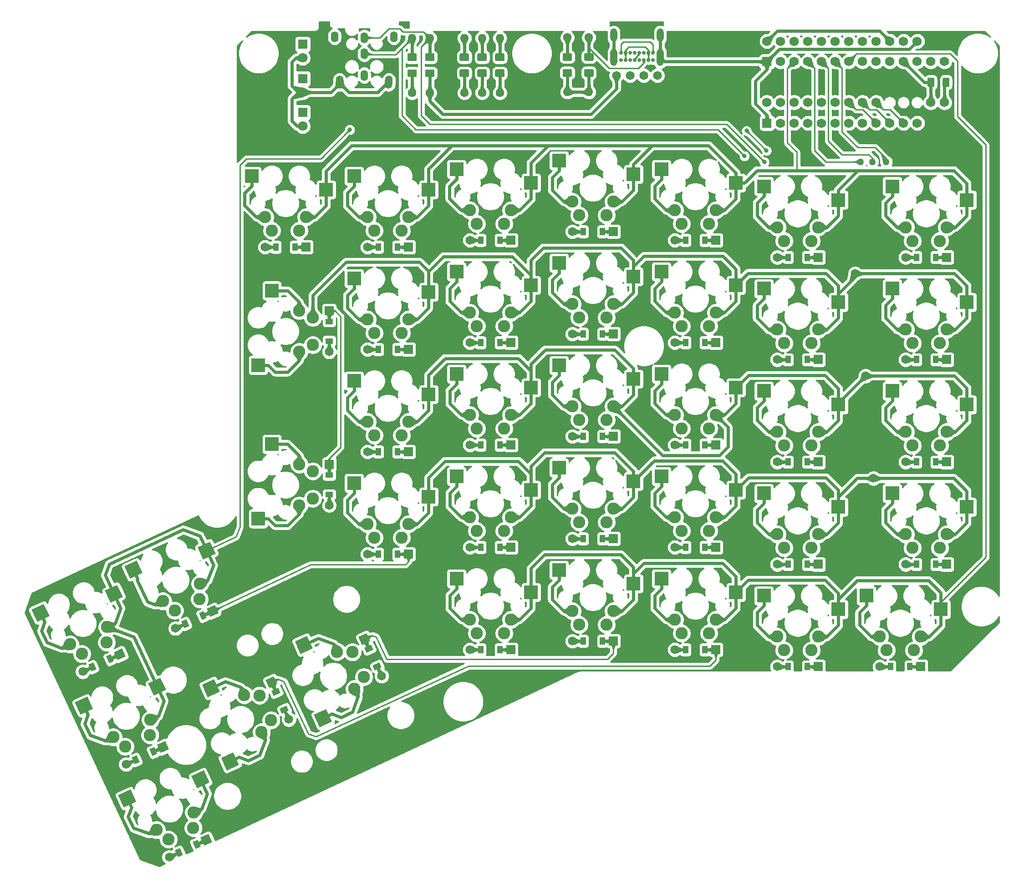
<source format=gbr>
G04 #@! TF.GenerationSoftware,KiCad,Pcbnew,(5.1.4)-1*
G04 #@! TF.CreationDate,2019-10-18T00:21:38+08:00*
G04 #@! TF.ProjectId,ErgoDoxTW,4572676f-446f-4785-9457-2e6b69636164,rev?*
G04 #@! TF.SameCoordinates,PX15feaa0PYb4cd8c0*
G04 #@! TF.FileFunction,Copper,L1,Top*
G04 #@! TF.FilePolarity,Positive*
%FSLAX46Y46*%
G04 Gerber Fmt 4.6, Leading zero omitted, Abs format (unit mm)*
G04 Created by KiCad (PCBNEW (5.1.4)-1) date 2019-10-18 00:21:38*
%MOMM*%
%LPD*%
G04 APERTURE LIST*
%ADD10O,1.400000X2.000000*%
%ADD11O,1.600000X1.600000*%
%ADD12C,1.600000*%
%ADD13R,1.752600X1.752600*%
%ADD14C,1.752600*%
%ADD15C,0.700000*%
%ADD16O,1.300000X2.500000*%
%ADD17O,1.300000X3.200000*%
%ADD18C,1.651000*%
%ADD19R,1.651000X1.651000*%
%ADD20C,2.286000*%
%ADD21R,2.550000X2.500000*%
%ADD22R,1.000000X1.400000*%
%ADD23C,0.150000*%
%ADD24C,2.500000*%
%ADD25C,1.000000*%
%ADD26R,2.500000X2.550000*%
%ADD27R,1.400000X1.000000*%
%ADD28C,1.800000*%
%ADD29R,1.800000X1.800000*%
%ADD30C,1.425000*%
%ADD31C,1.250000*%
%ADD32C,0.812800*%
%ADD33C,1.270000*%
%ADD34C,0.609600*%
%ADD35C,0.254000*%
%ADD36C,0.025400*%
G04 APERTURE END LIST*
D10*
X68263248Y146996601D03*
X59263248Y146996601D03*
X69260708Y155683921D03*
X63763248Y148496601D03*
X59163248Y147396601D03*
X63763248Y152496601D03*
X63763248Y155496601D03*
X68363248Y147396601D03*
X58260708Y155683921D03*
D11*
X72671482Y155412608D03*
D12*
X72671482Y145252608D03*
D13*
X138652620Y139597196D03*
D14*
X141192620Y139597196D03*
X143732620Y139597196D03*
X146272620Y139597196D03*
X148812620Y139597196D03*
X151352620Y139597196D03*
X153892620Y139597196D03*
X156432620Y139597196D03*
X158972620Y139597196D03*
X161512620Y139597196D03*
X164052620Y139597196D03*
X166592620Y139597196D03*
X166592620Y154837196D03*
X164052620Y154837196D03*
X161512620Y154837196D03*
X158972620Y154837196D03*
X156432620Y154837196D03*
X153892620Y154837196D03*
X151352620Y154837196D03*
X143732620Y154837196D03*
X141192620Y154837196D03*
X138652620Y154837196D03*
X148812620Y154837196D03*
X146272620Y154837196D03*
D15*
X112351409Y151332201D03*
X113201409Y151332201D03*
X114051409Y151332201D03*
X116601409Y151332201D03*
X115751409Y151332201D03*
X114901409Y151332201D03*
X117451409Y151332201D03*
X111501409Y151332201D03*
X114901409Y152682201D03*
X115751409Y152682201D03*
X116601409Y152682201D03*
X114051409Y152682201D03*
X113201409Y152682201D03*
X112351409Y152682201D03*
X117451409Y152682201D03*
X111501409Y152682201D03*
D16*
X110156409Y155982201D03*
X118796409Y155982201D03*
D17*
X118796409Y151832201D03*
X110156409Y151832201D03*
D18*
X110646409Y148462201D03*
X113186409Y148462201D03*
X115726409Y148462201D03*
X118266409Y148462201D03*
D19*
X71976993Y116534065D03*
D20*
X70706993Y119582065D03*
X64356993Y122122065D03*
D21*
X61876993Y129742065D03*
X75726993Y127202065D03*
D18*
X64356993Y116534065D03*
D22*
X69966993Y116534065D03*
X66366993Y116534065D03*
D20*
X71976993Y122122065D03*
X65626993Y119582065D03*
D18*
X26363517Y23472918D03*
D23*
G36*
X25964231Y22375890D02*
G01*
X25266489Y23872204D01*
X26762803Y24569946D01*
X27460545Y23073632D01*
X25964231Y22375890D01*
X25964231Y22375890D01*
G37*
D20*
X23924366Y25698619D03*
X17095861Y25317015D03*
D24*
X11627866Y31174987D03*
D23*
G36*
X11000596Y29503264D02*
G01*
X9944051Y31769033D01*
X12255136Y32846710D01*
X13311681Y30580941D01*
X11000596Y29503264D01*
X11000596Y29503264D01*
G37*
D24*
X25253679Y34726228D03*
D23*
G36*
X24626409Y33054505D02*
G01*
X23569864Y35320274D01*
X25880949Y36397951D01*
X26937494Y34132182D01*
X24626409Y33054505D01*
X24626409Y33054505D01*
G37*
D18*
X19457452Y20252567D03*
D25*
X24541838Y22623455D03*
D23*
G36*
X24384517Y21777730D02*
G01*
X23792851Y23046561D01*
X24699159Y23469180D01*
X25290825Y22200349D01*
X24384517Y21777730D01*
X24384517Y21777730D01*
G37*
D25*
X21279130Y21102029D03*
D23*
G36*
X21121809Y20256304D02*
G01*
X20530143Y21525135D01*
X21436451Y21947754D01*
X22028117Y20678923D01*
X21121809Y20256304D01*
X21121809Y20256304D01*
G37*
D20*
X24001926Y28537366D03*
X19320322Y23551718D03*
D19*
X172057006Y114628577D03*
D20*
X170787006Y117676577D03*
X164437006Y120216577D03*
D21*
X161957006Y127836577D03*
X175807006Y125296577D03*
D18*
X164437006Y114628577D03*
D22*
X170047006Y114628577D03*
X166447006Y114628577D03*
D20*
X172057006Y120216577D03*
X165707006Y117676577D03*
D19*
X148177208Y114629638D03*
D20*
X146907208Y117677638D03*
X140557208Y120217638D03*
D21*
X138077208Y127837638D03*
X151927208Y125297638D03*
D18*
X140557208Y114629638D03*
D22*
X146167208Y114629638D03*
X142567208Y114629638D03*
D20*
X148177208Y120217638D03*
X141827208Y117677638D03*
D19*
X129126852Y117806230D03*
D20*
X127856852Y120854230D03*
X121506852Y123394230D03*
D21*
X119026852Y131014230D03*
X132876852Y128474230D03*
D18*
X121506852Y117806230D03*
D22*
X127116852Y117806230D03*
X123516852Y117806230D03*
D20*
X129126852Y123394230D03*
X122776852Y120854230D03*
D19*
X110077661Y119404434D03*
D20*
X108807661Y122452434D03*
X102457661Y124992434D03*
D21*
X99977661Y132612434D03*
X113827661Y130072434D03*
D18*
X102457661Y119404434D03*
D22*
X108067661Y119404434D03*
X104467661Y119404434D03*
D20*
X110077661Y124992434D03*
X103727661Y122452434D03*
D19*
X91027043Y117806590D03*
D20*
X89757043Y120854590D03*
X83407043Y123394590D03*
D21*
X80927043Y131014590D03*
X94777043Y128474590D03*
D18*
X83407043Y117806590D03*
D22*
X89017043Y117806590D03*
X85417043Y117806590D03*
D20*
X91027043Y123394590D03*
X84677043Y120854590D03*
D19*
X52927133Y116534155D03*
D20*
X51657133Y119582155D03*
X45307133Y122122155D03*
D21*
X42827133Y129742155D03*
X56677133Y127202155D03*
D18*
X45307133Y116534155D03*
D22*
X50917133Y116534155D03*
X47317133Y116534155D03*
D20*
X52927133Y122122155D03*
X46577133Y119582155D03*
D19*
X172057371Y95582238D03*
D20*
X170787371Y98630238D03*
X164437371Y101170238D03*
D21*
X161957371Y108790238D03*
X175807371Y106250238D03*
D18*
X164437371Y95582238D03*
D22*
X170047371Y95582238D03*
X166447371Y95582238D03*
D20*
X172057371Y101170238D03*
X165707371Y98630238D03*
D19*
X148177089Y95581968D03*
D20*
X146907089Y98629968D03*
X140557089Y101169968D03*
D21*
X138077089Y108789968D03*
X151927089Y106249968D03*
D18*
X140557089Y95581968D03*
D22*
X146167089Y95581968D03*
X142567089Y95581968D03*
D20*
X148177089Y101169968D03*
X141827089Y98629968D03*
D19*
X129127576Y98756749D03*
D20*
X127857576Y101804749D03*
X121507576Y104344749D03*
D21*
X119027576Y111964749D03*
X132877576Y109424749D03*
D18*
X121507576Y98756749D03*
D22*
X127117576Y98756749D03*
X123517576Y98756749D03*
D20*
X129127576Y104344749D03*
X122777576Y101804749D03*
D19*
X110077480Y100354531D03*
D20*
X108807480Y103402531D03*
X102457480Y105942531D03*
D21*
X99977480Y113562531D03*
X113827480Y111022531D03*
D18*
X102457480Y100354531D03*
D22*
X108067480Y100354531D03*
X104467480Y100354531D03*
D20*
X110077480Y105942531D03*
X103727480Y103402531D03*
D19*
X91026865Y98756686D03*
D20*
X89756865Y101804686D03*
X83406865Y104344686D03*
D21*
X80926865Y111964686D03*
X94776865Y109424686D03*
D18*
X83406865Y98756686D03*
D22*
X89016865Y98756686D03*
X85416865Y98756686D03*
D20*
X91026865Y104344686D03*
X84676865Y101804686D03*
D19*
X71976708Y97486760D03*
D20*
X70706708Y100534760D03*
X64356708Y103074760D03*
D21*
X61876708Y110694760D03*
X75726708Y108154760D03*
D18*
X64356708Y97486760D03*
D22*
X69966708Y97486760D03*
X66366708Y97486760D03*
D20*
X71976708Y103074760D03*
X65626708Y100534760D03*
D19*
X57244848Y104661679D03*
D20*
X54196848Y103391679D03*
X51656848Y97041679D03*
D26*
X44036848Y94561679D03*
X46576848Y108411679D03*
D18*
X57244848Y97041679D03*
D27*
X57244848Y102651679D03*
X57244848Y99051679D03*
D20*
X51656848Y104661679D03*
X54196848Y98311679D03*
D19*
X172057613Y76531427D03*
D20*
X170787613Y79579427D03*
X164437613Y82119427D03*
D21*
X161957613Y89739427D03*
X175807613Y87199427D03*
D18*
X164437613Y76531427D03*
D22*
X170047613Y76531427D03*
X166447613Y76531427D03*
D20*
X172057613Y82119427D03*
X165707613Y79579427D03*
D19*
X148177330Y76531159D03*
D20*
X146907330Y79579159D03*
X140557330Y82119159D03*
D21*
X138077330Y89739159D03*
X151927330Y87199159D03*
D18*
X140557330Y76531159D03*
D22*
X146167330Y76531159D03*
X142567330Y76531159D03*
D20*
X148177330Y82119159D03*
X141827330Y79579159D03*
D19*
X129127398Y79706847D03*
D20*
X127857398Y82754847D03*
X121507398Y85294847D03*
D21*
X119027398Y92914847D03*
X132877398Y90374847D03*
D18*
X121507398Y79706847D03*
D22*
X127117398Y79706847D03*
X123517398Y79706847D03*
D20*
X129127398Y85294847D03*
X122777398Y82754847D03*
D19*
X110077301Y81304627D03*
D20*
X108807301Y84352627D03*
X102457301Y86892627D03*
D21*
X99977301Y94512627D03*
X113827301Y91972627D03*
D18*
X102457301Y81304627D03*
D22*
X108067301Y81304627D03*
X104467301Y81304627D03*
D20*
X110077301Y86892627D03*
X103727301Y84352627D03*
D19*
X91027108Y79705876D03*
D20*
X89757108Y82753876D03*
X83407108Y85293876D03*
D21*
X80927108Y92913876D03*
X94777108Y90373876D03*
D18*
X83407108Y79705876D03*
D22*
X89017108Y79705876D03*
X85417108Y79705876D03*
D20*
X91027108Y85293876D03*
X84677108Y82753876D03*
D19*
X71976949Y78435950D03*
D20*
X70706949Y81483950D03*
X64356949Y84023950D03*
D21*
X61876949Y91643950D03*
X75726949Y89103950D03*
D18*
X64356949Y78435950D03*
D22*
X69966949Y78435950D03*
X66366949Y78435950D03*
D20*
X71976949Y84023950D03*
X65626949Y81483950D03*
D19*
X172057435Y57481525D03*
D20*
X170787435Y60529525D03*
X164437435Y63069525D03*
D21*
X161957435Y70689525D03*
X175807435Y68149525D03*
D18*
X164437435Y57481525D03*
D22*
X170047435Y57481525D03*
X166447435Y57481525D03*
D20*
X172057435Y63069525D03*
X165707435Y60529525D03*
D19*
X148177152Y57481256D03*
D20*
X146907152Y60529256D03*
X140557152Y63069256D03*
D21*
X138077152Y70689256D03*
X151927152Y68149256D03*
D18*
X140557152Y57481256D03*
D22*
X146167152Y57481256D03*
X142567152Y57481256D03*
D20*
X148177152Y63069256D03*
X141827152Y60529256D03*
D19*
X129127640Y60656036D03*
D20*
X127857640Y63704036D03*
X121507640Y66244036D03*
D21*
X119027640Y73864036D03*
X132877640Y71324036D03*
D18*
X121507640Y60656036D03*
D22*
X127117640Y60656036D03*
X123517640Y60656036D03*
D20*
X129127640Y66244036D03*
X122777640Y63704036D03*
D19*
X110077121Y62254724D03*
D20*
X108807121Y65302724D03*
X102457121Y67842724D03*
D21*
X99977121Y75462724D03*
X113827121Y72922724D03*
D18*
X102457121Y62254724D03*
D22*
X108067121Y62254724D03*
X104467121Y62254724D03*
D20*
X110077121Y67842724D03*
X103727121Y65302724D03*
D19*
X91026928Y60655974D03*
D20*
X89756928Y63703974D03*
X83406928Y66243974D03*
D21*
X80926928Y73863974D03*
X94776928Y71323974D03*
D18*
X83406928Y60655974D03*
D22*
X89016928Y60655974D03*
X85416928Y60655974D03*
D20*
X91026928Y66243974D03*
X84676928Y63703974D03*
D19*
X71976771Y59386046D03*
D20*
X70706771Y62434046D03*
X64356771Y64974046D03*
D21*
X61876771Y72594046D03*
X75726771Y70054046D03*
D18*
X64356771Y59386046D03*
D22*
X69966771Y59386046D03*
X66366771Y59386046D03*
D20*
X71976771Y64974046D03*
X65626771Y62434046D03*
D19*
X57245093Y76087615D03*
D20*
X54197093Y74817615D03*
X51657093Y68467615D03*
D26*
X44037093Y65987615D03*
X46577093Y79837615D03*
D18*
X57245093Y68467615D03*
D27*
X57245093Y74077615D03*
X57245093Y70477615D03*
D20*
X51657093Y76087615D03*
X54197093Y69737615D03*
D19*
X167226876Y38431173D03*
D20*
X165956876Y41479173D03*
X159606876Y44019173D03*
D21*
X157126876Y51639173D03*
X170976876Y49099173D03*
D18*
X159606876Y38431173D03*
D22*
X165216876Y38431173D03*
X161616876Y38431173D03*
D20*
X167226876Y44019173D03*
X160876876Y41479173D03*
D19*
X148176973Y38431352D03*
D20*
X146906973Y41479352D03*
X140556973Y44019352D03*
D21*
X138076973Y51639352D03*
X151926973Y49099352D03*
D18*
X140556973Y38431352D03*
D22*
X146166973Y38431352D03*
X142566973Y38431352D03*
D20*
X148176973Y44019352D03*
X141826973Y41479352D03*
D19*
X129127462Y41606132D03*
D20*
X127857462Y44654132D03*
X121507462Y47194132D03*
D21*
X119027462Y54814132D03*
X132877462Y52274132D03*
D18*
X121507462Y41606132D03*
D22*
X127117462Y41606132D03*
X123517462Y41606132D03*
D20*
X129127462Y47194132D03*
X122777462Y44654132D03*
D19*
X110077365Y43203913D03*
D20*
X108807365Y46251913D03*
X102457365Y48791913D03*
D21*
X99977365Y56411913D03*
X113827365Y53871913D03*
D18*
X102457365Y43203913D03*
D22*
X108067365Y43203913D03*
X104467365Y43203913D03*
D20*
X110077365Y48791913D03*
X103727365Y46251913D03*
D19*
X91027654Y41606493D03*
D20*
X89757654Y44654493D03*
X83407654Y47194493D03*
D21*
X80927654Y54814493D03*
X94777654Y52274493D03*
D18*
X83407654Y41606493D03*
D22*
X89017654Y41606493D03*
X85417654Y41606493D03*
D20*
X91027654Y47194493D03*
X84677654Y44654493D03*
D18*
X34415331Y6205983D03*
D23*
G36*
X34016045Y5108955D02*
G01*
X33318303Y6605269D01*
X34814617Y7303011D01*
X35512359Y5806697D01*
X34016045Y5108955D01*
X34016045Y5108955D01*
G37*
D20*
X31976180Y8431684D03*
X25147675Y8050080D03*
D24*
X19679680Y13908052D03*
D23*
G36*
X19052410Y12236329D02*
G01*
X17995865Y14502098D01*
X20306950Y15579775D01*
X21363495Y13314006D01*
X19052410Y12236329D01*
X19052410Y12236329D01*
G37*
D24*
X33305493Y17459293D03*
D23*
G36*
X32678223Y15787570D02*
G01*
X31621678Y18053339D01*
X33932763Y19131016D01*
X34989308Y16865247D01*
X32678223Y15787570D01*
X32678223Y15787570D01*
G37*
D18*
X27509266Y2985632D03*
D25*
X32593652Y5356520D03*
D23*
G36*
X32436331Y4510795D02*
G01*
X31844665Y5779626D01*
X32750973Y6202245D01*
X33342639Y4933414D01*
X32436331Y4510795D01*
X32436331Y4510795D01*
G37*
D25*
X29330944Y3835094D03*
D23*
G36*
X29173623Y2989369D02*
G01*
X28581957Y4258200D01*
X29488265Y4680819D01*
X30079931Y3411988D01*
X29173623Y2989369D01*
X29173623Y2989369D01*
G37*
D20*
X32053740Y11270431D03*
X27372136Y6284783D03*
D18*
X46522097Y35533261D03*
D23*
G36*
X47619125Y35133975D02*
G01*
X46122811Y34436233D01*
X45425069Y35932547D01*
X46921383Y36630289D01*
X47619125Y35133975D01*
X47619125Y35133975D01*
G37*
D20*
X44296396Y33094110D03*
X44678000Y26265605D03*
D24*
X38820028Y20797610D03*
D23*
G36*
X40491751Y20170340D02*
G01*
X38225982Y19113795D01*
X37148305Y21424880D01*
X39414074Y22481425D01*
X40491751Y20170340D01*
X40491751Y20170340D01*
G37*
D24*
X35268787Y34423423D03*
D23*
G36*
X36940510Y33796153D02*
G01*
X34674741Y32739608D01*
X33597064Y35050693D01*
X35862833Y36107238D01*
X36940510Y33796153D01*
X36940510Y33796153D01*
G37*
D18*
X49742448Y28627196D03*
D25*
X47371560Y33711582D03*
D23*
G36*
X48217285Y33554261D02*
G01*
X46948454Y32962595D01*
X46525835Y33868903D01*
X47794666Y34460569D01*
X48217285Y33554261D01*
X48217285Y33554261D01*
G37*
D25*
X48892986Y30448874D03*
D23*
G36*
X49738711Y30291553D02*
G01*
X48469880Y29699887D01*
X48047261Y30606195D01*
X49316092Y31197861D01*
X49738711Y30291553D01*
X49738711Y30291553D01*
G37*
D20*
X41457649Y33171670D03*
X46443297Y28490066D03*
D18*
X63786142Y43585826D03*
D23*
G36*
X64883170Y43186540D02*
G01*
X63386856Y42488798D01*
X62689114Y43985112D01*
X64185428Y44682854D01*
X64883170Y43186540D01*
X64883170Y43186540D01*
G37*
D20*
X61560441Y41146675D03*
X61942045Y34318170D03*
D24*
X56084073Y28850175D03*
D23*
G36*
X57755796Y28222905D02*
G01*
X55490027Y27166360D01*
X54412350Y29477445D01*
X56678119Y30533990D01*
X57755796Y28222905D01*
X57755796Y28222905D01*
G37*
D24*
X52532832Y42475988D03*
D23*
G36*
X54204555Y41848718D02*
G01*
X51938786Y40792173D01*
X50861109Y43103258D01*
X53126878Y44159803D01*
X54204555Y41848718D01*
X54204555Y41848718D01*
G37*
D18*
X67006493Y36679761D03*
D25*
X64635605Y41764147D03*
D23*
G36*
X65481330Y41606826D02*
G01*
X64212499Y41015160D01*
X63789880Y41921468D01*
X65058711Y42513134D01*
X65481330Y41606826D01*
X65481330Y41606826D01*
G37*
D25*
X66157031Y38501439D03*
D23*
G36*
X67002756Y38344118D02*
G01*
X65733925Y37752452D01*
X65311306Y38658760D01*
X66580137Y39250426D01*
X67002756Y38344118D01*
X67002756Y38344118D01*
G37*
D20*
X58721694Y41224235D03*
X63707342Y36542631D03*
D18*
X35578556Y48787103D03*
D23*
G36*
X35179270Y47690075D02*
G01*
X34481528Y49186389D01*
X35977842Y49884131D01*
X36675584Y48387817D01*
X35179270Y47690075D01*
X35179270Y47690075D01*
G37*
D20*
X33139405Y51012804D03*
X26310900Y50631200D03*
D24*
X20842905Y56489172D03*
D23*
G36*
X20215635Y54817449D02*
G01*
X19159090Y57083218D01*
X21470175Y58160895D01*
X22526720Y55895126D01*
X20215635Y54817449D01*
X20215635Y54817449D01*
G37*
D24*
X34468718Y60040413D03*
D23*
G36*
X33841448Y58368690D02*
G01*
X32784903Y60634459D01*
X35095988Y61712136D01*
X36152533Y59446367D01*
X33841448Y58368690D01*
X33841448Y58368690D01*
G37*
D18*
X28672491Y45566752D03*
D25*
X33756877Y47937640D03*
D23*
G36*
X33599556Y47091915D02*
G01*
X33007890Y48360746D01*
X33914198Y48783365D01*
X34505864Y47514534D01*
X33599556Y47091915D01*
X33599556Y47091915D01*
G37*
D25*
X30494169Y46416214D03*
D23*
G36*
X30336848Y45570489D02*
G01*
X29745182Y46839320D01*
X30651490Y47261939D01*
X31243156Y45993108D01*
X30336848Y45570489D01*
X30336848Y45570489D01*
G37*
D20*
X33216965Y53851551D03*
X28535361Y48865903D03*
D18*
X18314300Y40736649D03*
D23*
G36*
X17915014Y39639621D02*
G01*
X17217272Y41135935D01*
X18713586Y41833677D01*
X19411328Y40337363D01*
X17915014Y39639621D01*
X17915014Y39639621D01*
G37*
D20*
X15875149Y42962350D03*
X9046644Y42580746D03*
D24*
X3578649Y48438718D03*
D23*
G36*
X2951379Y46766995D02*
G01*
X1894834Y49032764D01*
X4205919Y50110441D01*
X5262464Y47844672D01*
X2951379Y46766995D01*
X2951379Y46766995D01*
G37*
D24*
X17204462Y51989959D03*
D23*
G36*
X16577192Y50318236D02*
G01*
X15520647Y52584005D01*
X17831732Y53661682D01*
X18888277Y51395913D01*
X16577192Y50318236D01*
X16577192Y50318236D01*
G37*
D18*
X11408235Y37516298D03*
D25*
X16492621Y39887186D03*
D23*
G36*
X16335300Y39041461D02*
G01*
X15743634Y40310292D01*
X16649942Y40732911D01*
X17241608Y39464080D01*
X16335300Y39041461D01*
X16335300Y39041461D01*
G37*
D25*
X13229913Y38365760D03*
D23*
G36*
X13072592Y37520035D02*
G01*
X12480926Y38788866D01*
X13387234Y39211485D01*
X13978900Y37942654D01*
X13072592Y37520035D01*
X13072592Y37520035D01*
G37*
D20*
X15952709Y45801097D03*
X11271105Y40815449D03*
D11*
X75957759Y155406164D03*
D12*
X75957759Y145246164D03*
D11*
X101531453Y145367664D03*
D12*
X101531453Y155527664D03*
D11*
X105533429Y145367475D03*
D12*
X105533429Y155527475D03*
D28*
X52319160Y139030371D03*
D29*
X52319160Y141570371D03*
D23*
G36*
X102180903Y149650516D02*
G01*
X102205172Y149646916D01*
X102228970Y149640955D01*
X102252070Y149632690D01*
X102274248Y149622200D01*
X102295292Y149609587D01*
X102314997Y149594973D01*
X102333176Y149578497D01*
X102349652Y149560318D01*
X102364266Y149540613D01*
X102376879Y149519569D01*
X102387369Y149497391D01*
X102395634Y149474291D01*
X102401595Y149450493D01*
X102405195Y149426224D01*
X102406399Y149401720D01*
X102406399Y148476720D01*
X102405195Y148452216D01*
X102401595Y148427947D01*
X102395634Y148404149D01*
X102387369Y148381049D01*
X102376879Y148358871D01*
X102364266Y148337827D01*
X102349652Y148318122D01*
X102333176Y148299943D01*
X102314997Y148283467D01*
X102295292Y148268853D01*
X102274248Y148256240D01*
X102252070Y148245750D01*
X102228970Y148237485D01*
X102205172Y148231524D01*
X102180903Y148227924D01*
X102156399Y148226720D01*
X100906399Y148226720D01*
X100881895Y148227924D01*
X100857626Y148231524D01*
X100833828Y148237485D01*
X100810728Y148245750D01*
X100788550Y148256240D01*
X100767506Y148268853D01*
X100747801Y148283467D01*
X100729622Y148299943D01*
X100713146Y148318122D01*
X100698532Y148337827D01*
X100685919Y148358871D01*
X100675429Y148381049D01*
X100667164Y148404149D01*
X100661203Y148427947D01*
X100657603Y148452216D01*
X100656399Y148476720D01*
X100656399Y149401720D01*
X100657603Y149426224D01*
X100661203Y149450493D01*
X100667164Y149474291D01*
X100675429Y149497391D01*
X100685919Y149519569D01*
X100698532Y149540613D01*
X100713146Y149560318D01*
X100729622Y149578497D01*
X100747801Y149594973D01*
X100767506Y149609587D01*
X100788550Y149622200D01*
X100810728Y149632690D01*
X100833828Y149640955D01*
X100857626Y149646916D01*
X100881895Y149650516D01*
X100906399Y149651720D01*
X102156399Y149651720D01*
X102180903Y149650516D01*
X102180903Y149650516D01*
G37*
D30*
X101531399Y148939220D03*
D23*
G36*
X102180903Y152625516D02*
G01*
X102205172Y152621916D01*
X102228970Y152615955D01*
X102252070Y152607690D01*
X102274248Y152597200D01*
X102295292Y152584587D01*
X102314997Y152569973D01*
X102333176Y152553497D01*
X102349652Y152535318D01*
X102364266Y152515613D01*
X102376879Y152494569D01*
X102387369Y152472391D01*
X102395634Y152449291D01*
X102401595Y152425493D01*
X102405195Y152401224D01*
X102406399Y152376720D01*
X102406399Y151451720D01*
X102405195Y151427216D01*
X102401595Y151402947D01*
X102395634Y151379149D01*
X102387369Y151356049D01*
X102376879Y151333871D01*
X102364266Y151312827D01*
X102349652Y151293122D01*
X102333176Y151274943D01*
X102314997Y151258467D01*
X102295292Y151243853D01*
X102274248Y151231240D01*
X102252070Y151220750D01*
X102228970Y151212485D01*
X102205172Y151206524D01*
X102180903Y151202924D01*
X102156399Y151201720D01*
X100906399Y151201720D01*
X100881895Y151202924D01*
X100857626Y151206524D01*
X100833828Y151212485D01*
X100810728Y151220750D01*
X100788550Y151231240D01*
X100767506Y151243853D01*
X100747801Y151258467D01*
X100729622Y151274943D01*
X100713146Y151293122D01*
X100698532Y151312827D01*
X100685919Y151333871D01*
X100675429Y151356049D01*
X100667164Y151379149D01*
X100661203Y151402947D01*
X100657603Y151427216D01*
X100656399Y151451720D01*
X100656399Y152376720D01*
X100657603Y152401224D01*
X100661203Y152425493D01*
X100667164Y152449291D01*
X100675429Y152472391D01*
X100685919Y152494569D01*
X100698532Y152515613D01*
X100713146Y152535318D01*
X100729622Y152553497D01*
X100747801Y152569973D01*
X100767506Y152584587D01*
X100788550Y152597200D01*
X100810728Y152607690D01*
X100833828Y152615955D01*
X100857626Y152621916D01*
X100881895Y152625516D01*
X100906399Y152626720D01*
X102156399Y152626720D01*
X102180903Y152625516D01*
X102180903Y152625516D01*
G37*
D30*
X101531399Y151914220D03*
D23*
G36*
X106191880Y149649010D02*
G01*
X106216149Y149645410D01*
X106239947Y149639449D01*
X106263047Y149631184D01*
X106285225Y149620694D01*
X106306269Y149608081D01*
X106325974Y149593467D01*
X106344153Y149576991D01*
X106360629Y149558812D01*
X106375243Y149539107D01*
X106387856Y149518063D01*
X106398346Y149495885D01*
X106406611Y149472785D01*
X106412572Y149448987D01*
X106416172Y149424718D01*
X106417376Y149400214D01*
X106417376Y148475214D01*
X106416172Y148450710D01*
X106412572Y148426441D01*
X106406611Y148402643D01*
X106398346Y148379543D01*
X106387856Y148357365D01*
X106375243Y148336321D01*
X106360629Y148316616D01*
X106344153Y148298437D01*
X106325974Y148281961D01*
X106306269Y148267347D01*
X106285225Y148254734D01*
X106263047Y148244244D01*
X106239947Y148235979D01*
X106216149Y148230018D01*
X106191880Y148226418D01*
X106167376Y148225214D01*
X104917376Y148225214D01*
X104892872Y148226418D01*
X104868603Y148230018D01*
X104844805Y148235979D01*
X104821705Y148244244D01*
X104799527Y148254734D01*
X104778483Y148267347D01*
X104758778Y148281961D01*
X104740599Y148298437D01*
X104724123Y148316616D01*
X104709509Y148336321D01*
X104696896Y148357365D01*
X104686406Y148379543D01*
X104678141Y148402643D01*
X104672180Y148426441D01*
X104668580Y148450710D01*
X104667376Y148475214D01*
X104667376Y149400214D01*
X104668580Y149424718D01*
X104672180Y149448987D01*
X104678141Y149472785D01*
X104686406Y149495885D01*
X104696896Y149518063D01*
X104709509Y149539107D01*
X104724123Y149558812D01*
X104740599Y149576991D01*
X104758778Y149593467D01*
X104778483Y149608081D01*
X104799527Y149620694D01*
X104821705Y149631184D01*
X104844805Y149639449D01*
X104868603Y149645410D01*
X104892872Y149649010D01*
X104917376Y149650214D01*
X106167376Y149650214D01*
X106191880Y149649010D01*
X106191880Y149649010D01*
G37*
D30*
X105542376Y148937714D03*
D23*
G36*
X106191880Y152624010D02*
G01*
X106216149Y152620410D01*
X106239947Y152614449D01*
X106263047Y152606184D01*
X106285225Y152595694D01*
X106306269Y152583081D01*
X106325974Y152568467D01*
X106344153Y152551991D01*
X106360629Y152533812D01*
X106375243Y152514107D01*
X106387856Y152493063D01*
X106398346Y152470885D01*
X106406611Y152447785D01*
X106412572Y152423987D01*
X106416172Y152399718D01*
X106417376Y152375214D01*
X106417376Y151450214D01*
X106416172Y151425710D01*
X106412572Y151401441D01*
X106406611Y151377643D01*
X106398346Y151354543D01*
X106387856Y151332365D01*
X106375243Y151311321D01*
X106360629Y151291616D01*
X106344153Y151273437D01*
X106325974Y151256961D01*
X106306269Y151242347D01*
X106285225Y151229734D01*
X106263047Y151219244D01*
X106239947Y151210979D01*
X106216149Y151205018D01*
X106191880Y151201418D01*
X106167376Y151200214D01*
X104917376Y151200214D01*
X104892872Y151201418D01*
X104868603Y151205018D01*
X104844805Y151210979D01*
X104821705Y151219244D01*
X104799527Y151229734D01*
X104778483Y151242347D01*
X104758778Y151256961D01*
X104740599Y151273437D01*
X104724123Y151291616D01*
X104709509Y151311321D01*
X104696896Y151332365D01*
X104686406Y151354543D01*
X104678141Y151377643D01*
X104672180Y151401441D01*
X104668580Y151425710D01*
X104667376Y151450214D01*
X104667376Y152375214D01*
X104668580Y152399718D01*
X104672180Y152423987D01*
X104678141Y152447785D01*
X104686406Y152470885D01*
X104696896Y152493063D01*
X104709509Y152514107D01*
X104724123Y152533812D01*
X104740599Y152551991D01*
X104758778Y152568467D01*
X104778483Y152583081D01*
X104799527Y152595694D01*
X104821705Y152606184D01*
X104844805Y152614449D01*
X104868603Y152620410D01*
X104892872Y152624010D01*
X104917376Y152625214D01*
X106167376Y152625214D01*
X106191880Y152624010D01*
X106191880Y152624010D01*
G37*
D30*
X105542376Y151912714D03*
D28*
X52319384Y151730255D03*
D29*
X52319384Y154270255D03*
D28*
X52319633Y145330216D03*
D29*
X52319633Y147870216D03*
D14*
X138637435Y143432610D03*
X141177435Y143432610D03*
X143717435Y143432610D03*
X146257435Y143432610D03*
X148797435Y143432610D03*
X151337435Y143432610D03*
X153877435Y143432610D03*
X156417435Y143432610D03*
X158957435Y143432610D03*
X169117435Y143432610D03*
X171657435Y143432610D03*
D13*
X138637435Y151052610D03*
D14*
X171657435Y151052610D03*
X169117435Y151052610D03*
X166577435Y151052610D03*
X164037435Y151052610D03*
X161497435Y151052610D03*
X158957435Y151052610D03*
X156417435Y151052610D03*
X153877435Y151052610D03*
X151337435Y151052610D03*
X148797435Y151052610D03*
X146257435Y151052610D03*
X143717435Y151052610D03*
X141177435Y151052610D03*
D23*
G36*
X172352672Y148062598D02*
G01*
X172376941Y148058998D01*
X172400739Y148053037D01*
X172423839Y148044772D01*
X172446017Y148034282D01*
X172467061Y148021669D01*
X172486766Y148007055D01*
X172504945Y147990579D01*
X172521421Y147972400D01*
X172536035Y147952695D01*
X172548648Y147931651D01*
X172559138Y147909473D01*
X172567403Y147886373D01*
X172573364Y147862575D01*
X172576964Y147838306D01*
X172578168Y147813802D01*
X172578168Y146563802D01*
X172576964Y146539298D01*
X172573364Y146515029D01*
X172567403Y146491231D01*
X172559138Y146468131D01*
X172548648Y146445953D01*
X172536035Y146424909D01*
X172521421Y146405204D01*
X172504945Y146387025D01*
X172486766Y146370549D01*
X172467061Y146355935D01*
X172446017Y146343322D01*
X172423839Y146332832D01*
X172400739Y146324567D01*
X172376941Y146318606D01*
X172352672Y146315006D01*
X172328168Y146313802D01*
X171578168Y146313802D01*
X171553664Y146315006D01*
X171529395Y146318606D01*
X171505597Y146324567D01*
X171482497Y146332832D01*
X171460319Y146343322D01*
X171439275Y146355935D01*
X171419570Y146370549D01*
X171401391Y146387025D01*
X171384915Y146405204D01*
X171370301Y146424909D01*
X171357688Y146445953D01*
X171347198Y146468131D01*
X171338933Y146491231D01*
X171332972Y146515029D01*
X171329372Y146539298D01*
X171328168Y146563802D01*
X171328168Y147813802D01*
X171329372Y147838306D01*
X171332972Y147862575D01*
X171338933Y147886373D01*
X171347198Y147909473D01*
X171357688Y147931651D01*
X171370301Y147952695D01*
X171384915Y147972400D01*
X171401391Y147990579D01*
X171419570Y148007055D01*
X171439275Y148021669D01*
X171460319Y148034282D01*
X171482497Y148044772D01*
X171505597Y148053037D01*
X171529395Y148058998D01*
X171553664Y148062598D01*
X171578168Y148063802D01*
X172328168Y148063802D01*
X172352672Y148062598D01*
X172352672Y148062598D01*
G37*
D31*
X171953168Y147188802D03*
D23*
G36*
X169552672Y148062598D02*
G01*
X169576941Y148058998D01*
X169600739Y148053037D01*
X169623839Y148044772D01*
X169646017Y148034282D01*
X169667061Y148021669D01*
X169686766Y148007055D01*
X169704945Y147990579D01*
X169721421Y147972400D01*
X169736035Y147952695D01*
X169748648Y147931651D01*
X169759138Y147909473D01*
X169767403Y147886373D01*
X169773364Y147862575D01*
X169776964Y147838306D01*
X169778168Y147813802D01*
X169778168Y146563802D01*
X169776964Y146539298D01*
X169773364Y146515029D01*
X169767403Y146491231D01*
X169759138Y146468131D01*
X169748648Y146445953D01*
X169736035Y146424909D01*
X169721421Y146405204D01*
X169704945Y146387025D01*
X169686766Y146370549D01*
X169667061Y146355935D01*
X169646017Y146343322D01*
X169623839Y146332832D01*
X169600739Y146324567D01*
X169576941Y146318606D01*
X169552672Y146315006D01*
X169528168Y146313802D01*
X168778168Y146313802D01*
X168753664Y146315006D01*
X168729395Y146318606D01*
X168705597Y146324567D01*
X168682497Y146332832D01*
X168660319Y146343322D01*
X168639275Y146355935D01*
X168619570Y146370549D01*
X168601391Y146387025D01*
X168584915Y146405204D01*
X168570301Y146424909D01*
X168557688Y146445953D01*
X168547198Y146468131D01*
X168538933Y146491231D01*
X168532972Y146515029D01*
X168529372Y146539298D01*
X168528168Y146563802D01*
X168528168Y147813802D01*
X168529372Y147838306D01*
X168532972Y147862575D01*
X168538933Y147886373D01*
X168547198Y147909473D01*
X168557688Y147931651D01*
X168570301Y147952695D01*
X168584915Y147972400D01*
X168601391Y147990579D01*
X168619570Y148007055D01*
X168639275Y148021669D01*
X168660319Y148034282D01*
X168682497Y148044772D01*
X168705597Y148053037D01*
X168729395Y148058998D01*
X168753664Y148062598D01*
X168778168Y148063802D01*
X169528168Y148063802D01*
X169552672Y148062598D01*
X169552672Y148062598D01*
G37*
D31*
X169153168Y147188802D03*
D23*
G36*
X76614570Y152568870D02*
G01*
X76638839Y152565270D01*
X76662637Y152559309D01*
X76685737Y152551044D01*
X76707915Y152540554D01*
X76728959Y152527941D01*
X76748664Y152513327D01*
X76766843Y152496851D01*
X76783319Y152478672D01*
X76797933Y152458967D01*
X76810546Y152437923D01*
X76821036Y152415745D01*
X76829301Y152392645D01*
X76835262Y152368847D01*
X76838862Y152344578D01*
X76840066Y152320074D01*
X76840066Y151395074D01*
X76838862Y151370570D01*
X76835262Y151346301D01*
X76829301Y151322503D01*
X76821036Y151299403D01*
X76810546Y151277225D01*
X76797933Y151256181D01*
X76783319Y151236476D01*
X76766843Y151218297D01*
X76748664Y151201821D01*
X76728959Y151187207D01*
X76707915Y151174594D01*
X76685737Y151164104D01*
X76662637Y151155839D01*
X76638839Y151149878D01*
X76614570Y151146278D01*
X76590066Y151145074D01*
X75340066Y151145074D01*
X75315562Y151146278D01*
X75291293Y151149878D01*
X75267495Y151155839D01*
X75244395Y151164104D01*
X75222217Y151174594D01*
X75201173Y151187207D01*
X75181468Y151201821D01*
X75163289Y151218297D01*
X75146813Y151236476D01*
X75132199Y151256181D01*
X75119586Y151277225D01*
X75109096Y151299403D01*
X75100831Y151322503D01*
X75094870Y151346301D01*
X75091270Y151370570D01*
X75090066Y151395074D01*
X75090066Y152320074D01*
X75091270Y152344578D01*
X75094870Y152368847D01*
X75100831Y152392645D01*
X75109096Y152415745D01*
X75119586Y152437923D01*
X75132199Y152458967D01*
X75146813Y152478672D01*
X75163289Y152496851D01*
X75181468Y152513327D01*
X75201173Y152527941D01*
X75222217Y152540554D01*
X75244395Y152551044D01*
X75267495Y152559309D01*
X75291293Y152565270D01*
X75315562Y152568870D01*
X75340066Y152570074D01*
X76590066Y152570074D01*
X76614570Y152568870D01*
X76614570Y152568870D01*
G37*
D30*
X75965066Y151857574D03*
D23*
G36*
X76614570Y149593870D02*
G01*
X76638839Y149590270D01*
X76662637Y149584309D01*
X76685737Y149576044D01*
X76707915Y149565554D01*
X76728959Y149552941D01*
X76748664Y149538327D01*
X76766843Y149521851D01*
X76783319Y149503672D01*
X76797933Y149483967D01*
X76810546Y149462923D01*
X76821036Y149440745D01*
X76829301Y149417645D01*
X76835262Y149393847D01*
X76838862Y149369578D01*
X76840066Y149345074D01*
X76840066Y148420074D01*
X76838862Y148395570D01*
X76835262Y148371301D01*
X76829301Y148347503D01*
X76821036Y148324403D01*
X76810546Y148302225D01*
X76797933Y148281181D01*
X76783319Y148261476D01*
X76766843Y148243297D01*
X76748664Y148226821D01*
X76728959Y148212207D01*
X76707915Y148199594D01*
X76685737Y148189104D01*
X76662637Y148180839D01*
X76638839Y148174878D01*
X76614570Y148171278D01*
X76590066Y148170074D01*
X75340066Y148170074D01*
X75315562Y148171278D01*
X75291293Y148174878D01*
X75267495Y148180839D01*
X75244395Y148189104D01*
X75222217Y148199594D01*
X75201173Y148212207D01*
X75181468Y148226821D01*
X75163289Y148243297D01*
X75146813Y148261476D01*
X75132199Y148281181D01*
X75119586Y148302225D01*
X75109096Y148324403D01*
X75100831Y148347503D01*
X75094870Y148371301D01*
X75091270Y148395570D01*
X75090066Y148420074D01*
X75090066Y149345074D01*
X75091270Y149369578D01*
X75094870Y149393847D01*
X75100831Y149417645D01*
X75109096Y149440745D01*
X75119586Y149462923D01*
X75132199Y149483967D01*
X75146813Y149503672D01*
X75163289Y149521851D01*
X75181468Y149538327D01*
X75201173Y149552941D01*
X75222217Y149565554D01*
X75244395Y149576044D01*
X75267495Y149584309D01*
X75291293Y149590270D01*
X75315562Y149593870D01*
X75340066Y149595074D01*
X76590066Y149595074D01*
X76614570Y149593870D01*
X76614570Y149593870D01*
G37*
D30*
X75965066Y148882574D03*
D23*
G36*
X73325338Y152568968D02*
G01*
X73349607Y152565368D01*
X73373405Y152559407D01*
X73396505Y152551142D01*
X73418683Y152540652D01*
X73439727Y152528039D01*
X73459432Y152513425D01*
X73477611Y152496949D01*
X73494087Y152478770D01*
X73508701Y152459065D01*
X73521314Y152438021D01*
X73531804Y152415843D01*
X73540069Y152392743D01*
X73546030Y152368945D01*
X73549630Y152344676D01*
X73550834Y152320172D01*
X73550834Y151395172D01*
X73549630Y151370668D01*
X73546030Y151346399D01*
X73540069Y151322601D01*
X73531804Y151299501D01*
X73521314Y151277323D01*
X73508701Y151256279D01*
X73494087Y151236574D01*
X73477611Y151218395D01*
X73459432Y151201919D01*
X73439727Y151187305D01*
X73418683Y151174692D01*
X73396505Y151164202D01*
X73373405Y151155937D01*
X73349607Y151149976D01*
X73325338Y151146376D01*
X73300834Y151145172D01*
X72050834Y151145172D01*
X72026330Y151146376D01*
X72002061Y151149976D01*
X71978263Y151155937D01*
X71955163Y151164202D01*
X71932985Y151174692D01*
X71911941Y151187305D01*
X71892236Y151201919D01*
X71874057Y151218395D01*
X71857581Y151236574D01*
X71842967Y151256279D01*
X71830354Y151277323D01*
X71819864Y151299501D01*
X71811599Y151322601D01*
X71805638Y151346399D01*
X71802038Y151370668D01*
X71800834Y151395172D01*
X71800834Y152320172D01*
X71802038Y152344676D01*
X71805638Y152368945D01*
X71811599Y152392743D01*
X71819864Y152415843D01*
X71830354Y152438021D01*
X71842967Y152459065D01*
X71857581Y152478770D01*
X71874057Y152496949D01*
X71892236Y152513425D01*
X71911941Y152528039D01*
X71932985Y152540652D01*
X71955163Y152551142D01*
X71978263Y152559407D01*
X72002061Y152565368D01*
X72026330Y152568968D01*
X72050834Y152570172D01*
X73300834Y152570172D01*
X73325338Y152568968D01*
X73325338Y152568968D01*
G37*
D30*
X72675834Y151857672D03*
D23*
G36*
X73325338Y149593968D02*
G01*
X73349607Y149590368D01*
X73373405Y149584407D01*
X73396505Y149576142D01*
X73418683Y149565652D01*
X73439727Y149553039D01*
X73459432Y149538425D01*
X73477611Y149521949D01*
X73494087Y149503770D01*
X73508701Y149484065D01*
X73521314Y149463021D01*
X73531804Y149440843D01*
X73540069Y149417743D01*
X73546030Y149393945D01*
X73549630Y149369676D01*
X73550834Y149345172D01*
X73550834Y148420172D01*
X73549630Y148395668D01*
X73546030Y148371399D01*
X73540069Y148347601D01*
X73531804Y148324501D01*
X73521314Y148302323D01*
X73508701Y148281279D01*
X73494087Y148261574D01*
X73477611Y148243395D01*
X73459432Y148226919D01*
X73439727Y148212305D01*
X73418683Y148199692D01*
X73396505Y148189202D01*
X73373405Y148180937D01*
X73349607Y148174976D01*
X73325338Y148171376D01*
X73300834Y148170172D01*
X72050834Y148170172D01*
X72026330Y148171376D01*
X72002061Y148174976D01*
X71978263Y148180937D01*
X71955163Y148189202D01*
X71932985Y148199692D01*
X71911941Y148212305D01*
X71892236Y148226919D01*
X71874057Y148243395D01*
X71857581Y148261574D01*
X71842967Y148281279D01*
X71830354Y148302323D01*
X71819864Y148324501D01*
X71811599Y148347601D01*
X71805638Y148371399D01*
X71802038Y148395668D01*
X71800834Y148420172D01*
X71800834Y149345172D01*
X71802038Y149369676D01*
X71805638Y149393945D01*
X71811599Y149417743D01*
X71819864Y149440843D01*
X71830354Y149463021D01*
X71842967Y149484065D01*
X71857581Y149503770D01*
X71874057Y149521949D01*
X71892236Y149538425D01*
X71911941Y149553039D01*
X71932985Y149565652D01*
X71955163Y149576142D01*
X71978263Y149584407D01*
X72002061Y149590368D01*
X72026330Y149593968D01*
X72050834Y149595172D01*
X73300834Y149595172D01*
X73325338Y149593968D01*
X73325338Y149593968D01*
G37*
D30*
X72675834Y148882672D03*
D23*
G36*
X89630715Y152583670D02*
G01*
X89654984Y152580070D01*
X89678782Y152574109D01*
X89701882Y152565844D01*
X89724060Y152555354D01*
X89745104Y152542741D01*
X89764809Y152528127D01*
X89782988Y152511651D01*
X89799464Y152493472D01*
X89814078Y152473767D01*
X89826691Y152452723D01*
X89837181Y152430545D01*
X89845446Y152407445D01*
X89851407Y152383647D01*
X89855007Y152359378D01*
X89856211Y152334874D01*
X89856211Y151409874D01*
X89855007Y151385370D01*
X89851407Y151361101D01*
X89845446Y151337303D01*
X89837181Y151314203D01*
X89826691Y151292025D01*
X89814078Y151270981D01*
X89799464Y151251276D01*
X89782988Y151233097D01*
X89764809Y151216621D01*
X89745104Y151202007D01*
X89724060Y151189394D01*
X89701882Y151178904D01*
X89678782Y151170639D01*
X89654984Y151164678D01*
X89630715Y151161078D01*
X89606211Y151159874D01*
X88356211Y151159874D01*
X88331707Y151161078D01*
X88307438Y151164678D01*
X88283640Y151170639D01*
X88260540Y151178904D01*
X88238362Y151189394D01*
X88217318Y151202007D01*
X88197613Y151216621D01*
X88179434Y151233097D01*
X88162958Y151251276D01*
X88148344Y151270981D01*
X88135731Y151292025D01*
X88125241Y151314203D01*
X88116976Y151337303D01*
X88111015Y151361101D01*
X88107415Y151385370D01*
X88106211Y151409874D01*
X88106211Y152334874D01*
X88107415Y152359378D01*
X88111015Y152383647D01*
X88116976Y152407445D01*
X88125241Y152430545D01*
X88135731Y152452723D01*
X88148344Y152473767D01*
X88162958Y152493472D01*
X88179434Y152511651D01*
X88197613Y152528127D01*
X88217318Y152542741D01*
X88238362Y152555354D01*
X88260540Y152565844D01*
X88283640Y152574109D01*
X88307438Y152580070D01*
X88331707Y152583670D01*
X88356211Y152584874D01*
X89606211Y152584874D01*
X89630715Y152583670D01*
X89630715Y152583670D01*
G37*
D30*
X88981211Y151872374D03*
D23*
G36*
X89630715Y149608670D02*
G01*
X89654984Y149605070D01*
X89678782Y149599109D01*
X89701882Y149590844D01*
X89724060Y149580354D01*
X89745104Y149567741D01*
X89764809Y149553127D01*
X89782988Y149536651D01*
X89799464Y149518472D01*
X89814078Y149498767D01*
X89826691Y149477723D01*
X89837181Y149455545D01*
X89845446Y149432445D01*
X89851407Y149408647D01*
X89855007Y149384378D01*
X89856211Y149359874D01*
X89856211Y148434874D01*
X89855007Y148410370D01*
X89851407Y148386101D01*
X89845446Y148362303D01*
X89837181Y148339203D01*
X89826691Y148317025D01*
X89814078Y148295981D01*
X89799464Y148276276D01*
X89782988Y148258097D01*
X89764809Y148241621D01*
X89745104Y148227007D01*
X89724060Y148214394D01*
X89701882Y148203904D01*
X89678782Y148195639D01*
X89654984Y148189678D01*
X89630715Y148186078D01*
X89606211Y148184874D01*
X88356211Y148184874D01*
X88331707Y148186078D01*
X88307438Y148189678D01*
X88283640Y148195639D01*
X88260540Y148203904D01*
X88238362Y148214394D01*
X88217318Y148227007D01*
X88197613Y148241621D01*
X88179434Y148258097D01*
X88162958Y148276276D01*
X88148344Y148295981D01*
X88135731Y148317025D01*
X88125241Y148339203D01*
X88116976Y148362303D01*
X88111015Y148386101D01*
X88107415Y148410370D01*
X88106211Y148434874D01*
X88106211Y149359874D01*
X88107415Y149384378D01*
X88111015Y149408647D01*
X88116976Y149432445D01*
X88125241Y149455545D01*
X88135731Y149477723D01*
X88148344Y149498767D01*
X88162958Y149518472D01*
X88179434Y149536651D01*
X88197613Y149553127D01*
X88217318Y149567741D01*
X88238362Y149580354D01*
X88260540Y149590844D01*
X88283640Y149599109D01*
X88307438Y149605070D01*
X88331707Y149608670D01*
X88356211Y149609874D01*
X89606211Y149609874D01*
X89630715Y149608670D01*
X89630715Y149608670D01*
G37*
D30*
X88981211Y148897374D03*
D23*
G36*
X86329562Y152583495D02*
G01*
X86353831Y152579895D01*
X86377629Y152573934D01*
X86400729Y152565669D01*
X86422907Y152555179D01*
X86443951Y152542566D01*
X86463656Y152527952D01*
X86481835Y152511476D01*
X86498311Y152493297D01*
X86512925Y152473592D01*
X86525538Y152452548D01*
X86536028Y152430370D01*
X86544293Y152407270D01*
X86550254Y152383472D01*
X86553854Y152359203D01*
X86555058Y152334699D01*
X86555058Y151409699D01*
X86553854Y151385195D01*
X86550254Y151360926D01*
X86544293Y151337128D01*
X86536028Y151314028D01*
X86525538Y151291850D01*
X86512925Y151270806D01*
X86498311Y151251101D01*
X86481835Y151232922D01*
X86463656Y151216446D01*
X86443951Y151201832D01*
X86422907Y151189219D01*
X86400729Y151178729D01*
X86377629Y151170464D01*
X86353831Y151164503D01*
X86329562Y151160903D01*
X86305058Y151159699D01*
X85055058Y151159699D01*
X85030554Y151160903D01*
X85006285Y151164503D01*
X84982487Y151170464D01*
X84959387Y151178729D01*
X84937209Y151189219D01*
X84916165Y151201832D01*
X84896460Y151216446D01*
X84878281Y151232922D01*
X84861805Y151251101D01*
X84847191Y151270806D01*
X84834578Y151291850D01*
X84824088Y151314028D01*
X84815823Y151337128D01*
X84809862Y151360926D01*
X84806262Y151385195D01*
X84805058Y151409699D01*
X84805058Y152334699D01*
X84806262Y152359203D01*
X84809862Y152383472D01*
X84815823Y152407270D01*
X84824088Y152430370D01*
X84834578Y152452548D01*
X84847191Y152473592D01*
X84861805Y152493297D01*
X84878281Y152511476D01*
X84896460Y152527952D01*
X84916165Y152542566D01*
X84937209Y152555179D01*
X84959387Y152565669D01*
X84982487Y152573934D01*
X85006285Y152579895D01*
X85030554Y152583495D01*
X85055058Y152584699D01*
X86305058Y152584699D01*
X86329562Y152583495D01*
X86329562Y152583495D01*
G37*
D30*
X85680058Y151872199D03*
D23*
G36*
X86329562Y149608495D02*
G01*
X86353831Y149604895D01*
X86377629Y149598934D01*
X86400729Y149590669D01*
X86422907Y149580179D01*
X86443951Y149567566D01*
X86463656Y149552952D01*
X86481835Y149536476D01*
X86498311Y149518297D01*
X86512925Y149498592D01*
X86525538Y149477548D01*
X86536028Y149455370D01*
X86544293Y149432270D01*
X86550254Y149408472D01*
X86553854Y149384203D01*
X86555058Y149359699D01*
X86555058Y148434699D01*
X86553854Y148410195D01*
X86550254Y148385926D01*
X86544293Y148362128D01*
X86536028Y148339028D01*
X86525538Y148316850D01*
X86512925Y148295806D01*
X86498311Y148276101D01*
X86481835Y148257922D01*
X86463656Y148241446D01*
X86443951Y148226832D01*
X86422907Y148214219D01*
X86400729Y148203729D01*
X86377629Y148195464D01*
X86353831Y148189503D01*
X86329562Y148185903D01*
X86305058Y148184699D01*
X85055058Y148184699D01*
X85030554Y148185903D01*
X85006285Y148189503D01*
X84982487Y148195464D01*
X84959387Y148203729D01*
X84937209Y148214219D01*
X84916165Y148226832D01*
X84896460Y148241446D01*
X84878281Y148257922D01*
X84861805Y148276101D01*
X84847191Y148295806D01*
X84834578Y148316850D01*
X84824088Y148339028D01*
X84815823Y148362128D01*
X84809862Y148385926D01*
X84806262Y148410195D01*
X84805058Y148434699D01*
X84805058Y149359699D01*
X84806262Y149384203D01*
X84809862Y149408472D01*
X84815823Y149432270D01*
X84824088Y149455370D01*
X84834578Y149477548D01*
X84847191Y149498592D01*
X84861805Y149518297D01*
X84878281Y149536476D01*
X84896460Y149552952D01*
X84916165Y149567566D01*
X84937209Y149580179D01*
X84959387Y149590669D01*
X84982487Y149598934D01*
X85006285Y149604895D01*
X85030554Y149608495D01*
X85055058Y149609699D01*
X86305058Y149609699D01*
X86329562Y149608495D01*
X86329562Y149608495D01*
G37*
D30*
X85680058Y148897199D03*
D23*
G36*
X83032638Y152583618D02*
G01*
X83056907Y152580018D01*
X83080705Y152574057D01*
X83103805Y152565792D01*
X83125983Y152555302D01*
X83147027Y152542689D01*
X83166732Y152528075D01*
X83184911Y152511599D01*
X83201387Y152493420D01*
X83216001Y152473715D01*
X83228614Y152452671D01*
X83239104Y152430493D01*
X83247369Y152407393D01*
X83253330Y152383595D01*
X83256930Y152359326D01*
X83258134Y152334822D01*
X83258134Y151409822D01*
X83256930Y151385318D01*
X83253330Y151361049D01*
X83247369Y151337251D01*
X83239104Y151314151D01*
X83228614Y151291973D01*
X83216001Y151270929D01*
X83201387Y151251224D01*
X83184911Y151233045D01*
X83166732Y151216569D01*
X83147027Y151201955D01*
X83125983Y151189342D01*
X83103805Y151178852D01*
X83080705Y151170587D01*
X83056907Y151164626D01*
X83032638Y151161026D01*
X83008134Y151159822D01*
X81758134Y151159822D01*
X81733630Y151161026D01*
X81709361Y151164626D01*
X81685563Y151170587D01*
X81662463Y151178852D01*
X81640285Y151189342D01*
X81619241Y151201955D01*
X81599536Y151216569D01*
X81581357Y151233045D01*
X81564881Y151251224D01*
X81550267Y151270929D01*
X81537654Y151291973D01*
X81527164Y151314151D01*
X81518899Y151337251D01*
X81512938Y151361049D01*
X81509338Y151385318D01*
X81508134Y151409822D01*
X81508134Y152334822D01*
X81509338Y152359326D01*
X81512938Y152383595D01*
X81518899Y152407393D01*
X81527164Y152430493D01*
X81537654Y152452671D01*
X81550267Y152473715D01*
X81564881Y152493420D01*
X81581357Y152511599D01*
X81599536Y152528075D01*
X81619241Y152542689D01*
X81640285Y152555302D01*
X81662463Y152565792D01*
X81685563Y152574057D01*
X81709361Y152580018D01*
X81733630Y152583618D01*
X81758134Y152584822D01*
X83008134Y152584822D01*
X83032638Y152583618D01*
X83032638Y152583618D01*
G37*
D30*
X82383134Y151872322D03*
D23*
G36*
X83032638Y149608618D02*
G01*
X83056907Y149605018D01*
X83080705Y149599057D01*
X83103805Y149590792D01*
X83125983Y149580302D01*
X83147027Y149567689D01*
X83166732Y149553075D01*
X83184911Y149536599D01*
X83201387Y149518420D01*
X83216001Y149498715D01*
X83228614Y149477671D01*
X83239104Y149455493D01*
X83247369Y149432393D01*
X83253330Y149408595D01*
X83256930Y149384326D01*
X83258134Y149359822D01*
X83258134Y148434822D01*
X83256930Y148410318D01*
X83253330Y148386049D01*
X83247369Y148362251D01*
X83239104Y148339151D01*
X83228614Y148316973D01*
X83216001Y148295929D01*
X83201387Y148276224D01*
X83184911Y148258045D01*
X83166732Y148241569D01*
X83147027Y148226955D01*
X83125983Y148214342D01*
X83103805Y148203852D01*
X83080705Y148195587D01*
X83056907Y148189626D01*
X83032638Y148186026D01*
X83008134Y148184822D01*
X81758134Y148184822D01*
X81733630Y148186026D01*
X81709361Y148189626D01*
X81685563Y148195587D01*
X81662463Y148203852D01*
X81640285Y148214342D01*
X81619241Y148226955D01*
X81599536Y148241569D01*
X81581357Y148258045D01*
X81564881Y148276224D01*
X81550267Y148295929D01*
X81537654Y148316973D01*
X81527164Y148339151D01*
X81518899Y148362251D01*
X81512938Y148386049D01*
X81509338Y148410318D01*
X81508134Y148434822D01*
X81508134Y149359822D01*
X81509338Y149384326D01*
X81512938Y149408595D01*
X81518899Y149432393D01*
X81527164Y149455493D01*
X81537654Y149477671D01*
X81550267Y149498715D01*
X81564881Y149518420D01*
X81581357Y149536599D01*
X81599536Y149553075D01*
X81619241Y149567689D01*
X81640285Y149580302D01*
X81662463Y149590792D01*
X81685563Y149599057D01*
X81709361Y149605018D01*
X81733630Y149608618D01*
X81758134Y149609822D01*
X83008134Y149609822D01*
X83032638Y149608618D01*
X83032638Y149608618D01*
G37*
D30*
X82383134Y148897322D03*
D11*
X88981211Y155405637D03*
D12*
X88981211Y145245637D03*
D11*
X85680058Y155406701D03*
D12*
X85680058Y145246701D03*
D11*
X82383134Y155404501D03*
D12*
X82383134Y145244501D03*
D32*
X134863168Y138168801D03*
X138563182Y134468801D03*
X61063198Y138368772D03*
D18*
X158470892Y73487924D03*
D33*
X160823169Y132405567D03*
D18*
X156995993Y92551735D03*
D33*
X158273169Y132405568D03*
D18*
X155063169Y111589100D03*
D33*
X156053169Y132405567D03*
D32*
X134463169Y133468802D03*
X138163168Y132368801D03*
D34*
X172057006Y114628578D02*
X170047005Y114628577D01*
X170047371Y95582237D02*
X172057372Y95582237D01*
X165216877Y38431172D02*
X167226877Y38431172D01*
X170047436Y57481524D02*
X172057436Y57481524D01*
X170047614Y76531428D02*
X172057614Y76531428D01*
D35*
X163176321Y140473494D02*
X164052620Y139597196D01*
X161581014Y142068801D02*
X163176321Y140473494D01*
X158957435Y143432610D02*
X160321242Y142068802D01*
X160321242Y142068802D02*
X161581014Y142068801D01*
D34*
X146167207Y114629637D02*
X148177207Y114629638D01*
X146167090Y95581968D02*
X148177089Y95581969D01*
X146166971Y38431351D02*
X148176972Y38431352D01*
X146167153Y57481256D02*
X148177153Y57481256D01*
X146167331Y76531159D02*
X148177332Y76531159D01*
X32593651Y5356520D02*
X34415331Y6205983D01*
D35*
X160636320Y140473495D02*
X161512620Y139597195D01*
X159041013Y142068802D02*
X160636320Y140473495D01*
X156417434Y143432609D02*
X157781243Y142068802D01*
X157781243Y142068802D02*
X159041013Y142068802D01*
D34*
X108067659Y119404433D02*
X110077660Y119404434D01*
X108067479Y100354531D02*
X110077481Y100354530D01*
X108067122Y62254724D02*
X110077120Y62254723D01*
X108067365Y43203914D02*
X110077363Y43203914D01*
X108067302Y81304626D02*
X110077300Y81304626D01*
X63786142Y43585825D02*
X64635606Y41764146D01*
D35*
X65222623Y44255667D02*
X63786142Y43585825D01*
X110077100Y40931401D02*
X108971898Y39826199D01*
X110077099Y43204502D02*
X110077100Y40931401D01*
X108971898Y39826199D02*
X67963959Y39826199D01*
X67963959Y39826199D02*
X67938070Y39835621D01*
X67938070Y39835621D02*
X66010727Y43968819D01*
X66010727Y43968819D02*
X65222623Y44255667D01*
D34*
X129126851Y117806230D02*
X127116852Y117806231D01*
X127117577Y98756750D02*
X129127577Y98756750D01*
X127117641Y60656037D02*
X129127642Y60656036D01*
X127117398Y79706846D02*
X129127399Y79706846D01*
X127117462Y41606133D02*
X129127461Y41606132D01*
X46522096Y35533261D02*
X47371559Y33711584D01*
D35*
X129127197Y39669629D02*
X129127196Y41606722D01*
X128013693Y38556126D02*
X129127197Y39669629D01*
X125914422Y38556126D02*
X128013693Y38556126D01*
X47745397Y36092663D02*
X48816215Y35702917D01*
X46522096Y35533261D02*
X47745397Y36092663D01*
X48816215Y35702917D02*
X53357459Y25964186D01*
X53357459Y25964186D02*
X54806951Y25436615D01*
X54806951Y25436615D02*
X83120654Y38587654D01*
X83120654Y38587654D02*
X125914422Y38556126D01*
X158096320Y140473494D02*
X158972619Y139597196D01*
X156501013Y142068801D02*
X158096320Y140473494D01*
X153877434Y143432609D02*
X155241243Y142068801D01*
X155241243Y142068801D02*
X156501013Y142068801D01*
D34*
X89017043Y117806591D02*
X91027045Y117806590D01*
X89016865Y98756687D02*
X91026863Y98756687D01*
X89017108Y79705877D02*
X91027107Y79705876D01*
X89016928Y60655973D02*
X91026926Y60655973D01*
X89017655Y41606492D02*
X91027655Y41606492D01*
X24541837Y22623455D02*
X26363516Y23472918D01*
D35*
X35578557Y48787104D02*
X53790943Y57415394D01*
X53790943Y57415394D02*
X71431427Y57415605D01*
X71431427Y57415605D02*
X71976930Y57961269D01*
X71976930Y57961269D02*
X71976927Y59385729D01*
D34*
X69966994Y116534066D02*
X71976994Y116534066D01*
X69966708Y97486759D02*
X71976706Y97486759D01*
X69966949Y78435951D02*
X71976951Y78435950D01*
X71976769Y59386047D02*
X69966771Y59386047D01*
X33756878Y47937641D02*
X35578557Y48787104D01*
X50917132Y116534154D02*
X52927133Y116534155D01*
X57244849Y104661678D02*
X57244850Y102651678D01*
X57245094Y74077614D02*
X57245094Y76087613D01*
D35*
X57245094Y77167114D02*
X57245094Y76087613D01*
X59394665Y79316687D02*
X57245094Y77167114D01*
X59394664Y103591362D02*
X59394665Y79316687D01*
X57244849Y104661678D02*
X58324350Y104661678D01*
X58324350Y104661678D02*
X59394664Y103591362D01*
D34*
X16492620Y39887186D02*
X18314300Y40736649D01*
X88981211Y145245637D02*
X88981210Y148897373D01*
X85680058Y145246701D02*
X85680059Y148897199D01*
X82383133Y148897323D02*
X82383134Y145244501D01*
D35*
X134863168Y138168801D02*
X138563169Y134468802D01*
X138563169Y134468802D02*
X138563182Y134468801D01*
D34*
X34681963Y54534692D02*
X33216966Y53851552D01*
X35713940Y57370027D02*
X34681963Y54534692D01*
X34468720Y60040413D02*
X35713940Y57370027D01*
X17417707Y46484235D02*
X15952709Y45801097D01*
X18449683Y49319571D02*
X17417707Y46484235D01*
X17204462Y51989959D02*
X18449683Y49319571D01*
X25466924Y29220504D02*
X24001926Y28537366D01*
X26498900Y32055840D02*
X25466924Y29220504D01*
X25253679Y34726228D02*
X26498900Y32055840D01*
X33518736Y11953571D02*
X32053739Y11270432D01*
X34550714Y14788907D02*
X33518736Y11953571D01*
X33305492Y17459294D02*
X34550714Y14788907D01*
X37939174Y35668647D02*
X40774510Y34636668D01*
X35268787Y34423425D02*
X37939174Y35668647D01*
X58038555Y42689233D02*
X58721694Y41224235D01*
X55203220Y43721210D02*
X58038555Y42689233D01*
X52532833Y42475988D02*
X55203220Y43721210D01*
X33185524Y62792232D02*
X34468720Y60040413D01*
X30076835Y63923703D02*
X33185524Y62792232D01*
X16319953Y57508764D02*
X30076835Y63923703D01*
X17204462Y51989959D02*
X15579564Y55474564D01*
X15579564Y55474564D02*
X16319953Y57508764D01*
X40774510Y34636668D02*
X41457649Y33171671D01*
X20934986Y43987695D02*
X25253679Y34726228D01*
X15952709Y45801097D02*
X20934986Y43987695D01*
D35*
X60656800Y137962373D02*
X61063198Y138368772D01*
X55687657Y132993230D02*
X60656800Y137962373D01*
X41878020Y132993231D02*
X55687657Y132993230D01*
X40620575Y131735909D02*
X41878020Y132993231D01*
X40620707Y64468801D02*
X40620575Y64468934D01*
X40620575Y64468934D02*
X40620575Y131735909D01*
X39936774Y62590209D02*
X34468719Y60040413D01*
X40620575Y64468934D02*
X39936774Y62590209D01*
X170986695Y49089353D02*
X170976876Y49099172D01*
D34*
X92644100Y47194493D02*
X91027654Y47194492D01*
X94777655Y49328046D02*
X92644100Y47194493D01*
X94777654Y52274492D02*
X94777655Y49328046D01*
X111693810Y48791914D02*
X110077363Y48791914D01*
X113827363Y50925468D02*
X111693810Y48791914D01*
X113827363Y53871914D02*
X113827363Y50925468D01*
X130743908Y47194132D02*
X129127461Y47194133D01*
X132877461Y49327686D02*
X130743908Y47194132D01*
X132877461Y52274133D02*
X132877461Y49327686D01*
X149793417Y44019352D02*
X148176973Y44019352D01*
X151926973Y46152905D02*
X149793417Y44019352D01*
X151926973Y49099352D02*
X151926973Y46152905D01*
X168843322Y44019173D02*
X167226876Y44019172D01*
X170976877Y46152726D02*
X168843322Y44019173D01*
X170976876Y49099172D02*
X170976877Y46152726D01*
X113827363Y53871914D02*
X113827363Y55731514D01*
X151926973Y49099352D02*
X151926973Y50958952D01*
X94777654Y52274492D02*
X94777653Y56720303D01*
X113827364Y56937456D02*
X113827363Y55731514D01*
X111484984Y59279835D02*
X113827364Y56937456D01*
X97337186Y59279835D02*
X111484984Y59279835D01*
X94777653Y56720303D02*
X97337186Y59279835D01*
X132877460Y55205079D02*
X132877461Y52274133D01*
X130418146Y57664394D02*
X132877460Y55205079D01*
X113827363Y55731514D02*
X115760246Y57664394D01*
X115760246Y57664394D02*
X130418146Y57664394D01*
X151926971Y52127087D02*
X151926973Y50958952D01*
X149475765Y54578295D02*
X151926971Y52127087D01*
X135183186Y54578295D02*
X149475765Y54578295D01*
X132877461Y52274133D02*
X132879024Y52274133D01*
X132879024Y52274133D02*
X135183186Y54578295D01*
X170976875Y52223704D02*
X170976876Y49099172D01*
X168759445Y54441134D02*
X170976875Y52223704D01*
X151926973Y50958952D02*
X155409154Y54441134D01*
X155409154Y54441134D02*
X168759445Y54441134D01*
D35*
X155312535Y152487710D02*
X172704259Y152487710D01*
X153877434Y151052610D02*
X155312535Y152487710D01*
X172704259Y152487710D02*
X174063168Y151128801D01*
X174063168Y151128801D02*
X174063168Y140827736D01*
X174063168Y140827736D02*
X179323168Y135567737D01*
D34*
X170976876Y51862509D02*
X170976876Y49099172D01*
D35*
X170976876Y50402509D02*
X170976876Y49099172D01*
X179330925Y135559981D02*
X179330924Y58756557D01*
X179330924Y58756557D02*
X170976876Y50402509D01*
D34*
X175807435Y66289924D02*
X175807434Y68149524D01*
X175807435Y65203078D02*
X175807435Y66289924D01*
X173673881Y63069525D02*
X175807435Y65203078D01*
X172057434Y63069525D02*
X173673881Y63069525D01*
X149793598Y63069256D02*
X148177151Y63069256D01*
X151927151Y65202810D02*
X149793598Y63069256D01*
X151927151Y68149256D02*
X151927151Y65202810D01*
X130744087Y66244037D02*
X129127641Y66244037D01*
X132877642Y68377590D02*
X130744087Y66244037D01*
X132877642Y71324037D02*
X132877642Y68377590D01*
X111693567Y67842724D02*
X110077120Y67842724D01*
X113827120Y69976277D02*
X111693567Y67842724D01*
X113827120Y72922724D02*
X113827120Y69976277D01*
X92643374Y66243974D02*
X91026927Y66243974D01*
X94776927Y68377528D02*
X92643374Y66243974D01*
X94776927Y71323974D02*
X94776927Y68377528D01*
X73593217Y64974046D02*
X71976770Y64974046D01*
X75726769Y67107601D02*
X73593217Y64974046D01*
X75726769Y70054047D02*
X75726769Y67107601D01*
X51657094Y77704060D02*
X51657093Y76087614D01*
X49523539Y79837614D02*
X51657094Y77704060D01*
X46577092Y79837614D02*
X49523539Y79837614D01*
X155406220Y73487923D02*
X151927151Y70008856D01*
X158470892Y73487924D02*
X155406220Y73487923D01*
X151927151Y68149256D02*
X151927151Y70008856D01*
X94776926Y75759417D02*
X94776927Y73183574D01*
X97306704Y78289195D02*
X94776926Y75759417D01*
X110320249Y78289194D02*
X97306704Y78289195D01*
X113827120Y72922724D02*
X113827120Y74782324D01*
X113827120Y74782324D02*
X110320249Y78289194D01*
X113852121Y72922724D02*
X113827120Y72922724D01*
X117712372Y76782975D02*
X113852121Y72922724D01*
X130420685Y76782975D02*
X117712372Y76782975D01*
X132877642Y71324037D02*
X132877641Y74326019D01*
X132877641Y74326019D02*
X130420685Y76782975D01*
X175807435Y71096425D02*
X175807434Y68149524D01*
X158470892Y73487924D02*
X173415936Y73487923D01*
X173415936Y73487923D02*
X175807435Y71096425D01*
X132952588Y71324037D02*
X132877642Y71324037D01*
X135208584Y73580035D02*
X132952588Y71324037D01*
X149663724Y73580035D02*
X135208584Y73580035D01*
X151927151Y70008856D02*
X151927152Y71316607D01*
X151927152Y71316607D02*
X149663724Y73580035D01*
X94776927Y73183574D02*
X94776927Y71323974D01*
X94776928Y74316572D02*
X94776927Y73183574D01*
X92414666Y76678835D02*
X94776928Y74316572D01*
X78792646Y76678834D02*
X92414666Y76678835D01*
X75726769Y70054047D02*
X75726771Y73612960D01*
X75726771Y73612960D02*
X78792646Y76678834D01*
D35*
X160823169Y133018802D02*
X160823169Y132405567D01*
X151337435Y151052610D02*
X152609921Y149780123D01*
X155543169Y135048801D02*
X158793169Y135048802D01*
X158793169Y135048802D02*
X160823169Y133018802D01*
X152609920Y137982049D02*
X155543169Y135048801D01*
X152609921Y149780123D02*
X152609920Y137982049D01*
X167971563Y92551156D02*
X167984185Y92538285D01*
D34*
X73593396Y84023951D02*
X71976951Y84023950D01*
X75726951Y86157504D02*
X73593396Y84023951D01*
X75726951Y89103950D02*
X75726951Y86157504D01*
X94777107Y88514276D02*
X94777107Y90373876D01*
X94777107Y87427430D02*
X94777107Y88514276D01*
X92643554Y85293876D02*
X94777107Y87427430D01*
X91027107Y85293876D02*
X92643554Y85293876D01*
X113827300Y90113026D02*
X113827301Y91972627D01*
X113827300Y89026180D02*
X113827300Y90113026D01*
X111693748Y86892627D02*
X113827300Y89026180D01*
X110077300Y86892626D02*
X111693748Y86892627D01*
X132877399Y88515246D02*
X132877398Y90374846D01*
X132877399Y87428400D02*
X132877399Y88515246D01*
X130743844Y85294847D02*
X132877399Y87428400D01*
X129127398Y85294846D02*
X130743844Y85294847D01*
X151927331Y85339558D02*
X151927332Y87199157D01*
X151927331Y84252712D02*
X151927331Y85339558D01*
X149793778Y82119158D02*
X151927331Y84252712D01*
X148177331Y82119158D02*
X149793778Y82119158D01*
X175807614Y85339828D02*
X175807615Y87199428D01*
X175807614Y84252982D02*
X175807614Y85339828D01*
X173674061Y82119427D02*
X175807614Y84252982D01*
X172057614Y82119427D02*
X173674061Y82119427D01*
X151927332Y87483073D02*
X151927332Y87199157D01*
X156995993Y92551735D02*
X151927332Y87483073D01*
X94777108Y93467992D02*
X94777107Y90373876D01*
X92427365Y95817734D02*
X94777108Y93467992D01*
X78812966Y95817735D02*
X92427365Y95817734D01*
X75726951Y89103950D02*
X75726950Y92731720D01*
X75726950Y92731720D02*
X78812966Y95817735D01*
X113852302Y91972626D02*
X113827301Y91972627D01*
X132933078Y90374846D02*
X132877398Y90374846D01*
X135200966Y92642733D02*
X132933078Y90374846D01*
X149493546Y92642735D02*
X135200966Y92642733D01*
X151927332Y87199157D02*
X151927331Y90208949D01*
X151927331Y90208949D02*
X149493546Y92642735D01*
X175807613Y90258006D02*
X175807615Y87199428D01*
X156995993Y92551735D02*
X173513886Y92551734D01*
X173513886Y92551734D02*
X175807613Y90258006D01*
D35*
X150069920Y149780124D02*
X150069921Y136252050D01*
X148797434Y151052610D02*
X150069920Y149780124D01*
X150069921Y136252050D02*
X152583169Y133738801D01*
X152583169Y133738801D02*
X157623169Y133738801D01*
X158273169Y133088801D02*
X158273169Y132405568D01*
X157623169Y133738801D02*
X158273169Y133088801D01*
D34*
X113827301Y93895099D02*
X113827301Y91972627D01*
X110317166Y97405234D02*
X113827301Y93895099D01*
X97436246Y97405234D02*
X110317166Y97405234D01*
X94777107Y90373876D02*
X94777107Y94746096D01*
X94777107Y94746096D02*
X97436246Y97405234D01*
X130270397Y84151848D02*
X129127398Y85294847D01*
X131436800Y82985445D02*
X130270397Y84151848D01*
X131436800Y79385600D02*
X131436800Y82985445D01*
X129797401Y77746201D02*
X131436800Y79385600D01*
X110077301Y86892627D02*
X119223727Y77746201D01*
X119223727Y77746201D02*
X129797401Y77746201D01*
X51656848Y106278125D02*
X51656850Y104661679D01*
X49523295Y108411678D02*
X51656848Y106278125D01*
X46576849Y108411679D02*
X49523295Y108411678D01*
X75726707Y106295160D02*
X75726707Y108154760D01*
X75726707Y105208314D02*
X75726707Y106295160D01*
X73593154Y103074760D02*
X75726707Y105208314D01*
X71976707Y103074760D02*
X73593154Y103074760D01*
X94776863Y107565087D02*
X94776863Y109424687D01*
X94776863Y106478241D02*
X94776863Y107565087D01*
X92643311Y104344686D02*
X94776863Y106478241D01*
X91026864Y104344686D02*
X92643311Y104344686D01*
X113827481Y109162930D02*
X113827481Y111022530D01*
X113827481Y108076084D02*
X113827481Y109162930D01*
X111693925Y105942530D02*
X113827481Y108076084D01*
X110077481Y105942530D02*
X111693925Y105942530D01*
X132877577Y107565150D02*
X132877577Y109424750D01*
X132877578Y106478303D02*
X132877577Y107565150D01*
X130744022Y104344749D02*
X132877578Y106478303D01*
X129127578Y104344750D02*
X130744022Y104344749D01*
X151927088Y104390368D02*
X151927089Y106249969D01*
X151927088Y103303522D02*
X151927088Y104390368D01*
X149793536Y101169968D02*
X151927088Y103303522D01*
X148177088Y101169968D02*
X149793536Y101169968D01*
X175807372Y104390637D02*
X175807372Y106250238D01*
X175807372Y103303791D02*
X175807372Y104390637D01*
X173673817Y101170238D02*
X175807372Y103303791D01*
X172057372Y101170238D02*
X173673817Y101170238D01*
X113827481Y111022530D02*
X113827481Y112882130D01*
D35*
X175807370Y107754238D02*
X175807372Y106250238D01*
D34*
X132877577Y112428623D02*
X132877577Y109424750D01*
X130453706Y114852494D02*
X132877577Y112428623D01*
X113827481Y112882130D02*
X115797845Y114852495D01*
X115797845Y114852495D02*
X130453706Y114852494D01*
X94776863Y109424687D02*
X94776865Y114093033D01*
X113827481Y114056859D02*
X113827481Y112882130D01*
X111484986Y116399353D02*
X113827481Y114056859D01*
X97083185Y116399355D02*
X111484986Y116399353D01*
X94776865Y114093033D02*
X97083185Y116399355D01*
X94776863Y111284287D02*
X94776863Y109424687D01*
X91277237Y114783915D02*
X94776863Y111284287D01*
X78510705Y114783914D02*
X91277237Y114783915D01*
X75726707Y108154760D02*
X75726708Y111999916D01*
X75726708Y111999916D02*
X78510705Y114783914D01*
X75726706Y112056113D02*
X75726707Y108154760D01*
X74035225Y113747595D02*
X75726706Y112056113D01*
X60367486Y113747594D02*
X74035225Y113747595D01*
X54196848Y103391679D02*
X54196850Y107576958D01*
X54196850Y107576958D02*
X60367486Y113747594D01*
X151927090Y109340471D02*
X151927089Y106249969D01*
X149602766Y111664794D02*
X151927090Y109340471D01*
X135124765Y111664795D02*
X149602766Y111664794D01*
X132877577Y109424750D02*
X132884719Y109424749D01*
X132884719Y109424749D02*
X135124765Y111664795D01*
X173531599Y111589101D02*
X155063169Y111589100D01*
X175807372Y106250238D02*
X175807372Y109313329D01*
X175807372Y109313329D02*
X173531599Y111589101D01*
X151927090Y107845949D02*
X151927089Y106249969D01*
X155063169Y111589100D02*
X155063169Y110982027D01*
X155063169Y110982027D02*
X151927090Y107845949D01*
D35*
X147540133Y149769911D02*
X147540134Y134471836D01*
X146257434Y151052610D02*
X147540133Y149769911D01*
X147540134Y134471836D02*
X149606402Y132405568D01*
X149606402Y132405568D02*
X156053169Y132405567D01*
D34*
X175807007Y123436978D02*
X175807007Y125296578D01*
X175807006Y122350132D02*
X175807007Y123436978D01*
X173673451Y120216578D02*
X175807006Y122350132D01*
X172057007Y120216578D02*
X173673451Y120216578D01*
X149793654Y120217638D02*
X148177207Y120217638D01*
X151927207Y122351192D02*
X149793654Y120217638D01*
X151927207Y125297638D02*
X151927207Y122351192D01*
X130743298Y123394230D02*
X129126851Y123394231D01*
X132876851Y125527784D02*
X130743298Y123394230D01*
X132876851Y128474230D02*
X132876851Y125527784D01*
X111694106Y124992433D02*
X110077660Y124992434D01*
X113827660Y127125988D02*
X111694106Y124992433D01*
X113827661Y130072434D02*
X113827660Y127125988D01*
X54543580Y122122155D02*
X52927134Y122122155D01*
X56677133Y124255709D02*
X54543580Y122122155D01*
X56677134Y127202155D02*
X56677133Y124255709D01*
X73593439Y122122065D02*
X71976995Y122122066D01*
X75726994Y124255620D02*
X73593439Y122122065D01*
X75726994Y127202066D02*
X75726994Y124255620D01*
X92643490Y123394591D02*
X91027045Y123394590D01*
X94777045Y125528144D02*
X92643490Y123394591D01*
X94777045Y128474590D02*
X94777045Y125528144D01*
X151927207Y125297638D02*
X151927207Y127157238D01*
X151927207Y127157238D02*
X155560964Y130790995D01*
X82193705Y135446815D02*
X98995806Y135446815D01*
X98002665Y135446814D02*
X98995806Y135446815D01*
X94777045Y128474590D02*
X94777043Y132221193D01*
X94777043Y132221193D02*
X98002665Y135446814D01*
X80095665Y135446815D02*
X82193705Y135446815D01*
X75726994Y127202066D02*
X75726994Y131078144D01*
X75726994Y131078144D02*
X80095665Y135446815D01*
X61441906Y135446815D02*
X82193705Y135446815D01*
X56677134Y127202155D02*
X56677133Y130682043D01*
X56677133Y130682043D02*
X61441906Y135446815D01*
X113827661Y131932034D02*
X117342442Y135446814D01*
X113827661Y130072434D02*
X113827661Y131932034D01*
X175807005Y128386554D02*
X175807007Y125296578D01*
X155560964Y130790995D02*
X173402565Y130790994D01*
X173402565Y130790994D02*
X175807005Y128386554D01*
X144170975Y130790994D02*
X155560964Y130790995D01*
X109950826Y135446814D02*
X98995806Y135446815D01*
X127763867Y135446815D02*
X109950826Y135446814D01*
X132876851Y128474230D02*
X132881423Y128478802D01*
X132876851Y128474230D02*
X132876851Y130333831D01*
X132876851Y130333831D02*
X127763867Y135446815D01*
X132881423Y128478802D02*
X134503169Y128478801D01*
X136815361Y130790994D02*
X137042239Y130790995D01*
X134503169Y128478801D02*
X136815361Y130790994D01*
X137042239Y130790995D02*
X144170975Y130790994D01*
D35*
X142460133Y149795308D02*
X142460133Y135909448D01*
X144170976Y134198606D02*
X144170975Y130790994D01*
X143717434Y151052609D02*
X142460133Y149795308D01*
X142460133Y135909448D02*
X144170976Y134198606D01*
X63763248Y151930561D02*
X64012308Y151681502D01*
D34*
X72675833Y155408257D02*
X72671483Y155412608D01*
X72675833Y151857672D02*
X72675833Y155408257D01*
D35*
X72671483Y155412608D02*
X72671482Y155437116D01*
X71871483Y154612609D02*
X72671483Y155412608D01*
X70763169Y153504295D02*
X71871483Y154612609D01*
X70763168Y140968802D02*
X70763169Y153504295D01*
X73363168Y138368801D02*
X70763168Y140968802D01*
X134463169Y133468802D02*
X129563168Y138368802D01*
X129563168Y138368802D02*
X73363168Y138368801D01*
X63874249Y152385600D02*
X63763248Y152496601D01*
X72671483Y155412608D02*
X69644475Y152385600D01*
X69644475Y152385600D02*
X63874249Y152385600D01*
X75957758Y155408301D02*
X75957758Y155412608D01*
D34*
X75965066Y155398857D02*
X75957758Y155406165D01*
X75965067Y151857573D02*
X75965066Y155398857D01*
D35*
X75957758Y155406165D02*
X75957758Y155413391D01*
X74363169Y153811574D02*
X74363168Y140968801D01*
X75957758Y155406165D02*
X74363169Y153811574D01*
X75963169Y139368801D02*
X131163169Y139368801D01*
X74363168Y140968801D02*
X75963169Y139368801D01*
X131163169Y139368801D02*
X137756769Y132775200D01*
X137756769Y132775200D02*
X138163168Y132368801D01*
X66637130Y155496601D02*
X68326129Y157185600D01*
X75157760Y156206163D02*
X75957758Y155406165D01*
X68326129Y157185600D02*
X70362304Y157185600D01*
X63763248Y155496601D02*
X66637130Y155496601D01*
X70362304Y157185600D02*
X70954295Y156593609D01*
X70954295Y156593609D02*
X74770313Y156593609D01*
X74770313Y156593609D02*
X75157760Y156206163D01*
D34*
X118796408Y151832201D02*
X118796408Y155982202D01*
X110156409Y151832201D02*
X110156409Y155982201D01*
X138637434Y149566709D02*
X136533168Y147462443D01*
X138637435Y151052610D02*
X138637434Y149566709D01*
X136533168Y147462443D02*
X136533168Y143202546D01*
X136533168Y143202546D02*
X138652619Y141083095D01*
X138652619Y141083095D02*
X138652619Y139597196D01*
X165716321Y153960896D02*
X166592620Y154837195D01*
X165134226Y153378801D02*
X165716321Y153960896D01*
X138637435Y151052610D02*
X140963627Y153378802D01*
X140963627Y153378802D02*
X165134226Y153378801D01*
D35*
X117451409Y154230561D02*
X117451409Y152682201D01*
X116943169Y154738802D02*
X117451409Y154230561D01*
X111953169Y154738802D02*
X116943169Y154738802D01*
X111501408Y152682201D02*
X111501408Y154287041D01*
X111501408Y154287041D02*
X111953169Y154738802D01*
D34*
X171657434Y146893068D02*
X171953169Y147188801D01*
X171657435Y143432610D02*
X171657434Y146893068D01*
X119576001Y151052609D02*
X138637435Y151052610D01*
X118796408Y151832201D02*
X119576001Y151052609D01*
X101531400Y145367716D02*
X101531452Y145367664D01*
X101531399Y148939220D02*
X101531400Y145367716D01*
X105533429Y148928768D02*
X105542377Y148937714D01*
X105533430Y145367476D02*
X105533429Y148928768D01*
X105533242Y145367664D02*
X105533430Y145367476D01*
X101531452Y145367664D02*
X105533242Y145367664D01*
X51522988Y145330216D02*
X52319633Y145330216D01*
X50336800Y146516404D02*
X51522988Y145330216D01*
X50336800Y151020463D02*
X50336800Y146516404D01*
X52319384Y151730255D02*
X51046592Y151730255D01*
X51046592Y151730255D02*
X50336800Y151020463D01*
X50336800Y144144028D02*
X51522988Y145330216D01*
X50336800Y139985600D02*
X50336800Y144144028D01*
X52319160Y139030371D02*
X51292029Y139030371D01*
X51292029Y139030371D02*
X50336800Y139985600D01*
X57596864Y145330217D02*
X59263248Y146996601D01*
X52319633Y145330216D02*
X52319634Y145330217D01*
X52319634Y145330217D02*
X57596864Y145330217D01*
X66296864Y145330217D02*
X68363248Y147396601D01*
X59263248Y146996601D02*
X60929632Y145330217D01*
X60929632Y145330217D02*
X66296864Y145330217D01*
X75957758Y145252609D02*
X75957929Y148874918D01*
X72671482Y145246165D02*
X72671468Y148878492D01*
D35*
X112351408Y151332201D02*
X112351408Y152682202D01*
X116601408Y152682201D02*
X116601408Y151332201D01*
D34*
X75951315Y145252609D02*
X75957759Y145246164D01*
X160636320Y155713494D02*
X161512619Y154837196D01*
X159601013Y156748801D02*
X160636320Y155713494D01*
X138652619Y154837195D02*
X140564225Y156748801D01*
X140564225Y156748801D02*
X159601013Y156748801D01*
D35*
X116601408Y153177176D02*
X116601408Y152682201D01*
X115989782Y153788802D02*
X116601408Y153177176D01*
X112963035Y153788801D02*
X115989782Y153788802D01*
X112351408Y152682202D02*
X112351409Y153177175D01*
X112351409Y153177175D02*
X112963035Y153788801D01*
D34*
X169117434Y147153067D02*
X169153168Y147188801D01*
X169117435Y143432609D02*
X169117434Y147153067D01*
X167901243Y147188801D02*
X169153168Y147188801D01*
X164037434Y151052609D02*
X167901243Y147188801D01*
X110663169Y148445442D02*
X110646408Y148462202D01*
X110663169Y146011969D02*
X110663169Y148445442D01*
X105936800Y141285600D02*
X110663169Y146011969D01*
X78346369Y141285600D02*
X105936800Y141285600D01*
X75957759Y145246164D02*
X75957758Y143674211D01*
X75957758Y143674211D02*
X78346369Y141285600D01*
X88981210Y155405637D02*
X88981210Y151872374D01*
X85680059Y155406701D02*
X85680058Y151872199D01*
X82383133Y155404501D02*
X82383133Y151872322D01*
X57244848Y99051679D02*
X57244848Y97041678D01*
X51656850Y95425233D02*
X51656848Y97041678D01*
X49522050Y93290435D02*
X51656850Y95425233D01*
X47167693Y93290434D02*
X49522050Y93290435D01*
X44036850Y94561678D02*
X45896450Y94561678D01*
X45896450Y94561678D02*
X47167693Y93290434D01*
X45307134Y116534155D02*
X47317132Y116534154D01*
X42827133Y127882555D02*
X42827132Y129742154D01*
X41541005Y126596426D02*
X42827133Y127882555D01*
X41541005Y124271836D02*
X41541005Y126596426D01*
X45307133Y122122154D02*
X43690687Y122122155D01*
X43690687Y122122155D02*
X41541005Y124271836D01*
X64356995Y116534066D02*
X66366994Y116534066D01*
X62740549Y122122066D02*
X64356993Y122122066D01*
X60606246Y124256369D02*
X62740549Y122122066D01*
X60606246Y126611717D02*
X60606246Y124256369D01*
X61876994Y129742066D02*
X61876994Y127882466D01*
X61876994Y127882466D02*
X60606246Y126611717D01*
X7581645Y41897606D02*
X9046643Y42580746D01*
X4747653Y42929094D02*
X7581645Y41897606D01*
X3750753Y45066954D02*
X4747653Y42929094D01*
X3578649Y48438718D02*
X4364550Y46753348D01*
X4364550Y46753348D02*
X3750753Y45066954D01*
X11408234Y37516298D02*
X13229913Y38365760D01*
X24845902Y49948060D02*
X26310900Y50631201D01*
X23432916Y50462347D02*
X24845902Y49948060D01*
X21532214Y54538415D02*
X23432916Y50462347D01*
X21628806Y54803802D02*
X21532214Y54538415D01*
X20842905Y56489172D02*
X21628806Y54803802D01*
X28672491Y45566753D02*
X30494170Y46416216D01*
X15630863Y24633875D02*
X17095860Y25317014D01*
X12798065Y25664929D02*
X15630863Y24633875D01*
X11800404Y27804418D02*
X12798065Y25664929D01*
X11627866Y31174987D02*
X12413767Y29489617D01*
X12413767Y29489617D02*
X11800404Y27804418D01*
X19457451Y20252567D02*
X21279129Y21102028D01*
X62625185Y32853172D02*
X61942046Y34318170D01*
X61593143Y30017659D02*
X62625185Y32853172D01*
X59457358Y29021726D02*
X61593143Y30017659D01*
X56084073Y28850175D02*
X57769443Y29636076D01*
X57769443Y29636076D02*
X59457358Y29021726D01*
X66157032Y38501438D02*
X67006493Y36679760D01*
X45361139Y24800608D02*
X44677999Y26265606D01*
X44330064Y21967753D02*
X45361139Y24800608D01*
X42190655Y20970128D02*
X44330064Y21967753D01*
X38820028Y20797612D02*
X40505398Y21583512D01*
X40505398Y21583512D02*
X42190655Y20970128D01*
X48892985Y30448876D02*
X49742447Y28627196D01*
X23682677Y7366940D02*
X25147673Y8050080D01*
X20846370Y8399272D02*
X23682677Y7366940D01*
X19850942Y10533977D02*
X20846370Y8399272D01*
X19679680Y13908053D02*
X20465581Y12222683D01*
X20465581Y12222683D02*
X19850942Y10533977D01*
X27509264Y2985632D02*
X29330944Y3835096D01*
X83407653Y41606492D02*
X85417654Y41606493D01*
X81791208Y47194493D02*
X83407654Y47194493D01*
X79658785Y49326916D02*
X81791208Y47194493D01*
X79658785Y51686024D02*
X79658785Y49326916D01*
X80927655Y54814492D02*
X80927653Y52954893D01*
X80927653Y52954893D02*
X79658785Y51686024D01*
X102457365Y43203913D02*
X104467365Y43203914D01*
X100840918Y48791913D02*
X102457365Y48791913D01*
X98703706Y50929127D02*
X100840918Y48791913D01*
X98703704Y53278654D02*
X98703706Y50929127D01*
X99977365Y56411914D02*
X99977365Y54552314D01*
X99977365Y54552314D02*
X98703704Y53278654D01*
X121507462Y41606132D02*
X123517462Y41606132D01*
X119891015Y47194133D02*
X121507462Y47194133D01*
X117758785Y49326363D02*
X119891015Y47194133D01*
X117758786Y51685856D02*
X117758785Y49326363D01*
X119027462Y54814133D02*
X119027462Y52954533D01*
X119027462Y52954533D02*
X117758786Y51685856D01*
X140556972Y38431352D02*
X142566971Y38431351D01*
X138940526Y44019352D02*
X140556972Y44019351D01*
X136806246Y46153633D02*
X138940526Y44019352D01*
X136806244Y48509025D02*
X136806246Y46153633D01*
X138076971Y51639351D02*
X138076971Y49779751D01*
X138076971Y49779751D02*
X136806244Y48509025D01*
X159606875Y38431172D02*
X161616876Y38431173D01*
X157990430Y44019173D02*
X159606876Y44019173D01*
X155853705Y46155898D02*
X157990430Y44019173D01*
X155853705Y48506402D02*
X155853705Y46155898D01*
X157126876Y51639172D02*
X157126875Y49779573D01*
X157126875Y49779573D02*
X155853705Y48506402D01*
X57245093Y68467615D02*
X57245094Y70477614D01*
X51657094Y66851169D02*
X51657092Y68467614D01*
X49523900Y64717974D02*
X51657094Y66851169D01*
X47166333Y64717975D02*
X49523900Y64717974D01*
X44037094Y65987614D02*
X45896694Y65987614D01*
X45896694Y65987614D02*
X47166333Y64717975D01*
X62740324Y64974047D02*
X64356771Y64974046D01*
X60611326Y67103046D02*
X62740324Y64974047D01*
X60611326Y69469001D02*
X60611326Y67103046D01*
X61876771Y72594047D02*
X61876771Y70734447D01*
X61876771Y70734447D02*
X60611326Y69469001D01*
X64356771Y59386046D02*
X66366771Y59386047D01*
X83406927Y60655974D02*
X85416927Y60655974D01*
X81790480Y66243974D02*
X83406928Y66243974D01*
X79658785Y68375670D02*
X81790480Y66243974D01*
X79658786Y70736231D02*
X79658785Y68375670D01*
X80926928Y73863973D02*
X80926928Y72004373D01*
X80926928Y72004373D02*
X79658786Y70736231D01*
X102457121Y62254724D02*
X104467122Y62254724D01*
X100840675Y67842723D02*
X102457122Y67842723D01*
X98706245Y69977154D02*
X100840675Y67842723D01*
X98706246Y72332248D02*
X98706245Y69977154D01*
X99977122Y75462724D02*
X99977122Y73603123D01*
X99977122Y73603123D02*
X98706246Y72332248D01*
X121507640Y60656036D02*
X123517641Y60656037D01*
X119891196Y66244037D02*
X121507640Y66244037D01*
X117758784Y68376447D02*
X119891196Y66244037D01*
X117758784Y70735580D02*
X117758784Y68376447D01*
X119027641Y73864037D02*
X119027641Y72004436D01*
X119027641Y72004436D02*
X117758784Y70735580D01*
X140557153Y57481255D02*
X142567153Y57481256D01*
X138940706Y63069255D02*
X140557153Y63069255D01*
X136808786Y65201177D02*
X138940706Y63069255D01*
X136808786Y67561288D02*
X136808786Y65201177D01*
X138077153Y70689256D02*
X138077153Y68829656D01*
X138077153Y68829656D02*
X136808786Y67561288D01*
X164437434Y57481524D02*
X166447435Y57481525D01*
X162820989Y63069524D02*
X164437436Y63069524D01*
X160689864Y65200649D02*
X162820989Y63069524D01*
X160689865Y67562355D02*
X160689864Y65200649D01*
X161957436Y70689524D02*
X161957436Y68829924D01*
X161957436Y68829924D02*
X160689865Y67562355D01*
X64356949Y78435950D02*
X66366950Y78435951D01*
X62740504Y84023951D02*
X64356949Y84023950D01*
X60606246Y86158209D02*
X62740504Y84023951D01*
X60606244Y88513645D02*
X60606246Y86158209D01*
X61876949Y91643951D02*
X61876949Y89784351D01*
X61876949Y89784351D02*
X60606244Y88513645D01*
X83407108Y79705876D02*
X85417108Y79705876D01*
X81790661Y85293877D02*
X83407108Y85293876D01*
X79656246Y87428293D02*
X81790661Y85293877D01*
X79656244Y89783415D02*
X79656246Y87428293D01*
X80927108Y92913877D02*
X80927108Y91054277D01*
X80927108Y91054277D02*
X79656244Y89783415D01*
X102457301Y81304627D02*
X104467301Y81304627D01*
X100840854Y86892626D02*
X102457301Y86892627D01*
X98708784Y89024696D02*
X100840854Y86892626D01*
X98708785Y91384511D02*
X98708784Y89024696D01*
X99977302Y94512626D02*
X99977302Y92653026D01*
X99977302Y92653026D02*
X98708785Y91384511D01*
X121507397Y79706846D02*
X123517398Y79706847D01*
X119890953Y85294847D02*
X121507397Y85294846D01*
X117761325Y87424474D02*
X119890953Y85294847D01*
X117761326Y89789174D02*
X117761325Y87424474D01*
X119027398Y92914846D02*
X119027397Y91055247D01*
X119027397Y91055247D02*
X117761326Y89789174D01*
X140557330Y76531159D02*
X142567332Y76531158D01*
X138940885Y82119159D02*
X140557330Y82119159D01*
X136808785Y84251259D02*
X138940885Y82119159D01*
X136808784Y86611013D02*
X136808785Y84251259D01*
X138077331Y89739159D02*
X138077331Y87879559D01*
X138077331Y87879559D02*
X136808784Y86611013D01*
X164437613Y76531428D02*
X166447614Y76531428D01*
X162821169Y82119428D02*
X164437613Y82119428D01*
X160687326Y84253270D02*
X162821169Y82119428D01*
X160687326Y86609538D02*
X160687326Y84253270D01*
X161957614Y89739428D02*
X161957614Y87879828D01*
X161957614Y87879828D02*
X160687326Y86609538D01*
X64356707Y97486760D02*
X66366707Y97486760D01*
X62740260Y103074760D02*
X64356708Y103074760D01*
X60608786Y105206235D02*
X62740260Y103074760D01*
X60608785Y107567238D02*
X60608786Y105206235D01*
X61876708Y110694759D02*
X61876708Y108835159D01*
X61876708Y108835159D02*
X60608785Y107567238D01*
X83406865Y98756686D02*
X85416865Y98756687D01*
X81790418Y104344687D02*
X83406865Y104344686D01*
X79656245Y106478860D02*
X81790418Y104344687D01*
X79656245Y108834468D02*
X79656245Y106478860D01*
X80926865Y111964687D02*
X80926865Y110105087D01*
X80926865Y110105087D02*
X79656245Y108834468D01*
X102457481Y100354531D02*
X104467480Y100354531D01*
X100841035Y105942530D02*
X102457480Y105942530D01*
X98706246Y108077320D02*
X100841035Y105942530D01*
X98706245Y110431695D02*
X98706246Y108077320D01*
X99977479Y113562531D02*
X99977479Y111702931D01*
X99977479Y111702931D02*
X98706245Y110431695D01*
X121507578Y98756750D02*
X123517577Y98756750D01*
X119891132Y104344750D02*
X121507576Y104344750D01*
X117758785Y106477095D02*
X119891132Y104344750D01*
X117758785Y108836357D02*
X117758785Y106477095D01*
X119027577Y111964750D02*
X119027577Y110105149D01*
X119027577Y110105149D02*
X117758785Y108836357D01*
X140557089Y95581969D02*
X142567090Y95581968D01*
X138940642Y101169968D02*
X140557089Y101169969D01*
X136803706Y103306907D02*
X138940642Y101169968D01*
X136803706Y105656985D02*
X136803706Y103306907D01*
X138077090Y108789968D02*
X138077090Y106930368D01*
X138077090Y106930368D02*
X136803706Y105656985D01*
X164437370Y95582237D02*
X166447371Y95582238D01*
X162820926Y101170238D02*
X164437370Y101170238D01*
X160684785Y103306377D02*
X162820926Y101170238D01*
X160684784Y105658051D02*
X160684785Y103306377D01*
X161957371Y108790237D02*
X161957371Y106930637D01*
X161957371Y106930637D02*
X160684784Y105658051D01*
X83407043Y117806590D02*
X85417044Y117806591D01*
X81790598Y123394591D02*
X83407043Y123394590D01*
X79643546Y125541644D02*
X81790598Y123394591D01*
X79643546Y127871491D02*
X79643546Y125541644D01*
X80927043Y131014591D02*
X80927043Y129154991D01*
X80927043Y129154991D02*
X79643546Y127871491D01*
X104467659Y119404434D02*
X102457661Y119404434D01*
X100841215Y124992433D02*
X102457660Y124992433D01*
X98708785Y127124862D02*
X100841215Y124992433D01*
X98708785Y129483958D02*
X98708785Y127124862D01*
X99977659Y132612433D02*
X99977660Y130752833D01*
X99977660Y130752833D02*
X98708785Y129483958D01*
X121506850Y117806231D02*
X123516852Y117806230D01*
X119890404Y123394230D02*
X121506852Y123394231D01*
X117758785Y125525851D02*
X119890404Y123394230D01*
X117758786Y127886564D02*
X117758785Y125525851D01*
X119026852Y131014231D02*
X119026852Y129154631D01*
X119026852Y129154631D02*
X117758786Y127886564D01*
X140557208Y114629638D02*
X142567207Y114629637D01*
X138940762Y120217637D02*
X140557208Y120217638D01*
X136808786Y122349614D02*
X138940762Y120217637D01*
X136808785Y124709615D02*
X136808786Y122349614D01*
X138077207Y127837637D02*
X138077208Y125978037D01*
X138077208Y125978037D02*
X136808785Y124709615D01*
X164437007Y114628578D02*
X166447005Y114628578D01*
X162820561Y120216577D02*
X164437006Y120216577D01*
X160687325Y122349812D02*
X162820561Y120216577D01*
X160687324Y124707297D02*
X160687325Y122349812D01*
X161957005Y127836577D02*
X161957005Y125976977D01*
X161957005Y125976977D02*
X160687324Y124707297D01*
X101531399Y155527610D02*
X101531453Y155527664D01*
X101531400Y151914221D02*
X101531399Y155527610D01*
D35*
X114901408Y152450320D02*
X114901409Y152682202D01*
X114051409Y151600319D02*
X114901408Y152450320D01*
X114051409Y151332202D02*
X114051409Y151600319D01*
D34*
X105542377Y155518528D02*
X105533429Y155527475D01*
X105542376Y151912715D02*
X105542377Y155518528D01*
D35*
X105533430Y154396106D02*
X105533429Y155527475D01*
X105533429Y153598540D02*
X105533430Y154396106D01*
X109280779Y149851192D02*
X105533429Y153598540D01*
X114765373Y149851192D02*
X109280779Y149851192D01*
X115751409Y151332202D02*
X115751409Y150837227D01*
X115751409Y150837227D02*
X114765373Y149851192D01*
G36*
X173301168Y150813171D02*
G01*
X173301169Y140865169D01*
X173297482Y140827736D01*
X173312195Y140678358D01*
X173355767Y140534721D01*
X173426524Y140402344D01*
X173484126Y140332156D01*
X173521747Y140286314D01*
X173550817Y140262457D01*
X178568926Y135244349D01*
X178568924Y59072188D01*
X171903219Y52406482D01*
X171903076Y52407937D01*
X171849338Y52585090D01*
X171762071Y52748356D01*
X171674059Y52855598D01*
X171674051Y52855606D01*
X171644628Y52891458D01*
X171608775Y52920882D01*
X169456636Y55073019D01*
X169427199Y55108888D01*
X169284096Y55226330D01*
X169120831Y55313597D01*
X168943678Y55367336D01*
X168805612Y55380934D01*
X168805602Y55380934D01*
X168759445Y55385480D01*
X168713288Y55380934D01*
X155455310Y55380934D01*
X155409153Y55385480D01*
X155362996Y55380934D01*
X155362987Y55380934D01*
X155224921Y55367336D01*
X155047768Y55313597D01*
X154884503Y55226330D01*
X154858609Y55205079D01*
X154802630Y55159138D01*
X154741400Y55108888D01*
X154711972Y55073030D01*
X152511040Y52872096D01*
X150172952Y55210185D01*
X150143519Y55246049D01*
X150000416Y55363491D01*
X149837151Y55450758D01*
X149659998Y55504497D01*
X149521932Y55518095D01*
X149521922Y55518095D01*
X149475765Y55522641D01*
X149429608Y55518095D01*
X135229342Y55518095D01*
X135183185Y55522641D01*
X135137028Y55518095D01*
X135137019Y55518095D01*
X134998953Y55504497D01*
X134821800Y55450758D01*
X134748939Y55411813D01*
X134658534Y55363491D01*
X134551291Y55275478D01*
X134515432Y55246049D01*
X134486004Y55210191D01*
X133817259Y54541446D01*
X133817259Y55158912D01*
X133821806Y55205079D01*
X133803661Y55389312D01*
X133749923Y55566465D01*
X133662656Y55729731D01*
X133574644Y55836973D01*
X133574636Y55836981D01*
X133545213Y55872833D01*
X133509361Y55902256D01*
X131115333Y58296284D01*
X131085900Y58332148D01*
X130942797Y58449590D01*
X130779532Y58536857D01*
X130602379Y58590596D01*
X130464313Y58604194D01*
X130464303Y58604194D01*
X130418146Y58608740D01*
X130371989Y58604194D01*
X115806403Y58604194D01*
X115760246Y58608740D01*
X115714089Y58604194D01*
X115714079Y58604194D01*
X115576013Y58590596D01*
X115403264Y58538193D01*
X115398860Y58536857D01*
X115235595Y58449590D01*
X115131550Y58364202D01*
X115092492Y58332148D01*
X115063064Y58296290D01*
X114430336Y57663562D01*
X112182170Y59911726D01*
X112152738Y59947589D01*
X112009635Y60065031D01*
X111846370Y60152298D01*
X111669217Y60206037D01*
X111531151Y60219635D01*
X111531141Y60219635D01*
X111484984Y60224181D01*
X111438827Y60219635D01*
X97383351Y60219635D01*
X97337186Y60224182D01*
X97152953Y60206037D01*
X96975800Y60152298D01*
X96812535Y60065031D01*
X96718940Y59988219D01*
X96669432Y59947589D01*
X96640004Y59911731D01*
X94145757Y57417484D01*
X94109899Y57388056D01*
X94080471Y57352198D01*
X94080470Y57352197D01*
X93992457Y57244954D01*
X93949379Y57164360D01*
X93905190Y57081688D01*
X93851451Y56904535D01*
X93837853Y56766469D01*
X93837853Y56766460D01*
X93833307Y56720303D01*
X93837853Y56674146D01*
X93837854Y54162565D01*
X93502654Y54162565D01*
X93378172Y54150305D01*
X93258474Y54113995D01*
X93148160Y54055030D01*
X93051469Y53975678D01*
X92972117Y53878987D01*
X92913152Y53768673D01*
X92876842Y53648975D01*
X92864582Y53524493D01*
X92864582Y53368234D01*
X92686017Y53635476D01*
X92388637Y53932856D01*
X92038956Y54166505D01*
X91823352Y54255811D01*
X91892654Y54604214D01*
X91892654Y55024772D01*
X91810607Y55437249D01*
X91649666Y55825795D01*
X91416017Y56175476D01*
X91118637Y56472856D01*
X90768956Y56706505D01*
X90380410Y56867446D01*
X89967933Y56949493D01*
X89547375Y56949493D01*
X89134898Y56867446D01*
X88746352Y56706505D01*
X88396671Y56472856D01*
X88099291Y56175476D01*
X87865642Y55825795D01*
X87704701Y55437249D01*
X87622654Y55024772D01*
X87622654Y54604214D01*
X87704701Y54191737D01*
X87865642Y53803191D01*
X88099291Y53453510D01*
X88396671Y53156130D01*
X88746352Y52922481D01*
X88961956Y52833175D01*
X88892654Y52484772D01*
X88892654Y52064214D01*
X88963891Y51706082D01*
X88893480Y51776493D01*
X88462905Y52064194D01*
X87984476Y52262366D01*
X87476578Y52363393D01*
X86958730Y52363393D01*
X86450832Y52262366D01*
X85972403Y52064194D01*
X85541828Y51776493D01*
X85471417Y51706082D01*
X85542654Y52064214D01*
X85542654Y52484772D01*
X85473352Y52833175D01*
X85688956Y52922481D01*
X86038637Y53156130D01*
X86336017Y53453510D01*
X86569666Y53803191D01*
X86730607Y54191737D01*
X86812654Y54604214D01*
X86812654Y55024772D01*
X86730607Y55437249D01*
X86569666Y55825795D01*
X86336017Y56175476D01*
X86038637Y56472856D01*
X85688956Y56706505D01*
X85300410Y56867446D01*
X84887933Y56949493D01*
X84467375Y56949493D01*
X84054898Y56867446D01*
X83666352Y56706505D01*
X83316671Y56472856D01*
X83019291Y56175476D01*
X82840726Y55908234D01*
X82840726Y56064493D01*
X82828466Y56188975D01*
X82792156Y56308673D01*
X82733191Y56418987D01*
X82653839Y56515678D01*
X82557148Y56595030D01*
X82446834Y56653995D01*
X82327136Y56690305D01*
X82202654Y56702565D01*
X79652654Y56702565D01*
X79528172Y56690305D01*
X79408474Y56653995D01*
X79298160Y56595030D01*
X79201469Y56515678D01*
X79122117Y56418987D01*
X79063152Y56308673D01*
X79026842Y56188975D01*
X79014582Y56064493D01*
X79014582Y53564493D01*
X79026842Y53440011D01*
X79063152Y53320313D01*
X79122117Y53209999D01*
X79201469Y53113308D01*
X79298160Y53033956D01*
X79408474Y52974991D01*
X79528172Y52938681D01*
X79577505Y52933822D01*
X79026894Y52383210D01*
X78991031Y52353778D01*
X78873589Y52210675D01*
X78786322Y52047409D01*
X78732583Y51870256D01*
X78718985Y51732190D01*
X78718985Y51732181D01*
X78714439Y51686024D01*
X78718985Y51639866D01*
X78718986Y49373083D01*
X78714439Y49326916D01*
X78732584Y49142683D01*
X78786323Y48965530D01*
X78873589Y48802265D01*
X78917273Y48749037D01*
X78991032Y48659162D01*
X79026895Y48629730D01*
X81094026Y46562597D01*
X81123454Y46526739D01*
X81159312Y46497311D01*
X81159314Y46497309D01*
X81266557Y46409297D01*
X81429822Y46322030D01*
X81606975Y46268291D01*
X81763090Y46252915D01*
X81779334Y46245395D01*
X81814994Y46225096D01*
X81862379Y46193507D01*
X81919631Y46150209D01*
X81985370Y46095058D01*
X82058476Y46028131D01*
X82137848Y45949827D01*
X82274245Y45813430D01*
X82565455Y45618850D01*
X82889031Y45484821D01*
X83081256Y45446585D01*
X82967982Y45173116D01*
X82899654Y44829611D01*
X82899654Y44479375D01*
X82967982Y44135870D01*
X83102011Y43812294D01*
X83296591Y43521084D01*
X83544245Y43273430D01*
X83835455Y43078850D01*
X84159031Y42944821D01*
X84502536Y42876493D01*
X84636989Y42876493D01*
X84563160Y42837030D01*
X84466469Y42757678D01*
X84401317Y42678290D01*
X84338669Y42740938D01*
X84099460Y42900772D01*
X83833666Y43010867D01*
X83551501Y43066993D01*
X83263807Y43066993D01*
X82981642Y43010867D01*
X82715848Y42900772D01*
X82476639Y42740938D01*
X82273209Y42537508D01*
X82113375Y42298299D01*
X82003280Y42032505D01*
X81947154Y41750340D01*
X81947154Y41462646D01*
X82003280Y41180481D01*
X82113375Y40914687D01*
X82273209Y40675478D01*
X82360488Y40588199D01*
X68427911Y40588199D01*
X66717150Y44256935D01*
X66704674Y44292410D01*
X66685516Y44324773D01*
X66628210Y44421576D01*
X66528017Y44533341D01*
X66521839Y44537975D01*
X66407945Y44623412D01*
X66306516Y44672063D01*
X66306514Y44672064D01*
X66272606Y44688328D01*
X66236177Y44697664D01*
X65518411Y44958911D01*
X65484502Y44975176D01*
X65431460Y44988770D01*
X65339103Y45012441D01*
X65189227Y45020624D01*
X65189223Y45020624D01*
X65040629Y44999410D01*
X64937182Y44963031D01*
X64899032Y44949615D01*
X64879538Y44938075D01*
X64847925Y44924887D01*
X64796364Y44908313D01*
X64785491Y44905823D01*
X64763718Y44952515D01*
X64699998Y45060152D01*
X64616503Y45153290D01*
X64516443Y45228349D01*
X64403662Y45282445D01*
X64282494Y45313500D01*
X64157596Y45320319D01*
X64033768Y45302640D01*
X63915767Y45261144D01*
X62419453Y44563402D01*
X62311816Y44499682D01*
X62218678Y44416187D01*
X62143619Y44316127D01*
X62089523Y44203346D01*
X62058468Y44082178D01*
X62051649Y43957280D01*
X62069328Y43833452D01*
X62110824Y43715451D01*
X62651453Y42556066D01*
X62402640Y42722318D01*
X62079064Y42856347D01*
X61735559Y42924675D01*
X61385323Y42924675D01*
X61041818Y42856347D01*
X60718242Y42722318D01*
X60427032Y42527738D01*
X60179378Y42280084D01*
X60166979Y42261528D01*
X60102757Y42357644D01*
X59855103Y42605298D01*
X59563893Y42799878D01*
X59240317Y42933907D01*
X59207260Y42940483D01*
X59117045Y42977899D01*
X59039276Y43014173D01*
X58975831Y43047768D01*
X58927185Y43077357D01*
X58893703Y43101107D01*
X58880030Y43112646D01*
X58832149Y43193527D01*
X58800119Y43247634D01*
X58775701Y43274872D01*
X58676546Y43385479D01*
X58528456Y43496567D01*
X58403367Y43556567D01*
X58403358Y43556570D01*
X58361541Y43576628D01*
X58316613Y43588143D01*
X55568027Y44588545D01*
X55526205Y44608605D01*
X55481272Y44620121D01*
X55481267Y44620123D01*
X55346877Y44654566D01*
X55162029Y44664658D01*
X55162028Y44664658D01*
X54978761Y44638494D01*
X54847884Y44592469D01*
X54847873Y44592464D01*
X54804122Y44577078D01*
X54764214Y44553453D01*
X53846830Y44125670D01*
X53705168Y44429464D01*
X53641448Y44537101D01*
X53557953Y44630239D01*
X53457893Y44705298D01*
X53345112Y44759395D01*
X53223944Y44790449D01*
X53099046Y44797268D01*
X52975217Y44779589D01*
X52857217Y44738093D01*
X50591448Y43681548D01*
X50483811Y43617828D01*
X50390673Y43534333D01*
X50315614Y43434273D01*
X50261517Y43321491D01*
X50230463Y43200324D01*
X50223644Y43075426D01*
X50241323Y42951597D01*
X50282819Y42833597D01*
X51360496Y40522512D01*
X51424216Y40414875D01*
X51507711Y40321737D01*
X51607771Y40246678D01*
X51720552Y40192581D01*
X51841720Y40161527D01*
X51966618Y40154708D01*
X52090447Y40172387D01*
X52208447Y40213883D01*
X52354984Y40282214D01*
X52225639Y40088636D01*
X52064698Y39700090D01*
X51982651Y39287613D01*
X51982651Y38956162D01*
X51729598Y38905826D01*
X51341052Y38744885D01*
X50991371Y38511236D01*
X50693991Y38213856D01*
X50460342Y37864175D01*
X50299401Y37475629D01*
X50217354Y37063152D01*
X50217354Y36642594D01*
X50299401Y36230117D01*
X50460342Y35841571D01*
X50693991Y35491890D01*
X50991371Y35194510D01*
X51341052Y34960861D01*
X51729598Y34799920D01*
X52142075Y34717873D01*
X52562633Y34717873D01*
X52975110Y34799920D01*
X53363656Y34960861D01*
X53713337Y35194510D01*
X54010717Y35491890D01*
X54244366Y35841571D01*
X54405307Y36230117D01*
X54487354Y36642594D01*
X54487354Y36974045D01*
X54740407Y37024381D01*
X55128953Y37185322D01*
X55478634Y37418971D01*
X55496447Y37436784D01*
X55400948Y36956676D01*
X55400948Y36438828D01*
X55501975Y35930930D01*
X55700147Y35452501D01*
X55987848Y35021926D01*
X56354022Y34655752D01*
X56784597Y34368051D01*
X56996681Y34280203D01*
X56715246Y34224222D01*
X56326700Y34063281D01*
X55977019Y33829632D01*
X55957409Y33810021D01*
X55860238Y33907192D01*
X55510557Y34140841D01*
X55122011Y34301782D01*
X54709534Y34383829D01*
X54288976Y34383829D01*
X53876499Y34301782D01*
X53487953Y34140841D01*
X53138272Y33907192D01*
X52840892Y33609812D01*
X52607243Y33260131D01*
X52446302Y32871585D01*
X52364255Y32459108D01*
X52364255Y32038550D01*
X52446302Y31626073D01*
X52607243Y31237527D01*
X52840892Y30887846D01*
X53138272Y30590466D01*
X53487953Y30356817D01*
X53876499Y30195876D01*
X54273762Y30116855D01*
X54142689Y30055735D01*
X54035052Y29992015D01*
X53941914Y29908520D01*
X53866855Y29808460D01*
X53812758Y29695678D01*
X53781704Y29574511D01*
X53774885Y29449613D01*
X53792564Y29325784D01*
X53834060Y29207784D01*
X54911737Y26896699D01*
X54975457Y26789062D01*
X55058952Y26695924D01*
X55159012Y26620865D01*
X55271793Y26566768D01*
X55374546Y26540434D01*
X54771606Y26260382D01*
X53914674Y26572279D01*
X49522640Y35991027D01*
X49510162Y36026510D01*
X49433698Y36155674D01*
X49333505Y36267440D01*
X49213432Y36357511D01*
X49112003Y36406162D01*
X49112000Y36406163D01*
X49078095Y36422426D01*
X49041668Y36431762D01*
X48043855Y36794936D01*
X48012618Y36810206D01*
X47973513Y36820539D01*
X47970847Y36821509D01*
X47937361Y36830091D01*
X47867497Y36848551D01*
X47864640Y36848728D01*
X47861875Y36849437D01*
X47789800Y36853372D01*
X47717685Y36857847D01*
X47714853Y36857464D01*
X47711999Y36857620D01*
X47640504Y36847413D01*
X47568937Y36837738D01*
X47566234Y36836810D01*
X47563405Y36836406D01*
X47534108Y36826103D01*
X47499673Y36899950D01*
X47435953Y37007587D01*
X47352458Y37100725D01*
X47252398Y37175784D01*
X47139617Y37229880D01*
X47018449Y37260935D01*
X46893551Y37267754D01*
X46769723Y37250075D01*
X46651722Y37208579D01*
X45155408Y36510837D01*
X45047771Y36447117D01*
X44954633Y36363622D01*
X44879574Y36263562D01*
X44825478Y36150781D01*
X44794423Y36029613D01*
X44787604Y35904715D01*
X44805283Y35780887D01*
X44846779Y35662886D01*
X45387408Y34503501D01*
X45138595Y34669753D01*
X44815019Y34803782D01*
X44471514Y34872110D01*
X44121278Y34872110D01*
X43777773Y34803782D01*
X43454197Y34669753D01*
X43162987Y34475173D01*
X42915333Y34227519D01*
X42902934Y34208963D01*
X42838712Y34305079D01*
X42591058Y34552733D01*
X42299848Y34747313D01*
X41976272Y34881342D01*
X41943215Y34887918D01*
X41852987Y34925340D01*
X41775247Y34961600D01*
X41711772Y34995211D01*
X41663139Y35024792D01*
X41629657Y35048542D01*
X41615986Y35060078D01*
X41604351Y35079734D01*
X41568104Y35140962D01*
X41536073Y35195070D01*
X41412501Y35332914D01*
X41264412Y35444002D01*
X41139323Y35504001D01*
X41139316Y35504004D01*
X41097495Y35524063D01*
X41052565Y35535578D01*
X38303979Y36535983D01*
X38262159Y36556042D01*
X38217230Y36567557D01*
X38217222Y36567560D01*
X38082831Y36602003D01*
X37897983Y36612095D01*
X37897982Y36612095D01*
X37714715Y36585931D01*
X37583838Y36539906D01*
X37583825Y36539900D01*
X37540077Y36524515D01*
X37500171Y36500892D01*
X36582784Y36073107D01*
X36441123Y36376899D01*
X36377403Y36484536D01*
X36293908Y36577674D01*
X36193848Y36652733D01*
X36081067Y36706830D01*
X35959899Y36737884D01*
X35835001Y36744703D01*
X35711172Y36727024D01*
X35593172Y36685528D01*
X33327403Y35628983D01*
X33219766Y35565263D01*
X33126628Y35481768D01*
X33051569Y35381708D01*
X32997472Y35268926D01*
X32966418Y35147759D01*
X32959599Y35022861D01*
X32977278Y34899032D01*
X33018774Y34781032D01*
X34096451Y32469947D01*
X34160171Y32362310D01*
X34243666Y32269172D01*
X34343726Y32194113D01*
X34456507Y32140016D01*
X34577675Y32108962D01*
X34702573Y32102143D01*
X34826402Y32119822D01*
X34944402Y32161318D01*
X35090939Y32229649D01*
X34961594Y32036071D01*
X34800653Y31647525D01*
X34718606Y31235048D01*
X34718606Y30903597D01*
X34465553Y30853261D01*
X34077007Y30692320D01*
X33727326Y30458671D01*
X33429946Y30161291D01*
X33196297Y29811610D01*
X33035356Y29423064D01*
X32953309Y29010587D01*
X32953309Y28590029D01*
X33035356Y28177552D01*
X33196297Y27789006D01*
X33429946Y27439325D01*
X33727326Y27141945D01*
X34077007Y26908296D01*
X34465553Y26747355D01*
X34878030Y26665308D01*
X35298588Y26665308D01*
X35711065Y26747355D01*
X36099611Y26908296D01*
X36449292Y27141945D01*
X36746672Y27439325D01*
X36980321Y27789006D01*
X37141262Y28177552D01*
X37223309Y28590029D01*
X37223309Y28921480D01*
X37476362Y28971816D01*
X37864908Y29132757D01*
X38214589Y29366406D01*
X38232402Y29384219D01*
X38136903Y28904111D01*
X38136903Y28386263D01*
X38237930Y27878365D01*
X38436102Y27399936D01*
X38723803Y26969361D01*
X39089977Y26603187D01*
X39520552Y26315486D01*
X39732636Y26227638D01*
X39451201Y26171657D01*
X39062655Y26010716D01*
X38712974Y25777067D01*
X38693364Y25757456D01*
X38596193Y25854627D01*
X38246512Y26088276D01*
X37857966Y26249217D01*
X37445489Y26331264D01*
X37024931Y26331264D01*
X36612454Y26249217D01*
X36223908Y26088276D01*
X35874227Y25854627D01*
X35576847Y25557247D01*
X35343198Y25207566D01*
X35182257Y24819020D01*
X35100210Y24406543D01*
X35100210Y23985985D01*
X35182257Y23573508D01*
X35343198Y23184962D01*
X35576847Y22835281D01*
X35874227Y22537901D01*
X36223908Y22304252D01*
X36612454Y22143311D01*
X37009717Y22064290D01*
X36878644Y22003170D01*
X36771007Y21939450D01*
X36677869Y21855955D01*
X36602810Y21755895D01*
X36548713Y21643113D01*
X36517659Y21521946D01*
X36510840Y21397048D01*
X36528519Y21273219D01*
X36570015Y21155219D01*
X37647692Y18844134D01*
X37711412Y18736497D01*
X37794907Y18643359D01*
X37894967Y18568300D01*
X38007748Y18514203D01*
X38128916Y18483149D01*
X38253814Y18476330D01*
X38377643Y18494009D01*
X38495643Y18535505D01*
X40761412Y19592050D01*
X40869049Y19655770D01*
X40962187Y19739265D01*
X41037246Y19839325D01*
X41091343Y19952107D01*
X41122397Y20073274D01*
X41129216Y20198172D01*
X41111537Y20322001D01*
X41095091Y20368768D01*
X41825849Y20102793D01*
X41867671Y20082733D01*
X41912603Y20071217D01*
X41912606Y20071216D01*
X42046997Y20036772D01*
X42231846Y20026680D01*
X42231847Y20026680D01*
X42415113Y20052844D01*
X42545990Y20098870D01*
X42545991Y20098871D01*
X42589752Y20114260D01*
X42629670Y20137890D01*
X44457701Y20990316D01*
X49982580Y20990316D01*
X49982580Y20565030D01*
X50065550Y20147916D01*
X50228299Y19755003D01*
X50464576Y19401391D01*
X50765298Y19100669D01*
X51118910Y18864392D01*
X51511823Y18701643D01*
X51928937Y18618673D01*
X52354223Y18618673D01*
X52771337Y18701643D01*
X53164250Y18864392D01*
X53517862Y19100669D01*
X53818584Y19401391D01*
X54054861Y19755003D01*
X54217610Y20147916D01*
X54300580Y20565030D01*
X54300580Y20990316D01*
X54217610Y21407430D01*
X54054861Y21800343D01*
X53818584Y22153955D01*
X53517862Y22454677D01*
X53164250Y22690954D01*
X52771337Y22853703D01*
X52354223Y22936673D01*
X51928937Y22936673D01*
X51511823Y22853703D01*
X51118910Y22690954D01*
X50765298Y22454677D01*
X50464576Y22153955D01*
X50228299Y21800343D01*
X50065550Y21407430D01*
X49982580Y20990316D01*
X44457701Y20990316D01*
X44685411Y21096499D01*
X44729162Y21111885D01*
X44769070Y21135510D01*
X44769083Y21135516D01*
X44888466Y21206189D01*
X45026310Y21329762D01*
X45137398Y21477851D01*
X45217460Y21644768D01*
X45228977Y21689705D01*
X45756442Y23138904D01*
X54585505Y23138904D01*
X54585505Y22713618D01*
X54668475Y22296504D01*
X54831224Y21903591D01*
X55067501Y21549979D01*
X55368223Y21249257D01*
X55721835Y21012980D01*
X56114748Y20850231D01*
X56531862Y20767261D01*
X56957148Y20767261D01*
X57374262Y20850231D01*
X57767175Y21012980D01*
X58120787Y21249257D01*
X58421509Y21549979D01*
X58657786Y21903591D01*
X58820535Y22296504D01*
X58903505Y22713618D01*
X58903505Y23138904D01*
X58820535Y23556018D01*
X58657786Y23948931D01*
X58421509Y24302543D01*
X58120787Y24603265D01*
X57767175Y24839542D01*
X57374262Y25002291D01*
X56957148Y25085261D01*
X56531862Y25085261D01*
X56114748Y25002291D01*
X55721835Y24839542D01*
X55368223Y24603265D01*
X55067501Y24302543D01*
X54831224Y23948931D01*
X54668475Y23556018D01*
X54585505Y23138904D01*
X45756442Y23138904D01*
X46228477Y24435807D01*
X46248534Y24477623D01*
X46260048Y24522549D01*
X46260052Y24522559D01*
X46294495Y24656950D01*
X46304587Y24841799D01*
X46302332Y24857596D01*
X46278423Y25025066D01*
X46232398Y25155943D01*
X46232392Y25155955D01*
X46226382Y25173047D01*
X46226332Y25190949D01*
X46229660Y25231867D01*
X46238258Y25288122D01*
X46253313Y25358356D01*
X46275508Y25441219D01*
X46305263Y25535744D01*
X46336588Y25623653D01*
X46387672Y25746982D01*
X46456000Y26090487D01*
X46456000Y26440723D01*
X46402026Y26712066D01*
X46618415Y26712066D01*
X46961920Y26780394D01*
X47285496Y26914423D01*
X47576706Y27109003D01*
X47824360Y27356657D01*
X48018940Y27647867D01*
X48152969Y27971443D01*
X48221297Y28314948D01*
X48221297Y28665184D01*
X48152969Y29008689D01*
X48071769Y29204723D01*
X48138865Y29154392D01*
X48251647Y29100295D01*
X48347412Y29075751D01*
X48338074Y29053208D01*
X48281948Y28771043D01*
X48281948Y28483349D01*
X48338074Y28201184D01*
X48448169Y27935390D01*
X48608003Y27696181D01*
X48811433Y27492751D01*
X49050642Y27332917D01*
X49316436Y27222822D01*
X49598601Y27166696D01*
X49886295Y27166696D01*
X50168460Y27222822D01*
X50434254Y27332917D01*
X50673463Y27492751D01*
X50876893Y27696181D01*
X51036727Y27935390D01*
X51146822Y28201184D01*
X51202948Y28483349D01*
X51202948Y28771043D01*
X51199319Y28789288D01*
X52651037Y25676067D01*
X52663512Y25640593D01*
X52682667Y25608236D01*
X52682669Y25608232D01*
X52739975Y25511429D01*
X52840168Y25399664D01*
X52960240Y25309593D01*
X53095578Y25244677D01*
X53132012Y25235339D01*
X54510624Y24733566D01*
X54543988Y24717501D01*
X54580958Y24707967D01*
X54581501Y24707769D01*
X54617551Y24698529D01*
X54689334Y24680017D01*
X54689907Y24679985D01*
X54690472Y24679840D01*
X54765271Y24675757D01*
X54839198Y24671609D01*
X54839769Y24671690D01*
X54840349Y24671658D01*
X54914232Y24682206D01*
X54987823Y24692599D01*
X54988369Y24692790D01*
X54988943Y24692872D01*
X55059376Y24717641D01*
X55094002Y24729759D01*
X55094520Y24730000D01*
X55130544Y24742668D01*
X55162413Y24761534D01*
X68437643Y30927561D01*
X68226935Y30612214D01*
X68028763Y30133785D01*
X67927736Y29625887D01*
X67927736Y29108039D01*
X68028763Y28600141D01*
X68226935Y28121712D01*
X68514636Y27691137D01*
X68880810Y27324963D01*
X69311385Y27037262D01*
X69789814Y26839090D01*
X70297712Y26738063D01*
X70815560Y26738063D01*
X71323458Y26839090D01*
X71801887Y27037262D01*
X72232462Y27324963D01*
X72598636Y27691137D01*
X72886337Y28121712D01*
X73084509Y28600141D01*
X73185536Y29108039D01*
X73185536Y29625887D01*
X73084509Y30133785D01*
X72886337Y30612214D01*
X72598636Y31042789D01*
X72232462Y31408963D01*
X71801887Y31696664D01*
X71323458Y31894836D01*
X70815560Y31995863D01*
X70737658Y31995863D01*
X71469753Y32335904D01*
X78335868Y32335904D01*
X78335868Y31582898D01*
X78482773Y30844361D01*
X78770936Y30148674D01*
X79189283Y29522572D01*
X79721739Y28990116D01*
X80347841Y28571769D01*
X81043528Y28283606D01*
X81782065Y28136701D01*
X82535071Y28136701D01*
X83273608Y28283606D01*
X83969295Y28571769D01*
X84595397Y28990116D01*
X85127853Y29522572D01*
X85546200Y30148674D01*
X85834363Y30844361D01*
X85981268Y31582898D01*
X85981268Y32335904D01*
X85834363Y33074441D01*
X85546200Y33770128D01*
X85127853Y34396230D01*
X84595397Y34928686D01*
X83969295Y35347033D01*
X83273608Y35635196D01*
X82535071Y35782101D01*
X81782065Y35782101D01*
X81043528Y35635196D01*
X80347841Y35347033D01*
X79721739Y34928686D01*
X79189283Y34396230D01*
X78770936Y33770128D01*
X78482773Y33074441D01*
X78335868Y32335904D01*
X71469753Y32335904D01*
X83288717Y37825530D01*
X125876712Y37794154D01*
X125876996Y37794126D01*
X125914638Y37794126D01*
X125951286Y37794099D01*
X125951562Y37794126D01*
X127976270Y37794126D01*
X128013693Y37790440D01*
X128051116Y37794126D01*
X128051119Y37794126D01*
X128163071Y37805152D01*
X128306708Y37848724D01*
X128439085Y37919481D01*
X128555115Y38014704D01*
X128578981Y38043785D01*
X129639554Y39104355D01*
X129668619Y39128208D01*
X129692472Y39157273D01*
X129692476Y39157277D01*
X129763841Y39244236D01*
X129834598Y39376613D01*
X129834599Y39376615D01*
X129878171Y39520252D01*
X129889197Y39632204D01*
X129889197Y39632205D01*
X129892883Y39669628D01*
X129889197Y39707052D01*
X129889197Y39909189D01*
X129892534Y40003423D01*
X129900933Y40080473D01*
X129912594Y40142560D01*
X129952962Y40142560D01*
X130077444Y40154820D01*
X130197142Y40191130D01*
X130307456Y40250095D01*
X130404147Y40329447D01*
X130483499Y40426138D01*
X130542464Y40536452D01*
X130578774Y40656150D01*
X130591034Y40780632D01*
X130591034Y42431632D01*
X130578774Y42556114D01*
X130542464Y42675812D01*
X130483499Y42786126D01*
X130404147Y42882817D01*
X130307456Y42962169D01*
X130197142Y43021134D01*
X130077444Y43057444D01*
X129952962Y43069704D01*
X128678452Y43069704D01*
X128699661Y43078489D01*
X128990871Y43273069D01*
X129238525Y43520723D01*
X129433105Y43811933D01*
X129567134Y44135509D01*
X129635462Y44479014D01*
X129635462Y44829250D01*
X129567134Y45172755D01*
X129453860Y45446224D01*
X129646085Y45484460D01*
X129969661Y45618489D01*
X130260871Y45813069D01*
X130397352Y45949550D01*
X130476640Y46027772D01*
X130549744Y46094698D01*
X130615472Y46149840D01*
X130672743Y46193151D01*
X130720121Y46224736D01*
X130755781Y46245035D01*
X130772025Y46252555D01*
X130790065Y46254332D01*
X130790074Y46254332D01*
X130928140Y46267930D01*
X131105293Y46321669D01*
X131268558Y46408936D01*
X131345559Y46472129D01*
X131375802Y46496949D01*
X131375803Y46496950D01*
X131411661Y46526378D01*
X131441089Y46562236D01*
X133509352Y48630500D01*
X133545215Y48659932D01*
X133635446Y48769878D01*
X133662657Y48803034D01*
X133709302Y48890301D01*
X133749924Y48966300D01*
X133803663Y49143453D01*
X133817261Y49281519D01*
X133817261Y49281529D01*
X133821807Y49327686D01*
X133817261Y49373843D01*
X133817261Y50386060D01*
X134152462Y50386060D01*
X134276944Y50398320D01*
X134396642Y50434630D01*
X134506956Y50493595D01*
X134603647Y50572947D01*
X134682999Y50669638D01*
X134741964Y50779952D01*
X134778274Y50899650D01*
X134790534Y51024132D01*
X134790534Y52856566D01*
X135572464Y53638495D01*
X141074308Y53638495D01*
X140815671Y53531364D01*
X140465990Y53297715D01*
X140168610Y53000335D01*
X139990045Y52733093D01*
X139990045Y52889352D01*
X139977785Y53013834D01*
X139941475Y53133532D01*
X139882510Y53243846D01*
X139803158Y53340537D01*
X139706467Y53419889D01*
X139596153Y53478854D01*
X139476455Y53515164D01*
X139351973Y53527424D01*
X136801973Y53527424D01*
X136677491Y53515164D01*
X136557793Y53478854D01*
X136447479Y53419889D01*
X136350788Y53340537D01*
X136271436Y53243846D01*
X136212471Y53133532D01*
X136176161Y53013834D01*
X136163901Y52889352D01*
X136163901Y50389352D01*
X136176161Y50264870D01*
X136212471Y50145172D01*
X136271436Y50034858D01*
X136350788Y49938167D01*
X136447479Y49858815D01*
X136557793Y49799850D01*
X136677491Y49763540D01*
X136726823Y49758681D01*
X136174348Y49206206D01*
X136138490Y49176778D01*
X136109062Y49140920D01*
X136109061Y49140919D01*
X136094500Y49123176D01*
X136021048Y49033675D01*
X135933781Y48870410D01*
X135880042Y48693257D01*
X135866444Y48555191D01*
X135866444Y48555182D01*
X135861898Y48509025D01*
X135866444Y48462867D01*
X135866447Y46199799D01*
X135861900Y46153633D01*
X135866447Y46107467D01*
X135866447Y46107466D01*
X135880045Y45969400D01*
X135884611Y45954349D01*
X135933783Y45792248D01*
X136021050Y45628982D01*
X136109062Y45521740D01*
X136109065Y45521737D01*
X136138493Y45485879D01*
X136174351Y45456451D01*
X138243348Y43387452D01*
X138272772Y43351599D01*
X138308624Y43322176D01*
X138308631Y43322169D01*
X138415874Y43234157D01*
X138579139Y43146890D01*
X138756292Y43093151D01*
X138912408Y43077775D01*
X138928646Y43070258D01*
X138964317Y43049953D01*
X139011698Y43018367D01*
X139068950Y42975069D01*
X139134689Y42919918D01*
X139207795Y42852991D01*
X139287093Y42774760D01*
X139423564Y42638289D01*
X139714774Y42443709D01*
X140038350Y42309680D01*
X140230575Y42271444D01*
X140117301Y41997975D01*
X140048973Y41654470D01*
X140048973Y41304234D01*
X140117301Y40960729D01*
X140251330Y40637153D01*
X140445910Y40345943D01*
X140693564Y40098289D01*
X140984774Y39903709D01*
X141308350Y39769680D01*
X141651855Y39701352D01*
X141786308Y39701352D01*
X141712479Y39661889D01*
X141615788Y39582537D01*
X141550636Y39503149D01*
X141487988Y39565797D01*
X141248779Y39725631D01*
X140982985Y39835726D01*
X140700820Y39891852D01*
X140413126Y39891852D01*
X140130961Y39835726D01*
X139865167Y39725631D01*
X139625958Y39565797D01*
X139422528Y39362367D01*
X139262694Y39123158D01*
X139152599Y38857364D01*
X139096473Y38575199D01*
X139096473Y38287505D01*
X139152599Y38005340D01*
X139262694Y37739546D01*
X139302589Y37679839D01*
X103902114Y37679840D01*
X103843456Y37683047D01*
X103780774Y37674103D01*
X103717756Y37667896D01*
X103700415Y37662636D01*
X103682477Y37660076D01*
X103622744Y37639074D01*
X103562148Y37620693D01*
X103510333Y37592997D01*
X36058451Y6145407D01*
X35392907Y7572672D01*
X35329187Y7680309D01*
X35245692Y7773447D01*
X35145632Y7848506D01*
X35032851Y7902602D01*
X34911683Y7933657D01*
X34786785Y7940476D01*
X34662957Y7922797D01*
X34544956Y7881301D01*
X33385571Y7340672D01*
X33551823Y7589485D01*
X33685852Y7913061D01*
X33754180Y8256566D01*
X33754180Y8606802D01*
X33685852Y8950307D01*
X33551823Y9273883D01*
X33357243Y9565093D01*
X33109589Y9812747D01*
X33091033Y9825146D01*
X33187149Y9889368D01*
X33434803Y10137022D01*
X33629383Y10428232D01*
X33763412Y10751808D01*
X33769989Y10784870D01*
X33807409Y10875093D01*
X33843675Y10952846D01*
X33877273Y11016299D01*
X33906858Y11064937D01*
X33930615Y11098428D01*
X33942149Y11112097D01*
X33957749Y11121332D01*
X33957753Y11121334D01*
X34077137Y11192007D01*
X34214981Y11315579D01*
X34326069Y11463668D01*
X34369624Y11554473D01*
X34386069Y11588758D01*
X34386070Y11588761D01*
X34406131Y11630585D01*
X34417647Y11675519D01*
X35418050Y14424102D01*
X35438109Y14465922D01*
X35449624Y14510851D01*
X35449627Y14510859D01*
X35471420Y14595895D01*
X35700549Y14595895D01*
X35700549Y14078047D01*
X35801576Y13570149D01*
X35999748Y13091720D01*
X36287449Y12661145D01*
X36653623Y12294971D01*
X37084198Y12007270D01*
X37562627Y11809098D01*
X38070525Y11708071D01*
X38588373Y11708071D01*
X39096271Y11809098D01*
X39574700Y12007270D01*
X40005275Y12294971D01*
X40371449Y12661145D01*
X40659150Y13091720D01*
X40857322Y13570149D01*
X40958349Y14078047D01*
X40958349Y14595895D01*
X40857322Y15103793D01*
X40659150Y15582222D01*
X40371449Y16012797D01*
X40005275Y16378971D01*
X39574700Y16666672D01*
X39096271Y16864844D01*
X38588373Y16965871D01*
X38070525Y16965871D01*
X37562627Y16864844D01*
X37084198Y16666672D01*
X36653623Y16378971D01*
X36287449Y16012797D01*
X35999748Y15582222D01*
X35801576Y15103793D01*
X35700549Y14595895D01*
X35471420Y14595895D01*
X35484070Y14645250D01*
X35494162Y14830099D01*
X35467998Y15013365D01*
X35467998Y15013366D01*
X35421973Y15144243D01*
X35421968Y15144253D01*
X35406582Y15188005D01*
X35382956Y15227914D01*
X34955174Y16145295D01*
X35258969Y16286957D01*
X35366606Y16350677D01*
X35459744Y16434172D01*
X35534803Y16534232D01*
X35588900Y16647013D01*
X35619954Y16768181D01*
X35626773Y16893079D01*
X35609094Y17016908D01*
X35567598Y17134908D01*
X34511053Y19400677D01*
X34447333Y19508314D01*
X34363838Y19601452D01*
X34263778Y19676511D01*
X34150996Y19730608D01*
X34029829Y19761662D01*
X33904931Y19768481D01*
X33781102Y19750802D01*
X33663102Y19709306D01*
X31352017Y18631629D01*
X31244380Y18567909D01*
X31151242Y18484414D01*
X31076183Y18384354D01*
X31022086Y18271573D01*
X30991032Y18150405D01*
X30984213Y18025507D01*
X31001892Y17901678D01*
X31043388Y17783678D01*
X31111719Y17637141D01*
X30918141Y17766486D01*
X30529595Y17927427D01*
X30117118Y18009474D01*
X29785667Y18009474D01*
X29735331Y18262527D01*
X29574390Y18651073D01*
X29340741Y19000754D01*
X29043361Y19298134D01*
X28693680Y19531783D01*
X28305134Y19692724D01*
X27892657Y19774771D01*
X27472099Y19774771D01*
X27059622Y19692724D01*
X26671076Y19531783D01*
X26321395Y19298134D01*
X26024015Y19000754D01*
X25790366Y18651073D01*
X25629425Y18262527D01*
X25547378Y17850050D01*
X25547378Y17429492D01*
X25629425Y17017015D01*
X25790366Y16628469D01*
X26024015Y16278788D01*
X26321395Y15981408D01*
X26671076Y15747759D01*
X27059622Y15586818D01*
X27472099Y15504771D01*
X27803550Y15504771D01*
X27853886Y15251718D01*
X28014827Y14863172D01*
X28248476Y14513491D01*
X28266289Y14495678D01*
X27786181Y14591177D01*
X27268333Y14591177D01*
X26760435Y14490150D01*
X26282006Y14291978D01*
X25851431Y14004277D01*
X25485257Y13638103D01*
X25197556Y13207528D01*
X25109708Y12995444D01*
X25053727Y13276879D01*
X24892786Y13665425D01*
X24659137Y14015106D01*
X24639527Y14034716D01*
X24736697Y14131887D01*
X24970346Y14481568D01*
X25131287Y14870114D01*
X25213334Y15282591D01*
X25213334Y15703149D01*
X25131287Y16115626D01*
X24970346Y16504172D01*
X24736697Y16853853D01*
X24439317Y17151233D01*
X24089636Y17384882D01*
X23701090Y17545823D01*
X23288613Y17627870D01*
X22868055Y17627870D01*
X22455578Y17545823D01*
X22067032Y17384882D01*
X21717351Y17151233D01*
X21419971Y16853853D01*
X21186322Y16504172D01*
X21025381Y16115626D01*
X20946360Y15718363D01*
X20885240Y15849436D01*
X20821520Y15957073D01*
X20738025Y16050211D01*
X20637965Y16125270D01*
X20525183Y16179367D01*
X20404016Y16210421D01*
X20279118Y16217240D01*
X20155289Y16199561D01*
X20037289Y16158065D01*
X17726204Y15080388D01*
X17618567Y15016668D01*
X17525429Y14933173D01*
X17450370Y14833113D01*
X17396273Y14720332D01*
X17365219Y14599164D01*
X17358400Y14474266D01*
X17376079Y14350437D01*
X17417575Y14232437D01*
X18474120Y11966668D01*
X18537840Y11859031D01*
X18621335Y11765893D01*
X18721395Y11690834D01*
X18834177Y11636737D01*
X18955344Y11605683D01*
X19080242Y11598864D01*
X19204071Y11616543D01*
X19250836Y11632988D01*
X18983608Y10898788D01*
X18963547Y10856963D01*
X18952030Y10812028D01*
X18952029Y10812024D01*
X18939237Y10762111D01*
X18917586Y10677634D01*
X18907494Y10492786D01*
X18933658Y10309520D01*
X18979683Y10178643D01*
X18979685Y10178639D01*
X18995074Y10134879D01*
X19018703Y10094964D01*
X19975116Y8043925D01*
X19990502Y8000174D01*
X20014127Y7960267D01*
X20014132Y7960255D01*
X20084805Y7840871D01*
X20208378Y7703027D01*
X20356467Y7591939D01*
X20396636Y7572672D01*
X20481557Y7531939D01*
X20481560Y7531938D01*
X20523384Y7511877D01*
X20568317Y7500361D01*
X23317876Y6499602D01*
X23359692Y6479545D01*
X23404617Y6468031D01*
X23404628Y6468027D01*
X23539019Y6433584D01*
X23723868Y6423492D01*
X23723869Y6423492D01*
X23907135Y6449656D01*
X24038012Y6495682D01*
X24038013Y6495683D01*
X24055117Y6501697D01*
X24073018Y6501747D01*
X24113938Y6498419D01*
X24170204Y6489819D01*
X24240399Y6474773D01*
X24323305Y6452567D01*
X24417831Y6422811D01*
X24505714Y6391496D01*
X24629052Y6340408D01*
X24972557Y6272080D01*
X25322793Y6272080D01*
X25594136Y6326054D01*
X25594136Y6109665D01*
X25662464Y5766160D01*
X25796493Y5442584D01*
X25991073Y5151374D01*
X26238727Y4903720D01*
X26529937Y4709140D01*
X26853513Y4575111D01*
X27197018Y4506783D01*
X27547254Y4506783D01*
X27890759Y4575111D01*
X28086793Y4656311D01*
X28036462Y4589215D01*
X27982365Y4476433D01*
X27957821Y4380668D01*
X27935278Y4390006D01*
X27653113Y4446132D01*
X27365419Y4446132D01*
X27083254Y4390006D01*
X26817460Y4279911D01*
X26578251Y4120077D01*
X26374821Y3916647D01*
X26214987Y3677438D01*
X26104892Y3411644D01*
X26048766Y3129479D01*
X26048766Y2841785D01*
X26104892Y2559620D01*
X26214987Y2293826D01*
X26374821Y2054617D01*
X26578251Y1851187D01*
X26689026Y1777169D01*
X25672009Y1303013D01*
X22095730Y2603476D01*
X700870Y48485767D01*
X2003524Y52062142D01*
X32905053Y66471626D01*
X33000136Y66242074D01*
X33418483Y65615972D01*
X33950939Y65083516D01*
X34577041Y64665169D01*
X35272728Y64377006D01*
X36011265Y64230101D01*
X36764271Y64230101D01*
X37502808Y64377006D01*
X38198495Y64665169D01*
X38824597Y65083516D01*
X39357053Y65615972D01*
X39775400Y66242074D01*
X39858575Y66442876D01*
X39858575Y64603294D01*
X39328681Y63147424D01*
X35880516Y61539518D01*
X35674278Y61981797D01*
X35610558Y62089434D01*
X35527063Y62182572D01*
X35427003Y62257631D01*
X35314221Y62311728D01*
X35193054Y62342782D01*
X35068156Y62349601D01*
X34944327Y62331922D01*
X34826327Y62290426D01*
X34522532Y62148764D01*
X34056784Y63147564D01*
X34041392Y63191331D01*
X33947087Y63350634D01*
X33823515Y63488478D01*
X33675426Y63599566D01*
X33550337Y63659566D01*
X33550320Y63659572D01*
X33508509Y63679627D01*
X33463588Y63691140D01*
X30441642Y64791038D01*
X30399820Y64811098D01*
X30354887Y64822614D01*
X30354882Y64822616D01*
X30220492Y64857059D01*
X30035644Y64867151D01*
X30035643Y64867151D01*
X29852377Y64840987D01*
X29721500Y64794962D01*
X29721492Y64794958D01*
X29677737Y64779571D01*
X29637825Y64755944D01*
X15964618Y58380023D01*
X15920855Y58364633D01*
X15761551Y58270328D01*
X15623707Y58146756D01*
X15518253Y58006175D01*
X15512620Y57998666D01*
X15432558Y57831749D01*
X15421040Y57786810D01*
X14712228Y55839369D01*
X14692169Y55797549D01*
X14680654Y55752620D01*
X14680651Y55752612D01*
X14663824Y55686955D01*
X14646208Y55618221D01*
X14636116Y55433373D01*
X14662280Y55250106D01*
X14708305Y55119229D01*
X14708310Y55119219D01*
X14723696Y55075467D01*
X14747322Y55035558D01*
X15554780Y53303957D01*
X15250986Y53162295D01*
X15143349Y53098575D01*
X15050211Y53015080D01*
X14975152Y52915020D01*
X14921055Y52802239D01*
X14890001Y52681071D01*
X14883182Y52556173D01*
X14900861Y52432344D01*
X14942357Y52314344D01*
X15010688Y52167807D01*
X14817110Y52297152D01*
X14428564Y52458093D01*
X14016087Y52540140D01*
X13684636Y52540140D01*
X13634300Y52793193D01*
X13473359Y53181739D01*
X13239710Y53531420D01*
X12942330Y53828800D01*
X12592649Y54062449D01*
X12204103Y54223390D01*
X11791626Y54305437D01*
X11371068Y54305437D01*
X10958591Y54223390D01*
X10570045Y54062449D01*
X10220364Y53828800D01*
X9922984Y53531420D01*
X9689335Y53181739D01*
X9528394Y52793193D01*
X9446347Y52380716D01*
X9446347Y51960158D01*
X9528394Y51547681D01*
X9689335Y51159135D01*
X9922984Y50809454D01*
X10220364Y50512074D01*
X10570045Y50278425D01*
X10958591Y50117484D01*
X11371068Y50035437D01*
X11702519Y50035437D01*
X11752855Y49782384D01*
X11913796Y49393838D01*
X12147445Y49044157D01*
X12165258Y49026344D01*
X11685150Y49121843D01*
X11167302Y49121843D01*
X10659404Y49020816D01*
X10180975Y48822644D01*
X9750400Y48534943D01*
X9384226Y48168769D01*
X9096525Y47738194D01*
X9008677Y47526110D01*
X8952696Y47807545D01*
X8791755Y48196091D01*
X8558106Y48545772D01*
X8538496Y48565382D01*
X8635666Y48662553D01*
X8869315Y49012234D01*
X9030256Y49400780D01*
X9112303Y49813257D01*
X9112303Y50233815D01*
X9030256Y50646292D01*
X8869315Y51034838D01*
X8635666Y51384519D01*
X8338286Y51681899D01*
X7988605Y51915548D01*
X7600059Y52076489D01*
X7187582Y52158536D01*
X6767024Y52158536D01*
X6354547Y52076489D01*
X5966001Y51915548D01*
X5616320Y51681899D01*
X5318940Y51384519D01*
X5085291Y51034838D01*
X4924350Y50646292D01*
X4845329Y50249029D01*
X4784209Y50380102D01*
X4720489Y50487739D01*
X4636994Y50580877D01*
X4536934Y50655936D01*
X4424152Y50710033D01*
X4302985Y50741087D01*
X4178087Y50747906D01*
X4054258Y50730227D01*
X3936258Y50688731D01*
X1625173Y49611054D01*
X1517536Y49547334D01*
X1424398Y49463839D01*
X1349339Y49363779D01*
X1295242Y49250998D01*
X1264188Y49129830D01*
X1257369Y49004932D01*
X1275048Y48881103D01*
X1316544Y48763103D01*
X2373089Y46497334D01*
X2436809Y46389697D01*
X2520304Y46296559D01*
X2620364Y46221500D01*
X2733146Y46167403D01*
X2854313Y46136349D01*
X2979211Y46129530D01*
X3103040Y46147209D01*
X3149805Y46163655D01*
X2883418Y45431761D01*
X2863358Y45389939D01*
X2851842Y45345006D01*
X2851840Y45345001D01*
X2822288Y45229696D01*
X2817397Y45210611D01*
X2807305Y45025763D01*
X2833469Y44842497D01*
X2879494Y44711620D01*
X2879496Y44711616D01*
X2894885Y44667856D01*
X2918514Y44627941D01*
X3876399Y42573748D01*
X3891785Y42529996D01*
X3915410Y42490089D01*
X3915415Y42490077D01*
X3986088Y42370693D01*
X4109661Y42232849D01*
X4257750Y42121761D01*
X4346648Y42079121D01*
X4382840Y42061761D01*
X4382843Y42061760D01*
X4424667Y42041699D01*
X4469601Y42030183D01*
X7216841Y41030270D01*
X7258660Y41010211D01*
X7303589Y40998696D01*
X7303597Y40998693D01*
X7437987Y40964250D01*
X7505758Y40960550D01*
X7622836Y40954158D01*
X7622837Y40954158D01*
X7767984Y40974880D01*
X7806103Y40980322D01*
X7936980Y41026347D01*
X7936988Y41026351D01*
X7954088Y41032364D01*
X7971987Y41032414D01*
X8012904Y41029086D01*
X8069160Y41020488D01*
X8139394Y41005433D01*
X8222257Y40983238D01*
X8316800Y40953477D01*
X8404683Y40922162D01*
X8528021Y40871074D01*
X8871526Y40802746D01*
X9221762Y40802746D01*
X9493105Y40856720D01*
X9493105Y40640331D01*
X9561433Y40296826D01*
X9695462Y39973250D01*
X9890042Y39682040D01*
X10137696Y39434386D01*
X10428906Y39239806D01*
X10752482Y39105777D01*
X11095987Y39037449D01*
X11446223Y39037449D01*
X11789728Y39105777D01*
X11985762Y39186977D01*
X11935431Y39119881D01*
X11881334Y39007099D01*
X11856790Y38911334D01*
X11834247Y38920672D01*
X11552082Y38976798D01*
X11264388Y38976798D01*
X10982223Y38920672D01*
X10716429Y38810577D01*
X10477220Y38650743D01*
X10273790Y38447313D01*
X10113956Y38208104D01*
X10003861Y37942310D01*
X9947735Y37660145D01*
X9947735Y37372451D01*
X10003861Y37090286D01*
X10113956Y36824492D01*
X10273790Y36585283D01*
X10477220Y36381853D01*
X10716429Y36222019D01*
X10982223Y36111924D01*
X11264388Y36055798D01*
X11552082Y36055798D01*
X11834247Y36111924D01*
X12100041Y36222019D01*
X12339250Y36381853D01*
X12542680Y36585283D01*
X12702514Y36824492D01*
X12760839Y36965301D01*
X12854359Y36920443D01*
X12975527Y36889389D01*
X13100425Y36882570D01*
X13224253Y36900249D01*
X13342253Y36941746D01*
X14248561Y37364365D01*
X14356198Y37428084D01*
X14449336Y37511579D01*
X14524395Y37611639D01*
X14578492Y37724421D01*
X14609546Y37845588D01*
X14616365Y37970486D01*
X14598686Y38094315D01*
X14557190Y38212315D01*
X13965524Y39481146D01*
X13901804Y39588783D01*
X13818309Y39681921D01*
X13718248Y39756981D01*
X13605467Y39811077D01*
X13484299Y39842131D01*
X13359401Y39848950D01*
X13235573Y39831271D01*
X13117573Y39789774D01*
X12447390Y39477262D01*
X12652168Y39682040D01*
X12846748Y39973250D01*
X12980777Y40296826D01*
X13049105Y40640331D01*
X13049105Y40990567D01*
X12980777Y41334072D01*
X12846748Y41657648D01*
X12652168Y41948858D01*
X12404514Y42196512D01*
X12113304Y42391092D01*
X11789728Y42525121D01*
X11446223Y42593449D01*
X11095987Y42593449D01*
X10824644Y42539475D01*
X10824644Y42755864D01*
X10756316Y43099369D01*
X10622287Y43422945D01*
X10427707Y43714155D01*
X10180053Y43961809D01*
X9888843Y44156389D01*
X9565267Y44290418D01*
X9221762Y44358746D01*
X8871526Y44358746D01*
X8528021Y44290418D01*
X8308000Y44199283D01*
X8308082Y44199694D01*
X8308082Y44492390D01*
X8250980Y44779463D01*
X8138970Y45049880D01*
X7976356Y45293248D01*
X7950478Y45319126D01*
X8260726Y45526426D01*
X8558106Y45823806D01*
X8791755Y46173487D01*
X8803653Y46202211D01*
X8898353Y45726121D01*
X9096525Y45247692D01*
X9384226Y44817117D01*
X9750400Y44450943D01*
X10180975Y44163242D01*
X10659404Y43965070D01*
X11167302Y43864043D01*
X11685150Y43864043D01*
X12193048Y43965070D01*
X12671477Y44163242D01*
X13102052Y44450943D01*
X13468226Y44817117D01*
X13755927Y45247692D01*
X13954099Y45726121D01*
X14055126Y46234019D01*
X14055126Y46751867D01*
X13954099Y47259765D01*
X13755927Y47738194D01*
X13468226Y48168769D01*
X13310074Y48326921D01*
X13595529Y48270140D01*
X14016087Y48270140D01*
X14428564Y48352187D01*
X14561523Y48407260D01*
X14601472Y48206423D01*
X14713482Y47936006D01*
X14876096Y47692638D01*
X15083064Y47485670D01*
X15194205Y47411408D01*
X15110510Y47376740D01*
X14819300Y47182160D01*
X14571646Y46934506D01*
X14377066Y46643296D01*
X14243037Y46319720D01*
X14174709Y45976215D01*
X14174709Y45625979D01*
X14243037Y45282474D01*
X14377066Y44958898D01*
X14571646Y44667688D01*
X14819300Y44420034D01*
X14837856Y44407635D01*
X14741740Y44343413D01*
X14494086Y44095759D01*
X14299506Y43804549D01*
X14165477Y43480973D01*
X14097149Y43137468D01*
X14097149Y42787232D01*
X14165477Y42443727D01*
X14299506Y42120151D01*
X14494086Y41828941D01*
X14741740Y41581287D01*
X15032950Y41386707D01*
X15356526Y41252678D01*
X15700031Y41184350D01*
X16050267Y41184350D01*
X16151385Y41204464D01*
X15473973Y40888581D01*
X15366336Y40824862D01*
X15273198Y40741367D01*
X15198139Y40641307D01*
X15144042Y40528525D01*
X15112988Y40407358D01*
X15106169Y40282460D01*
X15123848Y40158631D01*
X15165344Y40040631D01*
X15757010Y38771800D01*
X15820730Y38664163D01*
X15904225Y38571025D01*
X16004286Y38495965D01*
X16117067Y38441869D01*
X16238235Y38410815D01*
X16363133Y38403996D01*
X16486961Y38421675D01*
X16604961Y38463172D01*
X17511269Y38885791D01*
X17618906Y38949510D01*
X17712044Y39033005D01*
X17714003Y39035616D01*
X17817948Y39008975D01*
X17942846Y39002156D01*
X18066674Y39019835D01*
X18184675Y39061331D01*
X19680989Y39759073D01*
X19788626Y39822793D01*
X19881764Y39906288D01*
X19956823Y40006348D01*
X20010919Y40119129D01*
X20041974Y40240297D01*
X20048793Y40365195D01*
X20031114Y40489023D01*
X19989618Y40607024D01*
X19291876Y42103338D01*
X19228156Y42210975D01*
X19144661Y42304113D01*
X19044601Y42379172D01*
X18931820Y42433268D01*
X18810652Y42464323D01*
X18685754Y42471142D01*
X18561926Y42453463D01*
X18443925Y42411967D01*
X17284540Y41871338D01*
X17450792Y42120151D01*
X17584821Y42443727D01*
X17653149Y42787232D01*
X17653149Y43137468D01*
X17584821Y43480973D01*
X17450792Y43804549D01*
X17256212Y44095759D01*
X17058423Y44293548D01*
X17110513Y44297845D01*
X17188529Y44297718D01*
X17269001Y44290927D01*
X17352807Y44277028D01*
X17440659Y44255413D01*
X17543229Y44222081D01*
X20247754Y43237713D01*
X23603997Y36040226D01*
X23300203Y35898564D01*
X23192566Y35834844D01*
X23099428Y35751349D01*
X23024369Y35651289D01*
X22970272Y35538508D01*
X22939218Y35417340D01*
X22932399Y35292442D01*
X22950078Y35168613D01*
X22991574Y35050613D01*
X23059905Y34904076D01*
X22866327Y35033421D01*
X22477781Y35194362D01*
X22065304Y35276409D01*
X21733853Y35276409D01*
X21683517Y35529462D01*
X21522576Y35918008D01*
X21288927Y36267689D01*
X20991547Y36565069D01*
X20641866Y36798718D01*
X20253320Y36959659D01*
X19840843Y37041706D01*
X19420285Y37041706D01*
X19007808Y36959659D01*
X18619262Y36798718D01*
X18269581Y36565069D01*
X17972201Y36267689D01*
X17738552Y35918008D01*
X17577611Y35529462D01*
X17495564Y35116985D01*
X17495564Y34696427D01*
X17577611Y34283950D01*
X17738552Y33895404D01*
X17972201Y33545723D01*
X18269581Y33248343D01*
X18619262Y33014694D01*
X19007808Y32853753D01*
X19420285Y32771706D01*
X19751736Y32771706D01*
X19802072Y32518653D01*
X19963013Y32130107D01*
X20196662Y31780426D01*
X20214475Y31762613D01*
X19734367Y31858112D01*
X19216519Y31858112D01*
X18708621Y31757085D01*
X18230192Y31558913D01*
X17799617Y31271212D01*
X17433443Y30905038D01*
X17145742Y30474463D01*
X17057894Y30262379D01*
X17001913Y30543814D01*
X16840972Y30932360D01*
X16607323Y31282041D01*
X16587713Y31301651D01*
X16684883Y31398822D01*
X16918532Y31748503D01*
X17079473Y32137049D01*
X17161520Y32549526D01*
X17161520Y32970084D01*
X17079473Y33382561D01*
X16918532Y33771107D01*
X16684883Y34120788D01*
X16387503Y34418168D01*
X16037822Y34651817D01*
X15649276Y34812758D01*
X15236799Y34894805D01*
X14816241Y34894805D01*
X14403764Y34812758D01*
X14015218Y34651817D01*
X13665537Y34418168D01*
X13368157Y34120788D01*
X13134508Y33771107D01*
X12973567Y33382561D01*
X12894546Y32985298D01*
X12833426Y33116371D01*
X12769706Y33224008D01*
X12686211Y33317146D01*
X12586151Y33392205D01*
X12473369Y33446302D01*
X12352202Y33477356D01*
X12227304Y33484175D01*
X12103475Y33466496D01*
X11985475Y33425000D01*
X9674390Y32347323D01*
X9566753Y32283603D01*
X9473615Y32200108D01*
X9398556Y32100048D01*
X9344459Y31987267D01*
X9313405Y31866099D01*
X9306586Y31741201D01*
X9324265Y31617372D01*
X9365761Y31499372D01*
X10422306Y29233603D01*
X10486026Y29125966D01*
X10569521Y29032828D01*
X10669581Y28957769D01*
X10782363Y28903672D01*
X10903530Y28872618D01*
X11028428Y28865799D01*
X11152257Y28883478D01*
X11199022Y28899923D01*
X10933068Y28169222D01*
X10913009Y28127403D01*
X10901494Y28082474D01*
X10901491Y28082466D01*
X10867048Y27948075D01*
X10857398Y27771327D01*
X10856956Y27763226D01*
X10883120Y27579960D01*
X10913789Y27492751D01*
X10944536Y27405321D01*
X10968166Y27365404D01*
X11926813Y25309578D01*
X11942197Y25265831D01*
X11965819Y25225927D01*
X11965827Y25225911D01*
X12036501Y25106528D01*
X12160073Y24968684D01*
X12308162Y24857596D01*
X12345802Y24839542D01*
X12433252Y24797596D01*
X12433255Y24797595D01*
X12475079Y24777534D01*
X12520012Y24766018D01*
X15266059Y23766539D01*
X15307878Y23746480D01*
X15352807Y23734965D01*
X15352815Y23734962D01*
X15487206Y23700519D01*
X15672054Y23690427D01*
X15672055Y23690427D01*
X15855321Y23716591D01*
X15926731Y23741704D01*
X15986197Y23762616D01*
X15986201Y23762618D01*
X16003307Y23768633D01*
X16021203Y23768683D01*
X16062110Y23765356D01*
X16118392Y23756754D01*
X16188605Y23741704D01*
X16271486Y23719504D01*
X16366010Y23689748D01*
X16453902Y23658430D01*
X16577238Y23607343D01*
X16920743Y23539015D01*
X17270979Y23539015D01*
X17542322Y23592989D01*
X17542322Y23376600D01*
X17610650Y23033095D01*
X17744679Y22709519D01*
X17939259Y22418309D01*
X18186913Y22170655D01*
X18478123Y21976075D01*
X18801699Y21842046D01*
X19145204Y21773718D01*
X19495440Y21773718D01*
X19838945Y21842046D01*
X20034979Y21923246D01*
X19984648Y21856150D01*
X19930551Y21743368D01*
X19906007Y21647603D01*
X19883464Y21656941D01*
X19601299Y21713067D01*
X19313605Y21713067D01*
X19031440Y21656941D01*
X18765646Y21546846D01*
X18526437Y21387012D01*
X18323007Y21183582D01*
X18163173Y20944373D01*
X18053078Y20678579D01*
X17996952Y20396414D01*
X17996952Y20108720D01*
X18053078Y19826555D01*
X18163173Y19560761D01*
X18323007Y19321552D01*
X18526437Y19118122D01*
X18765646Y18958288D01*
X19031440Y18848193D01*
X19313605Y18792067D01*
X19601299Y18792067D01*
X19883464Y18848193D01*
X20149258Y18958288D01*
X20388467Y19118122D01*
X20591897Y19321552D01*
X20751731Y19560761D01*
X20810056Y19701570D01*
X20903576Y19656712D01*
X21024744Y19625658D01*
X21149642Y19618839D01*
X21273470Y19636518D01*
X21391470Y19678015D01*
X22297778Y20100634D01*
X22405415Y20164353D01*
X22498553Y20247848D01*
X22573612Y20347908D01*
X22627709Y20460690D01*
X22658763Y20581857D01*
X22665582Y20706755D01*
X22647903Y20830584D01*
X22606407Y20948584D01*
X22014741Y22217415D01*
X21951021Y22325052D01*
X21867526Y22418190D01*
X21767465Y22493250D01*
X21654684Y22547346D01*
X21533516Y22578400D01*
X21408618Y22585219D01*
X21284790Y22567540D01*
X21166790Y22526043D01*
X20496607Y22213531D01*
X20701385Y22418309D01*
X20895965Y22709519D01*
X21029994Y23033095D01*
X21098322Y23376600D01*
X21098322Y23726836D01*
X21029994Y24070341D01*
X20895965Y24393917D01*
X20701385Y24685127D01*
X20453731Y24932781D01*
X20162521Y25127361D01*
X19838945Y25261390D01*
X19495440Y25329718D01*
X19145204Y25329718D01*
X18873861Y25275744D01*
X18873861Y25492133D01*
X18805533Y25835638D01*
X18671504Y26159214D01*
X18476924Y26450424D01*
X18229270Y26698078D01*
X17938060Y26892658D01*
X17614484Y27026687D01*
X17270979Y27095015D01*
X16920743Y27095015D01*
X16577238Y27026687D01*
X16357217Y26935552D01*
X16357299Y26935963D01*
X16357299Y27228659D01*
X16300197Y27515732D01*
X16188187Y27786149D01*
X16025573Y28029517D01*
X15999695Y28055395D01*
X16309943Y28262695D01*
X16607323Y28560075D01*
X16840972Y28909756D01*
X16852870Y28938480D01*
X16947570Y28462390D01*
X17145742Y27983961D01*
X17433443Y27553386D01*
X17799617Y27187212D01*
X18230192Y26899511D01*
X18708621Y26701339D01*
X19216519Y26600312D01*
X19734367Y26600312D01*
X20242265Y26701339D01*
X20720694Y26899511D01*
X21151269Y27187212D01*
X21517443Y27553386D01*
X21805144Y27983961D01*
X22003316Y28462390D01*
X22104343Y28970288D01*
X22104343Y29488136D01*
X22003316Y29996034D01*
X21805144Y30474463D01*
X21517443Y30905038D01*
X21359291Y31063190D01*
X21644746Y31006409D01*
X22065304Y31006409D01*
X22477781Y31088456D01*
X22610740Y31143529D01*
X22650689Y30942692D01*
X22762699Y30672275D01*
X22925313Y30428907D01*
X23132281Y30221939D01*
X23243422Y30147677D01*
X23159727Y30113009D01*
X22868517Y29918429D01*
X22620863Y29670775D01*
X22426283Y29379565D01*
X22292254Y29055989D01*
X22223926Y28712484D01*
X22223926Y28362248D01*
X22292254Y28018743D01*
X22426283Y27695167D01*
X22620863Y27403957D01*
X22868517Y27156303D01*
X22887073Y27143904D01*
X22790957Y27079682D01*
X22543303Y26832028D01*
X22348723Y26540818D01*
X22214694Y26217242D01*
X22146366Y25873737D01*
X22146366Y25523501D01*
X22214694Y25179996D01*
X22348723Y24856420D01*
X22543303Y24565210D01*
X22790957Y24317556D01*
X23082167Y24122976D01*
X23405743Y23988947D01*
X23749248Y23920619D01*
X24099484Y23920619D01*
X24200602Y23940733D01*
X23523190Y23624850D01*
X23415553Y23561131D01*
X23322415Y23477636D01*
X23247356Y23377576D01*
X23193259Y23264794D01*
X23162205Y23143627D01*
X23155386Y23018729D01*
X23173065Y22894900D01*
X23214561Y22776900D01*
X23806227Y21508069D01*
X23869947Y21400432D01*
X23953442Y21307294D01*
X24053503Y21232234D01*
X24166284Y21178138D01*
X24287452Y21147084D01*
X24412350Y21140265D01*
X24536178Y21157944D01*
X24654178Y21199441D01*
X25560486Y21622060D01*
X25668123Y21685779D01*
X25761261Y21769274D01*
X25763220Y21771885D01*
X25867165Y21745244D01*
X25992063Y21738425D01*
X26115891Y21756104D01*
X26233892Y21797600D01*
X27167459Y22232929D01*
X27234336Y22071474D01*
X27652683Y21445372D01*
X28185139Y20912916D01*
X28811241Y20494569D01*
X29506928Y20206406D01*
X30245465Y20059501D01*
X30998471Y20059501D01*
X31737008Y20206406D01*
X32432695Y20494569D01*
X33058797Y20912916D01*
X33591253Y21445372D01*
X34009600Y22071474D01*
X34297763Y22767161D01*
X34444668Y23505698D01*
X34444668Y24258704D01*
X34297763Y24997241D01*
X34009600Y25692928D01*
X33591253Y26319030D01*
X33058797Y26851486D01*
X32432695Y27269833D01*
X31737008Y27557996D01*
X30998471Y27704901D01*
X30245465Y27704901D01*
X29506928Y27557996D01*
X28811241Y27269833D01*
X28185139Y26851486D01*
X27652683Y26319030D01*
X27234336Y25692928D01*
X27011490Y25154930D01*
X26981037Y25169537D01*
X26859869Y25200592D01*
X26734971Y25207411D01*
X26611143Y25189732D01*
X26493142Y25148236D01*
X25333757Y24607607D01*
X25500009Y24856420D01*
X25634038Y25179996D01*
X25702366Y25523501D01*
X25702366Y25873737D01*
X25634038Y26217242D01*
X25500009Y26540818D01*
X25305429Y26832028D01*
X25057775Y27079682D01*
X25039219Y27092081D01*
X25135335Y27156303D01*
X25382989Y27403957D01*
X25577569Y27695167D01*
X25711598Y28018743D01*
X25718174Y28051803D01*
X25755595Y28142027D01*
X25791855Y28219767D01*
X25825466Y28283242D01*
X25855047Y28331875D01*
X25878797Y28365357D01*
X25890334Y28379028D01*
X25905939Y28388266D01*
X25905941Y28388267D01*
X26025325Y28458940D01*
X26163169Y28582511D01*
X26274257Y28730601D01*
X26354319Y28897517D01*
X26365837Y28942457D01*
X27366235Y31691033D01*
X27386295Y31732854D01*
X27397811Y31777786D01*
X27397813Y31777792D01*
X27432256Y31912183D01*
X27442348Y32097032D01*
X27436211Y32140016D01*
X27416184Y32280298D01*
X27370159Y32411175D01*
X27370155Y32411184D01*
X27354768Y32454938D01*
X27331140Y32494851D01*
X26903360Y33412230D01*
X27207155Y33553892D01*
X27211124Y33556242D01*
X27472193Y33448103D01*
X27980091Y33347076D01*
X28497939Y33347076D01*
X29005837Y33448103D01*
X29484266Y33646275D01*
X29914841Y33933976D01*
X30281015Y34300150D01*
X30568716Y34730725D01*
X30766888Y35209154D01*
X30867915Y35717052D01*
X30867915Y36234900D01*
X30766888Y36742798D01*
X30568716Y37221227D01*
X30281015Y37651802D01*
X29914841Y38017976D01*
X29484266Y38305677D01*
X29005837Y38503849D01*
X28497939Y38604876D01*
X27980091Y38604876D01*
X27472193Y38503849D01*
X26993764Y38305677D01*
X26563189Y38017976D01*
X26197015Y37651802D01*
X25909314Y37221227D01*
X25831043Y37032265D01*
X25729288Y37017737D01*
X25611288Y36976241D01*
X25307493Y36834579D01*
X22605361Y42629321D01*
X39892146Y42629321D01*
X39892146Y42204035D01*
X39975116Y41786921D01*
X40137865Y41394008D01*
X40374142Y41040396D01*
X40674864Y40739674D01*
X41028476Y40503397D01*
X41421389Y40340648D01*
X41838503Y40257678D01*
X42263789Y40257678D01*
X42680903Y40340648D01*
X43073816Y40503397D01*
X43427428Y40739674D01*
X43728150Y41040396D01*
X43964427Y41394008D01*
X44127176Y41786921D01*
X44210146Y42204035D01*
X44210146Y42629321D01*
X44127176Y43046435D01*
X43964427Y43439348D01*
X43728150Y43792960D01*
X43427428Y44093682D01*
X43073816Y44329959D01*
X42680903Y44492708D01*
X42263789Y44575678D01*
X41838503Y44575678D01*
X41421389Y44492708D01*
X41028476Y44329959D01*
X40674864Y44093682D01*
X40374142Y43792960D01*
X40137865Y43439348D01*
X39975116Y43046435D01*
X39892146Y42629321D01*
X22605361Y42629321D01*
X21806242Y44343037D01*
X21790854Y44386793D01*
X21767226Y44426706D01*
X21767223Y44426713D01*
X21713671Y44517173D01*
X21696549Y44546097D01*
X21572977Y44683941D01*
X21424888Y44795029D01*
X21299799Y44855028D01*
X21299792Y44855031D01*
X21257971Y44875090D01*
X21213041Y44886605D01*
X18213147Y45978478D01*
X18225040Y45994332D01*
X18305102Y46161248D01*
X18316620Y46206188D01*
X19317018Y48954764D01*
X19337078Y48996585D01*
X19348594Y49041517D01*
X19348596Y49041523D01*
X19383039Y49175914D01*
X19393131Y49360763D01*
X19390075Y49382166D01*
X19366967Y49544029D01*
X19320942Y49674906D01*
X19320938Y49674915D01*
X19305551Y49718669D01*
X19281923Y49758582D01*
X18854143Y50675961D01*
X19157938Y50817623D01*
X19265575Y50881343D01*
X19358713Y50964838D01*
X19433772Y51064898D01*
X19487869Y51177679D01*
X19518923Y51298847D01*
X19525742Y51423745D01*
X19508063Y51547574D01*
X19466567Y51665574D01*
X18410022Y53931343D01*
X18346302Y54038980D01*
X18262807Y54132118D01*
X18162747Y54207177D01*
X18049965Y54261274D01*
X17928798Y54292328D01*
X17803900Y54299147D01*
X17680071Y54281468D01*
X17562071Y54239972D01*
X17258276Y54098310D01*
X16595827Y55518936D01*
X17069935Y56821532D01*
X22541882Y59373143D01*
X22349547Y59085292D01*
X22188606Y58696746D01*
X22109585Y58299483D01*
X22048465Y58430556D01*
X21984745Y58538193D01*
X21901250Y58631331D01*
X21801190Y58706390D01*
X21688408Y58760487D01*
X21567241Y58791541D01*
X21442343Y58798360D01*
X21318514Y58780681D01*
X21200514Y58739185D01*
X18889429Y57661508D01*
X18781792Y57597788D01*
X18688654Y57514293D01*
X18613595Y57414233D01*
X18559498Y57301452D01*
X18528444Y57180284D01*
X18521625Y57055386D01*
X18539304Y56931557D01*
X18580800Y56813557D01*
X19637345Y54547788D01*
X19701065Y54440151D01*
X19784560Y54347013D01*
X19884620Y54271954D01*
X19997402Y54217857D01*
X20118569Y54186803D01*
X20243467Y54179984D01*
X20367296Y54197663D01*
X20485296Y54239159D01*
X20619265Y54301630D01*
X20660955Y54183080D01*
X20660959Y54183071D01*
X20676347Y54139315D01*
X20699974Y54099404D01*
X22561659Y50107008D01*
X22577047Y50063250D01*
X22600677Y50023334D01*
X22600679Y50023329D01*
X22671352Y49903945D01*
X22794924Y49766101D01*
X22889565Y49695108D01*
X22943013Y49655014D01*
X22965098Y49644421D01*
X23109930Y49574951D01*
X23154875Y49563432D01*
X24481092Y49080727D01*
X24522917Y49060665D01*
X24567852Y49049149D01*
X24567853Y49049148D01*
X24702243Y49014704D01*
X24887092Y49004612D01*
X24887094Y49004612D01*
X25070360Y49030776D01*
X25176817Y49068214D01*
X25218344Y49082817D01*
X25236243Y49082867D01*
X25277152Y49079540D01*
X25333445Y49070936D01*
X25403638Y49055890D01*
X25486521Y49033690D01*
X25581050Y49003933D01*
X25668935Y48972618D01*
X25792277Y48921528D01*
X26135782Y48853200D01*
X26486018Y48853200D01*
X26757361Y48907174D01*
X26757361Y48690785D01*
X26825689Y48347280D01*
X26959718Y48023704D01*
X27154298Y47732494D01*
X27401952Y47484840D01*
X27693162Y47290260D01*
X28016738Y47156231D01*
X28360243Y47087903D01*
X28710479Y47087903D01*
X29053984Y47156231D01*
X29250018Y47237431D01*
X29199687Y47170335D01*
X29145590Y47057553D01*
X29121046Y46961788D01*
X29098503Y46971126D01*
X28816338Y47027252D01*
X28528644Y47027252D01*
X28246479Y46971126D01*
X27980685Y46861031D01*
X27741476Y46701197D01*
X27538046Y46497767D01*
X27378212Y46258558D01*
X27268117Y45992764D01*
X27211991Y45710599D01*
X27211991Y45422905D01*
X27268117Y45140740D01*
X27378212Y44874946D01*
X27538046Y44635737D01*
X27741476Y44432307D01*
X27980685Y44272473D01*
X28246479Y44162378D01*
X28528644Y44106252D01*
X28816338Y44106252D01*
X29098503Y44162378D01*
X29364297Y44272473D01*
X29603506Y44432307D01*
X29806936Y44635737D01*
X29901932Y44777909D01*
X44495071Y44777909D01*
X44495071Y44352623D01*
X44578041Y43935509D01*
X44740790Y43542596D01*
X44977067Y43188984D01*
X45277789Y42888262D01*
X45631401Y42651985D01*
X46024314Y42489236D01*
X46441428Y42406266D01*
X46866714Y42406266D01*
X47283828Y42489236D01*
X47676741Y42651985D01*
X48030353Y42888262D01*
X48331075Y43188984D01*
X48567352Y43542596D01*
X48730101Y43935509D01*
X48813071Y44352623D01*
X48813071Y44777909D01*
X48730101Y45195023D01*
X48567352Y45587936D01*
X48331075Y45941548D01*
X48030353Y46242270D01*
X47676741Y46478547D01*
X47283828Y46641296D01*
X46866714Y46724266D01*
X46441428Y46724266D01*
X46024314Y46641296D01*
X45631401Y46478547D01*
X45277789Y46242270D01*
X44977067Y45941548D01*
X44740790Y45587936D01*
X44578041Y45195023D01*
X44495071Y44777909D01*
X29901932Y44777909D01*
X29966770Y44874946D01*
X30025095Y45015755D01*
X30118615Y44970897D01*
X30239783Y44939843D01*
X30364681Y44933024D01*
X30488509Y44950703D01*
X30606509Y44992200D01*
X31512817Y45414819D01*
X31620454Y45478538D01*
X31713592Y45562033D01*
X31788651Y45662093D01*
X31842748Y45774875D01*
X31873802Y45896042D01*
X31880621Y46020940D01*
X31862942Y46144769D01*
X31821446Y46262769D01*
X31229780Y47531600D01*
X31166060Y47639237D01*
X31082565Y47732375D01*
X30982504Y47807435D01*
X30869723Y47861531D01*
X30748555Y47892585D01*
X30623657Y47899404D01*
X30499829Y47881725D01*
X30381829Y47840228D01*
X29711646Y47527716D01*
X29916424Y47732494D01*
X30111004Y48023704D01*
X30245033Y48347280D01*
X30313361Y48690785D01*
X30313361Y49041021D01*
X30245033Y49384526D01*
X30111004Y49708102D01*
X29916424Y49999312D01*
X29668770Y50246966D01*
X29377560Y50441546D01*
X29053984Y50575575D01*
X28710479Y50643903D01*
X28360243Y50643903D01*
X28088900Y50589929D01*
X28088900Y50806318D01*
X28020572Y51149823D01*
X27886543Y51473399D01*
X27691963Y51764609D01*
X27444309Y52012263D01*
X27153099Y52206843D01*
X26829523Y52340872D01*
X26486018Y52409200D01*
X26135782Y52409200D01*
X25792277Y52340872D01*
X25572256Y52249737D01*
X25572338Y52250148D01*
X25572338Y52542844D01*
X25515236Y52829917D01*
X25403226Y53100334D01*
X25240612Y53343702D01*
X25214734Y53369580D01*
X25524982Y53576880D01*
X25822362Y53874260D01*
X26056011Y54223941D01*
X26067909Y54252665D01*
X26162609Y53776575D01*
X26360781Y53298146D01*
X26648482Y52867571D01*
X27014656Y52501397D01*
X27445231Y52213696D01*
X27923660Y52015524D01*
X28431558Y51914497D01*
X28949406Y51914497D01*
X29457304Y52015524D01*
X29935733Y52213696D01*
X30366308Y52501397D01*
X30732482Y52867571D01*
X31020183Y53298146D01*
X31218355Y53776575D01*
X31319382Y54284473D01*
X31319382Y54802321D01*
X31218355Y55310219D01*
X31020183Y55788648D01*
X30732482Y56219223D01*
X30574330Y56377375D01*
X30859785Y56320594D01*
X31280343Y56320594D01*
X31692820Y56402641D01*
X31825779Y56457714D01*
X31865728Y56256877D01*
X31977738Y55986460D01*
X32140352Y55743092D01*
X32347320Y55536124D01*
X32458461Y55461862D01*
X32374766Y55427194D01*
X32083556Y55232614D01*
X31835902Y54984960D01*
X31641322Y54693750D01*
X31507293Y54370174D01*
X31438965Y54026669D01*
X31438965Y53676433D01*
X31507293Y53332928D01*
X31641322Y53009352D01*
X31835902Y52718142D01*
X32083556Y52470488D01*
X32102112Y52458089D01*
X32005996Y52393867D01*
X31758342Y52146213D01*
X31563762Y51855003D01*
X31429733Y51531427D01*
X31361405Y51187922D01*
X31361405Y50837686D01*
X31429733Y50494181D01*
X31563762Y50170605D01*
X31758342Y49879395D01*
X32005996Y49631741D01*
X32297206Y49437161D01*
X32620782Y49303132D01*
X32964287Y49234804D01*
X33314523Y49234804D01*
X33415641Y49254918D01*
X32738229Y48939035D01*
X32630592Y48875316D01*
X32537454Y48791821D01*
X32462395Y48691761D01*
X32408298Y48578979D01*
X32377244Y48457812D01*
X32370425Y48332914D01*
X32388104Y48209085D01*
X32429600Y48091085D01*
X33021266Y46822254D01*
X33084986Y46714617D01*
X33168481Y46621479D01*
X33268542Y46546419D01*
X33381323Y46492323D01*
X33502491Y46461269D01*
X33627389Y46454450D01*
X33751217Y46472129D01*
X33869217Y46513626D01*
X34775525Y46936245D01*
X34883162Y46999964D01*
X34976300Y47083459D01*
X34978259Y47086070D01*
X35082204Y47059429D01*
X35207102Y47052610D01*
X35330930Y47070289D01*
X35448931Y47111785D01*
X36945245Y47809527D01*
X37052882Y47873247D01*
X37146020Y47956742D01*
X37221079Y48056802D01*
X37275175Y48169583D01*
X37306230Y48290751D01*
X37313049Y48415649D01*
X37295370Y48539477D01*
X37253874Y48657478D01*
X37233507Y48701156D01*
X37288644Y48741157D01*
X37354775Y48781755D01*
X37438809Y48825228D01*
X42588394Y51264892D01*
X57837302Y51264892D01*
X57837302Y50747044D01*
X57938329Y50239146D01*
X58136501Y49760717D01*
X58424202Y49330142D01*
X58790376Y48963968D01*
X59220951Y48676267D01*
X59699380Y48478095D01*
X60207278Y48377068D01*
X60725126Y48377068D01*
X61233024Y48478095D01*
X61711453Y48676267D01*
X62142028Y48963968D01*
X62508202Y49330142D01*
X62795903Y49760717D01*
X62994075Y50239146D01*
X63095102Y50747044D01*
X63095102Y51264892D01*
X62994075Y51772790D01*
X62795903Y52251219D01*
X62508202Y52681794D01*
X62142028Y53047968D01*
X61711453Y53335669D01*
X61233024Y53533841D01*
X60725126Y53634868D01*
X60207278Y53634868D01*
X59699380Y53533841D01*
X59220951Y53335669D01*
X58790376Y53047968D01*
X58424202Y52681794D01*
X58136501Y52251219D01*
X57938329Y51772790D01*
X57837302Y51264892D01*
X42588394Y51264892D01*
X53962321Y56653396D01*
X71394058Y56653605D01*
X71431539Y56649919D01*
X71505839Y56657248D01*
X71580813Y56664633D01*
X71580866Y56664649D01*
X71580916Y56664654D01*
X71651601Y56686108D01*
X71724450Y56708207D01*
X71724496Y56708231D01*
X71724547Y56708247D01*
X71794739Y56745779D01*
X71856826Y56778966D01*
X71856863Y56778996D01*
X71856913Y56779023D01*
X71915078Y56826773D01*
X71972855Y56874190D01*
X71996748Y56903305D01*
X72489329Y57396029D01*
X72518353Y57419849D01*
X72542241Y57448957D01*
X72542285Y57449001D01*
X72571103Y57484125D01*
X72613575Y57535879D01*
X72613597Y57535920D01*
X72613638Y57535970D01*
X72653715Y57610975D01*
X72684332Y57668256D01*
X72684346Y57668303D01*
X72684375Y57668357D01*
X72707071Y57743216D01*
X72727904Y57811893D01*
X72727910Y57811950D01*
X72727925Y57812001D01*
X72735062Y57884574D01*
X72738795Y57922474D01*
X72802271Y57922474D01*
X72926753Y57934734D01*
X73046451Y57971044D01*
X73156765Y58030009D01*
X73253456Y58109361D01*
X73332808Y58206052D01*
X73391773Y58316366D01*
X73428083Y58436064D01*
X73440343Y58560546D01*
X73440343Y60211546D01*
X73428083Y60336028D01*
X73391773Y60455726D01*
X73332808Y60566040D01*
X73253456Y60662731D01*
X73156765Y60742083D01*
X73046451Y60801048D01*
X72926753Y60837358D01*
X72802271Y60849618D01*
X71527761Y60849618D01*
X71548970Y60858403D01*
X71840180Y61052983D01*
X72087834Y61300637D01*
X72282414Y61591847D01*
X72416443Y61915423D01*
X72484771Y62258928D01*
X72484771Y62609164D01*
X72416443Y62952669D01*
X72303169Y63226138D01*
X72495394Y63264374D01*
X72818970Y63398403D01*
X73110180Y63592983D01*
X73246506Y63729309D01*
X73325963Y63807697D01*
X73399062Y63874619D01*
X73464788Y63929760D01*
X73522039Y63973056D01*
X73569431Y64004650D01*
X73605090Y64024948D01*
X73621337Y64032470D01*
X73639374Y64034246D01*
X73639384Y64034246D01*
X73777450Y64047844D01*
X73954603Y64101583D01*
X74117868Y64188850D01*
X74260971Y64306292D01*
X74290404Y64342156D01*
X76358665Y66410419D01*
X76394523Y66439847D01*
X76435507Y66489785D01*
X76511965Y66582950D01*
X76599232Y66746215D01*
X76606049Y66768689D01*
X76652971Y66923368D01*
X76666569Y67061434D01*
X76666569Y67061444D01*
X76671115Y67107601D01*
X76666569Y67153758D01*
X76666569Y68165974D01*
X77001771Y68165974D01*
X77126253Y68178234D01*
X77245951Y68214544D01*
X77356265Y68273509D01*
X77452956Y68352861D01*
X77532308Y68449552D01*
X77591273Y68559866D01*
X77627583Y68679564D01*
X77639843Y68804046D01*
X77639843Y71304046D01*
X77627583Y71428528D01*
X77591273Y71548226D01*
X77532308Y71658540D01*
X77452956Y71755231D01*
X77356265Y71834583D01*
X77245951Y71893548D01*
X77126253Y71929858D01*
X77001771Y71942118D01*
X76666570Y71942118D01*
X76666571Y73223682D01*
X79181924Y75739034D01*
X79524967Y75739034D01*
X79407748Y75703476D01*
X79297434Y75644511D01*
X79200743Y75565159D01*
X79121391Y75468468D01*
X79062426Y75358154D01*
X79026116Y75238456D01*
X79013856Y75113974D01*
X79013856Y72613974D01*
X79026116Y72489492D01*
X79062426Y72369794D01*
X79121391Y72259480D01*
X79200743Y72162789D01*
X79297434Y72083437D01*
X79407748Y72024472D01*
X79527446Y71988162D01*
X79576781Y71983303D01*
X79026896Y71433417D01*
X78991033Y71403985D01*
X78946792Y71350077D01*
X78873590Y71260882D01*
X78786324Y71097617D01*
X78732585Y70920464D01*
X78714440Y70736231D01*
X78718987Y70690064D01*
X78718985Y68421828D01*
X78714439Y68375670D01*
X78718985Y68329513D01*
X78718985Y68329504D01*
X78732583Y68191438D01*
X78785452Y68017152D01*
X78786322Y68014285D01*
X78873589Y67851019D01*
X78961601Y67743777D01*
X78991031Y67707917D01*
X79026889Y67678489D01*
X81093298Y65612078D01*
X81122726Y65576220D01*
X81158584Y65546792D01*
X81158586Y65546790D01*
X81265828Y65458778D01*
X81426585Y65372852D01*
X81429094Y65371511D01*
X81606247Y65317772D01*
X81744313Y65304174D01*
X81744322Y65304174D01*
X81762358Y65302398D01*
X81778607Y65294876D01*
X81814268Y65274576D01*
X81861654Y65242987D01*
X81918905Y65199690D01*
X81984644Y65144539D01*
X82057750Y65077612D01*
X82137122Y64999308D01*
X82273519Y64862911D01*
X82564729Y64668331D01*
X82888305Y64534302D01*
X83080530Y64496066D01*
X82967256Y64222597D01*
X82898928Y63879092D01*
X82898928Y63528856D01*
X82967256Y63185351D01*
X83101285Y62861775D01*
X83295865Y62570565D01*
X83543519Y62322911D01*
X83834729Y62128331D01*
X84158305Y61994302D01*
X84501810Y61925974D01*
X84636263Y61925974D01*
X84562434Y61886511D01*
X84465743Y61807159D01*
X84400591Y61727771D01*
X84337943Y61790419D01*
X84098734Y61950253D01*
X83832940Y62060348D01*
X83550775Y62116474D01*
X83263081Y62116474D01*
X82980916Y62060348D01*
X82715122Y61950253D01*
X82475913Y61790419D01*
X82272483Y61586989D01*
X82112649Y61347780D01*
X82002554Y61081986D01*
X81946428Y60799821D01*
X81946428Y60512127D01*
X82002554Y60229962D01*
X82112649Y59964168D01*
X82272483Y59724959D01*
X82475913Y59521529D01*
X82715122Y59361695D01*
X82980916Y59251600D01*
X83263081Y59195474D01*
X83550775Y59195474D01*
X83832940Y59251600D01*
X84098734Y59361695D01*
X84337943Y59521529D01*
X84400591Y59584177D01*
X84465743Y59504789D01*
X84562434Y59425437D01*
X84672748Y59366472D01*
X84792446Y59330162D01*
X84916928Y59317902D01*
X85916928Y59317902D01*
X86041410Y59330162D01*
X86161108Y59366472D01*
X86271422Y59425437D01*
X86368113Y59504789D01*
X86447465Y59601480D01*
X86506430Y59711794D01*
X86542740Y59831492D01*
X86555000Y59955974D01*
X86555000Y61355974D01*
X86542740Y61480456D01*
X86506430Y61600154D01*
X86447465Y61710468D01*
X86368113Y61807159D01*
X86271422Y61886511D01*
X86161108Y61945476D01*
X86041410Y61981786D01*
X85916928Y61994046D01*
X85194264Y61994046D01*
X85195551Y61994302D01*
X85519127Y62128331D01*
X85810337Y62322911D01*
X86057991Y62570565D01*
X86252571Y62861775D01*
X86386600Y63185351D01*
X86454928Y63528856D01*
X86454928Y63879092D01*
X86386600Y64222597D01*
X86252571Y64546173D01*
X86057991Y64837383D01*
X85810337Y65085037D01*
X85519127Y65279617D01*
X85195551Y65413646D01*
X85003326Y65451882D01*
X85116600Y65725351D01*
X85184928Y66068856D01*
X85184928Y66419092D01*
X85116600Y66762597D01*
X84982571Y67086173D01*
X84787991Y67377383D01*
X84540337Y67625037D01*
X84249127Y67819617D01*
X83925551Y67953646D01*
X83582046Y68021974D01*
X83414853Y68021974D01*
X83453716Y68080136D01*
X83565726Y68350553D01*
X83622828Y68637626D01*
X83622828Y68930322D01*
X83571379Y69188974D01*
X83617207Y69188974D01*
X84029684Y69271021D01*
X84418230Y69431962D01*
X84724636Y69636695D01*
X84689055Y69550796D01*
X84588028Y69042898D01*
X84588028Y68525050D01*
X84689055Y68017152D01*
X84887227Y67538723D01*
X85174928Y67108148D01*
X85541102Y66741974D01*
X85971677Y66454273D01*
X86450106Y66256101D01*
X86958004Y66155074D01*
X87475852Y66155074D01*
X87983750Y66256101D01*
X88462179Y66454273D01*
X88892754Y66741974D01*
X89258928Y67108148D01*
X89546629Y67538723D01*
X89744801Y68017152D01*
X89845828Y68525050D01*
X89845828Y69042898D01*
X89744801Y69550796D01*
X89709220Y69636695D01*
X90015626Y69431962D01*
X90404172Y69271021D01*
X90816649Y69188974D01*
X90862477Y69188974D01*
X90811028Y68930322D01*
X90811028Y68637626D01*
X90868130Y68350553D01*
X90980140Y68080136D01*
X91019003Y68021974D01*
X90851810Y68021974D01*
X90508305Y67953646D01*
X90184729Y67819617D01*
X89893519Y67625037D01*
X89645865Y67377383D01*
X89451285Y67086173D01*
X89317256Y66762597D01*
X89248928Y66419092D01*
X89248928Y66068856D01*
X89317256Y65725351D01*
X89430530Y65451882D01*
X89238305Y65413646D01*
X88914729Y65279617D01*
X88623519Y65085037D01*
X88375865Y64837383D01*
X88181285Y64546173D01*
X88047256Y64222597D01*
X87978928Y63879092D01*
X87978928Y63528856D01*
X88047256Y63185351D01*
X88181285Y62861775D01*
X88375865Y62570565D01*
X88623519Y62322911D01*
X88914729Y62128331D01*
X89238305Y61994302D01*
X89239592Y61994046D01*
X88516928Y61994046D01*
X88392446Y61981786D01*
X88272748Y61945476D01*
X88162434Y61886511D01*
X88065743Y61807159D01*
X87986391Y61710468D01*
X87927426Y61600154D01*
X87891116Y61480456D01*
X87878856Y61355974D01*
X87878856Y59955974D01*
X87891116Y59831492D01*
X87927426Y59711794D01*
X87986391Y59601480D01*
X88065743Y59504789D01*
X88162434Y59425437D01*
X88272748Y59366472D01*
X88392446Y59330162D01*
X88516928Y59317902D01*
X89516928Y59317902D01*
X89641410Y59330162D01*
X89761108Y59366472D01*
X89763986Y59368010D01*
X89846934Y59299937D01*
X89957248Y59240972D01*
X90076946Y59204662D01*
X90201428Y59192402D01*
X91852428Y59192402D01*
X91976910Y59204662D01*
X92096608Y59240972D01*
X92206922Y59299937D01*
X92303613Y59379289D01*
X92382965Y59475980D01*
X92441930Y59586294D01*
X92478240Y59705992D01*
X92490500Y59830474D01*
X92490500Y61481474D01*
X92478240Y61605956D01*
X92441930Y61725654D01*
X92382965Y61835968D01*
X92303613Y61932659D01*
X92206922Y62012011D01*
X92096608Y62070976D01*
X91976910Y62107286D01*
X91852428Y62119546D01*
X90577918Y62119546D01*
X90599127Y62128331D01*
X90890337Y62322911D01*
X91137991Y62570565D01*
X91332571Y62861775D01*
X91466600Y63185351D01*
X91534928Y63528856D01*
X91534928Y63879092D01*
X91466600Y64222597D01*
X91353326Y64496066D01*
X91545551Y64534302D01*
X91869127Y64668331D01*
X92160337Y64862911D01*
X92296663Y64999237D01*
X92376120Y65077625D01*
X92449211Y65144539D01*
X92514950Y65199690D01*
X92572202Y65242988D01*
X92619587Y65274577D01*
X92655247Y65294876D01*
X92671494Y65302398D01*
X92689531Y65304174D01*
X92689541Y65304174D01*
X92827607Y65317772D01*
X93004760Y65371511D01*
X93168025Y65458778D01*
X93311128Y65576220D01*
X93340561Y65612084D01*
X95408818Y67680342D01*
X95444681Y67709774D01*
X95522654Y67804784D01*
X95562123Y67852876D01*
X95622067Y67965024D01*
X95649390Y68016142D01*
X95703129Y68193295D01*
X95716727Y68331361D01*
X95716727Y68331371D01*
X95721273Y68377528D01*
X95716727Y68423685D01*
X95716727Y69435902D01*
X96051928Y69435902D01*
X96176410Y69448162D01*
X96296108Y69484472D01*
X96406422Y69543437D01*
X96503113Y69622789D01*
X96582465Y69719480D01*
X96641430Y69829794D01*
X96677740Y69949492D01*
X96690000Y70073974D01*
X96690000Y72573974D01*
X96677740Y72698456D01*
X96641430Y72818154D01*
X96582465Y72928468D01*
X96503113Y73025159D01*
X96406422Y73104511D01*
X96296108Y73163476D01*
X96176410Y73199786D01*
X96051928Y73212046D01*
X95716727Y73212046D01*
X95716727Y73804361D01*
X95716728Y74270413D01*
X95721274Y74316572D01*
X95716728Y74362729D01*
X95716728Y74362738D01*
X95716726Y74362757D01*
X95716725Y75370140D01*
X97695983Y77349396D01*
X98687904Y77349396D01*
X98577639Y77338536D01*
X98457941Y77302226D01*
X98347627Y77243261D01*
X98250936Y77163909D01*
X98171584Y77067218D01*
X98112619Y76956904D01*
X98076309Y76837206D01*
X98064049Y76712724D01*
X98064049Y74212724D01*
X98076309Y74088242D01*
X98112619Y73968544D01*
X98171584Y73858230D01*
X98250936Y73761539D01*
X98347627Y73682187D01*
X98457941Y73623222D01*
X98577639Y73586912D01*
X98626975Y73582053D01*
X98074351Y73029430D01*
X98038493Y73000002D01*
X98009065Y72964144D01*
X98009063Y72964142D01*
X97921051Y72856899D01*
X97833784Y72693634D01*
X97780045Y72516481D01*
X97761900Y72332248D01*
X97766447Y72286082D01*
X97766445Y70023312D01*
X97761899Y69977154D01*
X97766445Y69930997D01*
X97766445Y69930988D01*
X97780043Y69792922D01*
X97832279Y69620724D01*
X97833782Y69615769D01*
X97921049Y69452503D01*
X97975386Y69386294D01*
X98038491Y69309401D01*
X98074349Y69279973D01*
X100143493Y67210827D01*
X100172921Y67174969D01*
X100208779Y67145541D01*
X100208781Y67145539D01*
X100316023Y67057527D01*
X100461806Y66979605D01*
X100479289Y66970260D01*
X100656442Y66916521D01*
X100794508Y66902923D01*
X100794510Y66902923D01*
X100812558Y66901145D01*
X100828801Y66893626D01*
X100864461Y66873327D01*
X100911846Y66841738D01*
X100969098Y66798440D01*
X101034837Y66743289D01*
X101107943Y66676362D01*
X101187315Y66598058D01*
X101323712Y66461661D01*
X101614922Y66267081D01*
X101938498Y66133052D01*
X102130723Y66094816D01*
X102017449Y65821347D01*
X101949121Y65477842D01*
X101949121Y65127606D01*
X102017449Y64784101D01*
X102151478Y64460525D01*
X102346058Y64169315D01*
X102593712Y63921661D01*
X102884922Y63727081D01*
X103208498Y63593052D01*
X103552003Y63524724D01*
X103686456Y63524724D01*
X103612627Y63485261D01*
X103515936Y63405909D01*
X103450784Y63326521D01*
X103388136Y63389169D01*
X103148927Y63549003D01*
X102883133Y63659098D01*
X102600968Y63715224D01*
X102313274Y63715224D01*
X102031109Y63659098D01*
X101765315Y63549003D01*
X101526106Y63389169D01*
X101322676Y63185739D01*
X101162842Y62946530D01*
X101052747Y62680736D01*
X100996621Y62398571D01*
X100996621Y62110877D01*
X101052747Y61828712D01*
X101162842Y61562918D01*
X101322676Y61323709D01*
X101526106Y61120279D01*
X101765315Y60960445D01*
X102031109Y60850350D01*
X102313274Y60794224D01*
X102600968Y60794224D01*
X102883133Y60850350D01*
X103148927Y60960445D01*
X103388136Y61120279D01*
X103450784Y61182927D01*
X103515936Y61103539D01*
X103612627Y61024187D01*
X103722941Y60965222D01*
X103842639Y60928912D01*
X103967121Y60916652D01*
X104967121Y60916652D01*
X105091603Y60928912D01*
X105211301Y60965222D01*
X105321615Y61024187D01*
X105418306Y61103539D01*
X105497658Y61200230D01*
X105556623Y61310544D01*
X105592933Y61430242D01*
X105605193Y61554724D01*
X105605193Y62954724D01*
X105592933Y63079206D01*
X105556623Y63198904D01*
X105497658Y63309218D01*
X105418306Y63405909D01*
X105321615Y63485261D01*
X105211301Y63544226D01*
X105091603Y63580536D01*
X104967121Y63592796D01*
X104244457Y63592796D01*
X104245744Y63593052D01*
X104569320Y63727081D01*
X104860530Y63921661D01*
X105108184Y64169315D01*
X105302764Y64460525D01*
X105436793Y64784101D01*
X105505121Y65127606D01*
X105505121Y65477842D01*
X105436793Y65821347D01*
X105302764Y66144923D01*
X105108184Y66436133D01*
X104860530Y66683787D01*
X104569320Y66878367D01*
X104245744Y67012396D01*
X104053519Y67050632D01*
X104166793Y67324101D01*
X104235121Y67667606D01*
X104235121Y68017842D01*
X104166793Y68361347D01*
X104032764Y68684923D01*
X103838184Y68976133D01*
X103590530Y69223787D01*
X103299320Y69418367D01*
X102975744Y69552396D01*
X102632239Y69620724D01*
X102465046Y69620724D01*
X102503909Y69678886D01*
X102615919Y69949303D01*
X102673021Y70236376D01*
X102673021Y70529072D01*
X102621572Y70787724D01*
X102667400Y70787724D01*
X103079877Y70869771D01*
X103468423Y71030712D01*
X103774829Y71235445D01*
X103739248Y71149546D01*
X103638221Y70641648D01*
X103638221Y70123800D01*
X103739248Y69615902D01*
X103937420Y69137473D01*
X104225121Y68706898D01*
X104591295Y68340724D01*
X105021870Y68053023D01*
X105500299Y67854851D01*
X106008197Y67753824D01*
X106526045Y67753824D01*
X107033943Y67854851D01*
X107512372Y68053023D01*
X107942947Y68340724D01*
X108309121Y68706898D01*
X108596822Y69137473D01*
X108794994Y69615902D01*
X108896021Y70123800D01*
X108896021Y70641648D01*
X108794994Y71149546D01*
X108759413Y71235445D01*
X109065819Y71030712D01*
X109454365Y70869771D01*
X109866842Y70787724D01*
X109912670Y70787724D01*
X109861221Y70529072D01*
X109861221Y70236376D01*
X109918323Y69949303D01*
X110030333Y69678886D01*
X110069196Y69620724D01*
X109902003Y69620724D01*
X109558498Y69552396D01*
X109234922Y69418367D01*
X108943712Y69223787D01*
X108696058Y68976133D01*
X108501478Y68684923D01*
X108367449Y68361347D01*
X108299121Y68017842D01*
X108299121Y67667606D01*
X108367449Y67324101D01*
X108480723Y67050632D01*
X108288498Y67012396D01*
X107964922Y66878367D01*
X107673712Y66683787D01*
X107426058Y66436133D01*
X107231478Y66144923D01*
X107097449Y65821347D01*
X107029121Y65477842D01*
X107029121Y65127606D01*
X107097449Y64784101D01*
X107231478Y64460525D01*
X107426058Y64169315D01*
X107673712Y63921661D01*
X107964922Y63727081D01*
X108288498Y63593052D01*
X108289785Y63592796D01*
X107567121Y63592796D01*
X107442639Y63580536D01*
X107322941Y63544226D01*
X107212627Y63485261D01*
X107115936Y63405909D01*
X107036584Y63309218D01*
X106977619Y63198904D01*
X106941309Y63079206D01*
X106929049Y62954724D01*
X106929049Y61554724D01*
X106941309Y61430242D01*
X106977619Y61310544D01*
X107036584Y61200230D01*
X107115936Y61103539D01*
X107212627Y61024187D01*
X107322941Y60965222D01*
X107442639Y60928912D01*
X107567121Y60916652D01*
X108567121Y60916652D01*
X108691603Y60928912D01*
X108811301Y60965222D01*
X108814179Y60966760D01*
X108897127Y60898687D01*
X109007441Y60839722D01*
X109127139Y60803412D01*
X109251621Y60791152D01*
X110902621Y60791152D01*
X111027103Y60803412D01*
X111146801Y60839722D01*
X111257115Y60898687D01*
X111353806Y60978039D01*
X111433158Y61074730D01*
X111492123Y61185044D01*
X111528433Y61304742D01*
X111540693Y61429224D01*
X111540693Y63080224D01*
X111528433Y63204706D01*
X111492123Y63324404D01*
X111433158Y63434718D01*
X111353806Y63531409D01*
X111257115Y63610761D01*
X111146801Y63669726D01*
X111027103Y63706036D01*
X110902621Y63718296D01*
X109628111Y63718296D01*
X109649320Y63727081D01*
X109940530Y63921661D01*
X110188184Y64169315D01*
X110382764Y64460525D01*
X110516793Y64784101D01*
X110585121Y65127606D01*
X110585121Y65477842D01*
X110516793Y65821347D01*
X110403519Y66094816D01*
X110595744Y66133052D01*
X110919320Y66267081D01*
X111210530Y66461661D01*
X111346856Y66597987D01*
X111426313Y66676375D01*
X111499404Y66743289D01*
X111565143Y66798440D01*
X111622395Y66841738D01*
X111669780Y66873327D01*
X111705440Y66893626D01*
X111721687Y66901148D01*
X111739724Y66902924D01*
X111739734Y66902924D01*
X111877800Y66916522D01*
X112054953Y66970261D01*
X112218218Y67057528D01*
X112361321Y67174970D01*
X112390758Y67210839D01*
X114459016Y69279095D01*
X114494874Y69308523D01*
X114524304Y69344383D01*
X114612316Y69451625D01*
X114699583Y69614891D01*
X114702080Y69623121D01*
X114753322Y69792044D01*
X114766920Y69930110D01*
X114766920Y69930112D01*
X114771467Y69976277D01*
X114766920Y70022442D01*
X114766920Y71034652D01*
X115102121Y71034652D01*
X115226603Y71046912D01*
X115346301Y71083222D01*
X115456615Y71142187D01*
X115553306Y71221539D01*
X115632658Y71318230D01*
X115691623Y71428544D01*
X115727933Y71548242D01*
X115740193Y71672724D01*
X115740193Y73481719D01*
X117114568Y74856094D01*
X117114568Y72614036D01*
X117126828Y72489554D01*
X117163138Y72369856D01*
X117222103Y72259542D01*
X117301455Y72162851D01*
X117398146Y72083499D01*
X117508460Y72024534D01*
X117628158Y71988224D01*
X117677492Y71983365D01*
X117126894Y71432767D01*
X117091030Y71403334D01*
X116973588Y71260231D01*
X116886321Y71096965D01*
X116832582Y70919812D01*
X116818984Y70781746D01*
X116818984Y70781737D01*
X116814438Y70735580D01*
X116818984Y70689423D01*
X116818985Y68422614D01*
X116814438Y68376447D01*
X116832583Y68192214D01*
X116886322Y68015061D01*
X116973589Y67851796D01*
X117060808Y67745520D01*
X117091031Y67708693D01*
X117126889Y67679265D01*
X119194014Y65612141D01*
X119223442Y65576283D01*
X119259300Y65546855D01*
X119259302Y65546853D01*
X119366545Y65458841D01*
X119529810Y65371574D01*
X119706963Y65317835D01*
X119863075Y65302460D01*
X119879313Y65294943D01*
X119914980Y65274640D01*
X119962365Y65243051D01*
X120019617Y65199753D01*
X120085356Y65144602D01*
X120158461Y65077676D01*
X120237825Y64999379D01*
X120374231Y64862973D01*
X120665441Y64668393D01*
X120989017Y64534364D01*
X121181242Y64496128D01*
X121067968Y64222659D01*
X120999640Y63879154D01*
X120999640Y63528918D01*
X121067968Y63185413D01*
X121201997Y62861837D01*
X121396577Y62570627D01*
X121644231Y62322973D01*
X121935441Y62128393D01*
X122259017Y61994364D01*
X122602522Y61926036D01*
X122736975Y61926036D01*
X122663146Y61886573D01*
X122566455Y61807221D01*
X122501303Y61727833D01*
X122438655Y61790481D01*
X122199446Y61950315D01*
X121933652Y62060410D01*
X121651487Y62116536D01*
X121363793Y62116536D01*
X121081628Y62060410D01*
X120815834Y61950315D01*
X120576625Y61790481D01*
X120373195Y61587051D01*
X120213361Y61347842D01*
X120103266Y61082048D01*
X120047140Y60799883D01*
X120047140Y60512189D01*
X120103266Y60230024D01*
X120213361Y59964230D01*
X120373195Y59725021D01*
X120576625Y59521591D01*
X120815834Y59361757D01*
X121081628Y59251662D01*
X121363793Y59195536D01*
X121651487Y59195536D01*
X121933652Y59251662D01*
X122199446Y59361757D01*
X122438655Y59521591D01*
X122501303Y59584239D01*
X122566455Y59504851D01*
X122663146Y59425499D01*
X122773460Y59366534D01*
X122893158Y59330224D01*
X123017640Y59317964D01*
X124017640Y59317964D01*
X124142122Y59330224D01*
X124261820Y59366534D01*
X124372134Y59425499D01*
X124468825Y59504851D01*
X124548177Y59601542D01*
X124607142Y59711856D01*
X124643452Y59831554D01*
X124655712Y59956036D01*
X124655712Y61356036D01*
X124643452Y61480518D01*
X124607142Y61600216D01*
X124548177Y61710530D01*
X124468825Y61807221D01*
X124372134Y61886573D01*
X124261820Y61945538D01*
X124142122Y61981848D01*
X124017640Y61994108D01*
X123294976Y61994108D01*
X123296263Y61994364D01*
X123619839Y62128393D01*
X123911049Y62322973D01*
X124158703Y62570627D01*
X124353283Y62861837D01*
X124487312Y63185413D01*
X124555640Y63528918D01*
X124555640Y63879154D01*
X124487312Y64222659D01*
X124353283Y64546235D01*
X124158703Y64837445D01*
X123911049Y65085099D01*
X123619839Y65279679D01*
X123296263Y65413708D01*
X123104038Y65451944D01*
X123217312Y65725413D01*
X123285640Y66068918D01*
X123285640Y66419154D01*
X123217312Y66762659D01*
X123083283Y67086235D01*
X122888703Y67377445D01*
X122641049Y67625099D01*
X122349839Y67819679D01*
X122026263Y67953708D01*
X121682758Y68022036D01*
X121515565Y68022036D01*
X121554428Y68080198D01*
X121666438Y68350615D01*
X121723540Y68637688D01*
X121723540Y68930384D01*
X121672091Y69189036D01*
X121717919Y69189036D01*
X122130396Y69271083D01*
X122518942Y69432024D01*
X122825348Y69636757D01*
X122789767Y69550858D01*
X122688740Y69042960D01*
X122688740Y68525112D01*
X122789767Y68017214D01*
X122987939Y67538785D01*
X123275640Y67108210D01*
X123641814Y66742036D01*
X124072389Y66454335D01*
X124550818Y66256163D01*
X125058716Y66155136D01*
X125576564Y66155136D01*
X126084462Y66256163D01*
X126562891Y66454335D01*
X126993466Y66742036D01*
X127359640Y67108210D01*
X127647341Y67538785D01*
X127845513Y68017214D01*
X127946540Y68525112D01*
X127946540Y69042960D01*
X127845513Y69550858D01*
X127809932Y69636757D01*
X128116338Y69432024D01*
X128504884Y69271083D01*
X128917361Y69189036D01*
X128963189Y69189036D01*
X128911740Y68930384D01*
X128911740Y68637688D01*
X128968842Y68350615D01*
X129080852Y68080198D01*
X129119715Y68022036D01*
X128952522Y68022036D01*
X128609017Y67953708D01*
X128285441Y67819679D01*
X127994231Y67625099D01*
X127746577Y67377445D01*
X127551997Y67086235D01*
X127417968Y66762659D01*
X127349640Y66419154D01*
X127349640Y66068918D01*
X127417968Y65725413D01*
X127531242Y65451944D01*
X127339017Y65413708D01*
X127015441Y65279679D01*
X126724231Y65085099D01*
X126476577Y64837445D01*
X126281997Y64546235D01*
X126147968Y64222659D01*
X126079640Y63879154D01*
X126079640Y63528918D01*
X126147968Y63185413D01*
X126281997Y62861837D01*
X126476577Y62570627D01*
X126724231Y62322973D01*
X127015441Y62128393D01*
X127339017Y61994364D01*
X127340304Y61994108D01*
X126617640Y61994108D01*
X126493158Y61981848D01*
X126373460Y61945538D01*
X126263146Y61886573D01*
X126166455Y61807221D01*
X126087103Y61710530D01*
X126028138Y61600216D01*
X125991828Y61480518D01*
X125979568Y61356036D01*
X125979568Y59956036D01*
X125991828Y59831554D01*
X126028138Y59711856D01*
X126087103Y59601542D01*
X126166455Y59504851D01*
X126263146Y59425499D01*
X126373460Y59366534D01*
X126493158Y59330224D01*
X126617640Y59317964D01*
X127617640Y59317964D01*
X127742122Y59330224D01*
X127861820Y59366534D01*
X127864698Y59368072D01*
X127947646Y59299999D01*
X128057960Y59241034D01*
X128177658Y59204724D01*
X128302140Y59192464D01*
X129953140Y59192464D01*
X130077622Y59204724D01*
X130197320Y59241034D01*
X130307634Y59299999D01*
X130404325Y59379351D01*
X130483677Y59476042D01*
X130542642Y59586356D01*
X130578952Y59706054D01*
X130591212Y59830536D01*
X130591212Y61481536D01*
X130578952Y61606018D01*
X130542642Y61725716D01*
X130483677Y61836030D01*
X130404325Y61932721D01*
X130307634Y62012073D01*
X130197320Y62071038D01*
X130077622Y62107348D01*
X129953140Y62119608D01*
X128678630Y62119608D01*
X128699839Y62128393D01*
X128991049Y62322973D01*
X129238703Y62570627D01*
X129433283Y62861837D01*
X129567312Y63185413D01*
X129635640Y63528918D01*
X129635640Y63879154D01*
X129567312Y64222659D01*
X129454038Y64496128D01*
X129646263Y64534364D01*
X129969839Y64668393D01*
X130261049Y64862973D01*
X130397457Y64999381D01*
X130476819Y65077676D01*
X130549923Y65144602D01*
X130615662Y65199753D01*
X130672913Y65243050D01*
X130720299Y65274639D01*
X130755960Y65294939D01*
X130772207Y65302461D01*
X130790244Y65304237D01*
X130790254Y65304237D01*
X130928320Y65317835D01*
X131105473Y65371574D01*
X131268738Y65458841D01*
X131411841Y65576283D01*
X131441273Y65612146D01*
X133509537Y67680408D01*
X133545396Y67709836D01*
X133602081Y67778906D01*
X133662837Y67852938D01*
X133681707Y67888241D01*
X133750105Y68016204D01*
X133803844Y68193357D01*
X133817442Y68331423D01*
X133817442Y68331432D01*
X133821988Y68377589D01*
X133817442Y68423746D01*
X133817442Y69435964D01*
X134152640Y69435964D01*
X134277122Y69448224D01*
X134396820Y69484534D01*
X134507134Y69543499D01*
X134603825Y69622851D01*
X134683177Y69719542D01*
X134742142Y69829856D01*
X134778452Y69949554D01*
X134790712Y70074036D01*
X134790712Y71833085D01*
X135597862Y72640235D01*
X140958209Y72640235D01*
X140815850Y72581268D01*
X140466169Y72347619D01*
X140168789Y72050239D01*
X139990224Y71782997D01*
X139990224Y71939256D01*
X139977964Y72063738D01*
X139941654Y72183436D01*
X139882689Y72293750D01*
X139803337Y72390441D01*
X139706646Y72469793D01*
X139596332Y72528758D01*
X139476634Y72565068D01*
X139352152Y72577328D01*
X136802152Y72577328D01*
X136677670Y72565068D01*
X136557972Y72528758D01*
X136447658Y72469793D01*
X136350967Y72390441D01*
X136271615Y72293750D01*
X136212650Y72183436D01*
X136176340Y72063738D01*
X136164080Y71939256D01*
X136164080Y69439256D01*
X136176340Y69314774D01*
X136212650Y69195076D01*
X136271615Y69084762D01*
X136350967Y68988071D01*
X136447658Y68908719D01*
X136557972Y68849754D01*
X136677670Y68813444D01*
X136727005Y68808585D01*
X136176895Y68258474D01*
X136141032Y68229042D01*
X136023590Y68085939D01*
X135936323Y67922673D01*
X135882584Y67745520D01*
X135868986Y67607454D01*
X135868986Y67607445D01*
X135864440Y67561288D01*
X135868986Y67515130D01*
X135868987Y65247344D01*
X135864440Y65201177D01*
X135868987Y65155010D01*
X135882585Y65016944D01*
X135890183Y64991896D01*
X135936323Y64839792D01*
X136023590Y64676527D01*
X136111602Y64569284D01*
X136111605Y64569281D01*
X136141033Y64533423D01*
X136176891Y64503995D01*
X138243519Y62437365D01*
X138272952Y62401501D01*
X138328528Y62355891D01*
X138416054Y62284059D01*
X138579319Y62196792D01*
X138626197Y62182572D01*
X138756473Y62143053D01*
X138894539Y62129455D01*
X138894540Y62129455D01*
X138912589Y62127677D01*
X138928832Y62120158D01*
X138964492Y62099859D01*
X139011877Y62068270D01*
X139069129Y62024972D01*
X139134868Y61969821D01*
X139207974Y61902894D01*
X139287346Y61824590D01*
X139423743Y61688193D01*
X139714953Y61493613D01*
X140038529Y61359584D01*
X140230754Y61321348D01*
X140117480Y61047879D01*
X140049152Y60704374D01*
X140049152Y60354138D01*
X140117480Y60010633D01*
X140251509Y59687057D01*
X140446089Y59395847D01*
X140693743Y59148193D01*
X140984953Y58953613D01*
X141308529Y58819584D01*
X141652034Y58751256D01*
X141786487Y58751256D01*
X141712658Y58711793D01*
X141615967Y58632441D01*
X141550815Y58553053D01*
X141488167Y58615701D01*
X141248958Y58775535D01*
X140983164Y58885630D01*
X140700999Y58941756D01*
X140413305Y58941756D01*
X140131140Y58885630D01*
X139865346Y58775535D01*
X139626137Y58615701D01*
X139422707Y58412271D01*
X139262873Y58173062D01*
X139152778Y57907268D01*
X139096652Y57625103D01*
X139096652Y57337409D01*
X139152778Y57055244D01*
X139262873Y56789450D01*
X139422707Y56550241D01*
X139626137Y56346811D01*
X139865346Y56186977D01*
X140131140Y56076882D01*
X140413305Y56020756D01*
X140700999Y56020756D01*
X140983164Y56076882D01*
X141248958Y56186977D01*
X141488167Y56346811D01*
X141550815Y56409459D01*
X141615967Y56330071D01*
X141712658Y56250719D01*
X141822972Y56191754D01*
X141942670Y56155444D01*
X142067152Y56143184D01*
X143067152Y56143184D01*
X143191634Y56155444D01*
X143311332Y56191754D01*
X143421646Y56250719D01*
X143518337Y56330071D01*
X143597689Y56426762D01*
X143656654Y56537076D01*
X143692964Y56656774D01*
X143705224Y56781256D01*
X143705224Y58181256D01*
X143692964Y58305738D01*
X143656654Y58425436D01*
X143597689Y58535750D01*
X143518337Y58632441D01*
X143421646Y58711793D01*
X143311332Y58770758D01*
X143191634Y58807068D01*
X143067152Y58819328D01*
X142344488Y58819328D01*
X142345775Y58819584D01*
X142669351Y58953613D01*
X142960561Y59148193D01*
X143208215Y59395847D01*
X143402795Y59687057D01*
X143536824Y60010633D01*
X143605152Y60354138D01*
X143605152Y60704374D01*
X143536824Y61047879D01*
X143402795Y61371455D01*
X143208215Y61662665D01*
X142960561Y61910319D01*
X142669351Y62104899D01*
X142345775Y62238928D01*
X142153550Y62277164D01*
X142266824Y62550633D01*
X142335152Y62894138D01*
X142335152Y63244374D01*
X142266824Y63587879D01*
X142132795Y63911455D01*
X141938215Y64202665D01*
X141690561Y64450319D01*
X141399351Y64644899D01*
X141075775Y64778928D01*
X140732270Y64847256D01*
X140565077Y64847256D01*
X140603940Y64905418D01*
X140715950Y65175835D01*
X140773052Y65462908D01*
X140773052Y65755604D01*
X140721603Y66014256D01*
X140767431Y66014256D01*
X141179908Y66096303D01*
X141568454Y66257244D01*
X141874860Y66461977D01*
X141839279Y66376078D01*
X141738252Y65868180D01*
X141738252Y65350332D01*
X141839279Y64842434D01*
X142037451Y64364005D01*
X142325152Y63933430D01*
X142691326Y63567256D01*
X143121901Y63279555D01*
X143600330Y63081383D01*
X144108228Y62980356D01*
X144626076Y62980356D01*
X145133974Y63081383D01*
X145612403Y63279555D01*
X146042978Y63567256D01*
X146409152Y63933430D01*
X146696853Y64364005D01*
X146895025Y64842434D01*
X146996052Y65350332D01*
X146996052Y65868180D01*
X146895025Y66376078D01*
X146859444Y66461977D01*
X147165850Y66257244D01*
X147554396Y66096303D01*
X147966873Y66014256D01*
X148012701Y66014256D01*
X147961252Y65755604D01*
X147961252Y65462908D01*
X148018354Y65175835D01*
X148130364Y64905418D01*
X148169227Y64847256D01*
X148002034Y64847256D01*
X147658529Y64778928D01*
X147334953Y64644899D01*
X147043743Y64450319D01*
X146796089Y64202665D01*
X146601509Y63911455D01*
X146467480Y63587879D01*
X146399152Y63244374D01*
X146399152Y62894138D01*
X146467480Y62550633D01*
X146580754Y62277164D01*
X146388529Y62238928D01*
X146064953Y62104899D01*
X145773743Y61910319D01*
X145526089Y61662665D01*
X145331509Y61371455D01*
X145197480Y61047879D01*
X145129152Y60704374D01*
X145129152Y60354138D01*
X145197480Y60010633D01*
X145331509Y59687057D01*
X145526089Y59395847D01*
X145773743Y59148193D01*
X146064953Y58953613D01*
X146388529Y58819584D01*
X146389816Y58819328D01*
X145667152Y58819328D01*
X145542670Y58807068D01*
X145422972Y58770758D01*
X145312658Y58711793D01*
X145215967Y58632441D01*
X145136615Y58535750D01*
X145077650Y58425436D01*
X145041340Y58305738D01*
X145029080Y58181256D01*
X145029080Y56781256D01*
X145041340Y56656774D01*
X145077650Y56537076D01*
X145136615Y56426762D01*
X145215967Y56330071D01*
X145312658Y56250719D01*
X145422972Y56191754D01*
X145542670Y56155444D01*
X145667152Y56143184D01*
X146667152Y56143184D01*
X146791634Y56155444D01*
X146911332Y56191754D01*
X146914210Y56193292D01*
X146997158Y56125219D01*
X147107472Y56066254D01*
X147227170Y56029944D01*
X147351652Y56017684D01*
X149002652Y56017684D01*
X149127134Y56029944D01*
X149246832Y56066254D01*
X149357146Y56125219D01*
X149453837Y56204571D01*
X149533189Y56301262D01*
X149592154Y56411576D01*
X149628464Y56531274D01*
X149640724Y56655756D01*
X149640724Y58306756D01*
X149628464Y58431238D01*
X149592154Y58550936D01*
X149533189Y58661250D01*
X149453837Y58757941D01*
X149357146Y58837293D01*
X149246832Y58896258D01*
X149127134Y58932568D01*
X149002652Y58944828D01*
X147728142Y58944828D01*
X147749351Y58953613D01*
X148040561Y59148193D01*
X148288215Y59395847D01*
X148482795Y59687057D01*
X148616824Y60010633D01*
X148685152Y60354138D01*
X148685152Y60704374D01*
X148616824Y61047879D01*
X148503550Y61321348D01*
X148695775Y61359584D01*
X149019351Y61493613D01*
X149310561Y61688193D01*
X149446887Y61824519D01*
X149526344Y61902907D01*
X149599443Y61969829D01*
X149665168Y62024969D01*
X149722424Y62068268D01*
X149769811Y62099859D01*
X149805471Y62120158D01*
X149821718Y62127680D01*
X149839755Y62129456D01*
X149839765Y62129456D01*
X149977831Y62143054D01*
X150154984Y62196793D01*
X150318249Y62284060D01*
X150461352Y62401502D01*
X150490785Y62437366D01*
X152559042Y64505624D01*
X152594905Y64535056D01*
X152685272Y64645168D01*
X152712347Y64678158D01*
X152773477Y64792526D01*
X152799614Y64841424D01*
X152853353Y65018577D01*
X152866951Y65156643D01*
X152866951Y65156653D01*
X152871497Y65202810D01*
X152866951Y65248967D01*
X152866951Y66261184D01*
X153202152Y66261184D01*
X153326634Y66273444D01*
X153446332Y66309754D01*
X153556646Y66368719D01*
X153653337Y66448071D01*
X153732689Y66544762D01*
X153791654Y66655076D01*
X153827964Y66774774D01*
X153840224Y66899256D01*
X153840224Y69399256D01*
X153827964Y69523738D01*
X153791654Y69643436D01*
X153732689Y69753750D01*
X153653337Y69850441D01*
X153556646Y69929793D01*
X153446332Y69988758D01*
X153326634Y70025068D01*
X153277299Y70029927D01*
X155795498Y72548123D01*
X157202792Y72548124D01*
X157247388Y72546576D01*
X157276255Y72543465D01*
X157300713Y72538914D01*
X157321615Y72533265D01*
X157339985Y72526634D01*
X157356866Y72518885D01*
X157373325Y72509580D01*
X157390238Y72498062D01*
X157408255Y72483516D01*
X157437499Y72455857D01*
X157539877Y72353479D01*
X157779086Y72193645D01*
X158044880Y72083550D01*
X158327045Y72027424D01*
X158614739Y72027424D01*
X158896904Y72083550D01*
X159162698Y72193645D01*
X159401907Y72353479D01*
X159504295Y72455867D01*
X159533528Y72483517D01*
X159551545Y72498062D01*
X159568458Y72509580D01*
X159584917Y72518885D01*
X159601798Y72526634D01*
X159620168Y72533265D01*
X159641070Y72538914D01*
X159665528Y72543465D01*
X159694395Y72546576D01*
X159739011Y72548125D01*
X160501212Y72548125D01*
X160438255Y72529027D01*
X160327941Y72470062D01*
X160231250Y72390710D01*
X160151898Y72294019D01*
X160092933Y72183705D01*
X160056623Y72064007D01*
X160044363Y71939525D01*
X160044363Y69439525D01*
X160056623Y69315043D01*
X160092933Y69195345D01*
X160151898Y69085031D01*
X160231250Y68988340D01*
X160327941Y68908988D01*
X160438255Y68850023D01*
X160557953Y68813713D01*
X160607288Y68808854D01*
X160057970Y68259537D01*
X160022112Y68230109D01*
X159992684Y68194251D01*
X159992682Y68194249D01*
X159904670Y68087006D01*
X159817403Y67923741D01*
X159763664Y67746588D01*
X159745519Y67562355D01*
X159750066Y67516189D01*
X159750064Y65246807D01*
X159745518Y65200649D01*
X159750064Y65154492D01*
X159750064Y65154483D01*
X159763662Y65016417D01*
X159817401Y64839264D01*
X159849651Y64778928D01*
X159904668Y64675998D01*
X159929970Y64645168D01*
X160022110Y64532896D01*
X160057973Y64503464D01*
X162123807Y62437628D01*
X162153235Y62401770D01*
X162189093Y62372342D01*
X162189095Y62372340D01*
X162296337Y62284328D01*
X162380772Y62239197D01*
X162459603Y62197061D01*
X162636756Y62143322D01*
X162774822Y62129724D01*
X162774832Y62129724D01*
X162792869Y62127947D01*
X162809115Y62120427D01*
X162844775Y62100128D01*
X162892160Y62068539D01*
X162949412Y62025241D01*
X163015151Y61970090D01*
X163088257Y61903163D01*
X163167629Y61824859D01*
X163304026Y61688462D01*
X163595236Y61493882D01*
X163918812Y61359853D01*
X164111037Y61321617D01*
X163997763Y61048148D01*
X163929435Y60704643D01*
X163929435Y60354407D01*
X163997763Y60010902D01*
X164131792Y59687326D01*
X164326372Y59396116D01*
X164574026Y59148462D01*
X164865236Y58953882D01*
X165188812Y58819853D01*
X165532317Y58751525D01*
X165666770Y58751525D01*
X165592941Y58712062D01*
X165496250Y58632710D01*
X165431098Y58553322D01*
X165368450Y58615970D01*
X165129241Y58775804D01*
X164863447Y58885899D01*
X164581282Y58942025D01*
X164293588Y58942025D01*
X164011423Y58885899D01*
X163745629Y58775804D01*
X163506420Y58615970D01*
X163302990Y58412540D01*
X163143156Y58173331D01*
X163033061Y57907537D01*
X162976935Y57625372D01*
X162976935Y57337678D01*
X163033061Y57055513D01*
X163143156Y56789719D01*
X163302990Y56550510D01*
X163506420Y56347080D01*
X163745629Y56187246D01*
X164011423Y56077151D01*
X164293588Y56021025D01*
X164581282Y56021025D01*
X164863447Y56077151D01*
X165129241Y56187246D01*
X165368450Y56347080D01*
X165431098Y56409728D01*
X165496250Y56330340D01*
X165592941Y56250988D01*
X165703255Y56192023D01*
X165822953Y56155713D01*
X165947435Y56143453D01*
X166947435Y56143453D01*
X167071917Y56155713D01*
X167191615Y56192023D01*
X167301929Y56250988D01*
X167398620Y56330340D01*
X167477972Y56427031D01*
X167536937Y56537345D01*
X167573247Y56657043D01*
X167585507Y56781525D01*
X167585507Y58181525D01*
X167573247Y58306007D01*
X167536937Y58425705D01*
X167477972Y58536019D01*
X167398620Y58632710D01*
X167301929Y58712062D01*
X167191615Y58771027D01*
X167071917Y58807337D01*
X166947435Y58819597D01*
X166224771Y58819597D01*
X166226058Y58819853D01*
X166549634Y58953882D01*
X166840844Y59148462D01*
X167088498Y59396116D01*
X167283078Y59687326D01*
X167417107Y60010902D01*
X167485435Y60354407D01*
X167485435Y60704643D01*
X167417107Y61048148D01*
X167283078Y61371724D01*
X167088498Y61662934D01*
X166840844Y61910588D01*
X166549634Y62105168D01*
X166226058Y62239197D01*
X166033833Y62277433D01*
X166147107Y62550902D01*
X166215435Y62894407D01*
X166215435Y63244643D01*
X166147107Y63588148D01*
X166013078Y63911724D01*
X165818498Y64202934D01*
X165570844Y64450588D01*
X165279634Y64645168D01*
X164956058Y64779197D01*
X164612553Y64847525D01*
X164445360Y64847525D01*
X164484223Y64905687D01*
X164596233Y65176104D01*
X164653335Y65463177D01*
X164653335Y65755873D01*
X164601886Y66014525D01*
X164647714Y66014525D01*
X165060191Y66096572D01*
X165448737Y66257513D01*
X165755143Y66462246D01*
X165719562Y66376347D01*
X165618535Y65868449D01*
X165618535Y65350601D01*
X165719562Y64842703D01*
X165917734Y64364274D01*
X166205435Y63933699D01*
X166571609Y63567525D01*
X167002184Y63279824D01*
X167480613Y63081652D01*
X167988511Y62980625D01*
X168506359Y62980625D01*
X169014257Y63081652D01*
X169492686Y63279824D01*
X169923261Y63567525D01*
X170289435Y63933699D01*
X170577136Y64364274D01*
X170775308Y64842703D01*
X170876335Y65350601D01*
X170876335Y65868449D01*
X170775308Y66376347D01*
X170739727Y66462246D01*
X171046133Y66257513D01*
X171434679Y66096572D01*
X171847156Y66014525D01*
X171892984Y66014525D01*
X171841535Y65755873D01*
X171841535Y65463177D01*
X171898637Y65176104D01*
X172010647Y64905687D01*
X172049510Y64847525D01*
X171882317Y64847525D01*
X171538812Y64779197D01*
X171215236Y64645168D01*
X170924026Y64450588D01*
X170676372Y64202934D01*
X170481792Y63911724D01*
X170347763Y63588148D01*
X170279435Y63244643D01*
X170279435Y62894407D01*
X170347763Y62550902D01*
X170461037Y62277433D01*
X170268812Y62239197D01*
X169945236Y62105168D01*
X169654026Y61910588D01*
X169406372Y61662934D01*
X169211792Y61371724D01*
X169077763Y61048148D01*
X169009435Y60704643D01*
X169009435Y60354407D01*
X169077763Y60010902D01*
X169211792Y59687326D01*
X169406372Y59396116D01*
X169654026Y59148462D01*
X169945236Y58953882D01*
X170268812Y58819853D01*
X170270099Y58819597D01*
X169547435Y58819597D01*
X169422953Y58807337D01*
X169303255Y58771027D01*
X169192941Y58712062D01*
X169096250Y58632710D01*
X169016898Y58536019D01*
X168957933Y58425705D01*
X168921623Y58306007D01*
X168909363Y58181525D01*
X168909363Y56781525D01*
X168921623Y56657043D01*
X168957933Y56537345D01*
X169016898Y56427031D01*
X169096250Y56330340D01*
X169192941Y56250988D01*
X169303255Y56192023D01*
X169422953Y56155713D01*
X169547435Y56143453D01*
X170547435Y56143453D01*
X170671917Y56155713D01*
X170791615Y56192023D01*
X170794493Y56193561D01*
X170877441Y56125488D01*
X170987755Y56066523D01*
X171107453Y56030213D01*
X171231935Y56017953D01*
X172882935Y56017953D01*
X173007417Y56030213D01*
X173127115Y56066523D01*
X173237429Y56125488D01*
X173334120Y56204840D01*
X173413472Y56301531D01*
X173472437Y56411845D01*
X173508747Y56531543D01*
X173521007Y56656025D01*
X173521007Y58307025D01*
X173508747Y58431507D01*
X173472437Y58551205D01*
X173413472Y58661519D01*
X173334120Y58758210D01*
X173237429Y58837562D01*
X173127115Y58896527D01*
X173007417Y58932837D01*
X172882935Y58945097D01*
X171608425Y58945097D01*
X171629634Y58953882D01*
X171920844Y59148462D01*
X172168498Y59396116D01*
X172363078Y59687326D01*
X172497107Y60010902D01*
X172565435Y60354407D01*
X172565435Y60704643D01*
X172497107Y61048148D01*
X172383833Y61321617D01*
X172576058Y61359853D01*
X172899634Y61493882D01*
X173190844Y61688462D01*
X173327170Y61824788D01*
X173406627Y61903176D01*
X173479718Y61970090D01*
X173545457Y62025241D01*
X173602709Y62068539D01*
X173650094Y62100128D01*
X173685754Y62120427D01*
X173702001Y62127949D01*
X173720038Y62129725D01*
X173720048Y62129725D01*
X173858114Y62143323D01*
X174035267Y62197062D01*
X174198532Y62284329D01*
X174341635Y62401771D01*
X174371067Y62437634D01*
X176439331Y64505896D01*
X176475189Y64535324D01*
X176592631Y64678427D01*
X176679898Y64841692D01*
X176733637Y65018845D01*
X176747235Y65156911D01*
X176747235Y65156920D01*
X176751781Y65203077D01*
X176747235Y65249234D01*
X176747235Y66261453D01*
X177082435Y66261453D01*
X177206917Y66273713D01*
X177326615Y66310023D01*
X177436929Y66368988D01*
X177533620Y66448340D01*
X177612972Y66545031D01*
X177671937Y66655345D01*
X177708247Y66775043D01*
X177720507Y66899525D01*
X177720507Y69399525D01*
X177708247Y69524007D01*
X177671937Y69643705D01*
X177612972Y69754019D01*
X177533620Y69850710D01*
X177436929Y69930062D01*
X177326615Y69989027D01*
X177206917Y70025337D01*
X177082435Y70037597D01*
X176747234Y70037597D01*
X176747235Y71050257D01*
X176751782Y71096425D01*
X176747235Y71142592D01*
X176733637Y71280657D01*
X176693529Y71412874D01*
X176679898Y71457811D01*
X176592631Y71621077D01*
X176504619Y71728319D01*
X176504612Y71728326D01*
X176475189Y71764178D01*
X176439336Y71793602D01*
X174113118Y74119818D01*
X174083690Y74155676D01*
X174047832Y74185104D01*
X174047829Y74185107D01*
X173940587Y74273119D01*
X173777321Y74360386D01*
X173653907Y74397823D01*
X173600169Y74414124D01*
X173479923Y74425967D01*
X173415936Y74432269D01*
X173369769Y74427722D01*
X159738975Y74427724D01*
X159694392Y74429272D01*
X159665534Y74432381D01*
X159641074Y74436933D01*
X159620158Y74442586D01*
X159601807Y74449210D01*
X159584914Y74456965D01*
X159568454Y74466270D01*
X159551552Y74477780D01*
X159533517Y74492341D01*
X159504322Y74519954D01*
X159401907Y74622369D01*
X159162698Y74782203D01*
X158896904Y74892298D01*
X158614739Y74948424D01*
X158327045Y74948424D01*
X158044880Y74892298D01*
X157779086Y74782203D01*
X157539877Y74622369D01*
X157437482Y74519974D01*
X157408266Y74492341D01*
X157390230Y74477780D01*
X157373320Y74466264D01*
X157356873Y74456966D01*
X157339976Y74449210D01*
X157321627Y74442586D01*
X157300709Y74436933D01*
X157276249Y74432381D01*
X157247391Y74429272D01*
X157202789Y74427723D01*
X155452387Y74427722D01*
X155406220Y74432269D01*
X155221987Y74414124D01*
X155044834Y74360385D01*
X154881568Y74273119D01*
X154774326Y74185107D01*
X154774318Y74185099D01*
X154738466Y74155676D01*
X154709043Y74119824D01*
X152583192Y71993974D01*
X152559053Y72013784D01*
X150360915Y74211920D01*
X150331478Y74247789D01*
X150188375Y74365231D01*
X150025110Y74452498D01*
X149847957Y74506237D01*
X149709891Y74519835D01*
X149709881Y74519835D01*
X149663724Y74524381D01*
X149617567Y74519835D01*
X135254751Y74519835D01*
X135208583Y74524382D01*
X135162418Y74519835D01*
X135162417Y74519835D01*
X135024351Y74506237D01*
X134904426Y74469858D01*
X134847197Y74452498D01*
X134683932Y74365231D01*
X134636154Y74326020D01*
X134540830Y74247789D01*
X134511397Y74211925D01*
X133817441Y73517968D01*
X133817440Y74279853D01*
X133821987Y74326020D01*
X133803842Y74510253D01*
X133750103Y74687406D01*
X133662836Y74850671D01*
X133574824Y74957914D01*
X133574817Y74957921D01*
X133545394Y74993773D01*
X133509541Y75023197D01*
X131117876Y77414860D01*
X131088439Y77450729D01*
X130947045Y77566768D01*
X132068696Y78688418D01*
X132104554Y78717846D01*
X132144136Y78766076D01*
X132221995Y78860948D01*
X132229006Y78874064D01*
X132309263Y79024214D01*
X132363002Y79201367D01*
X132376600Y79339433D01*
X132376600Y79339442D01*
X132381146Y79385599D01*
X132376600Y79431756D01*
X132376600Y82939288D01*
X132381146Y82985445D01*
X132376600Y83031602D01*
X132376600Y83031612D01*
X132363002Y83169678D01*
X132309263Y83346831D01*
X132298821Y83366366D01*
X132221996Y83510097D01*
X132172628Y83570251D01*
X132104554Y83653199D01*
X132068690Y83682632D01*
X131251014Y84500308D01*
X131268494Y84509651D01*
X131375737Y84597663D01*
X131375740Y84597666D01*
X131411598Y84627094D01*
X131441028Y84662954D01*
X133509294Y86731218D01*
X133545153Y86760646D01*
X133598758Y86825963D01*
X133635300Y86870490D01*
X133662595Y86903749D01*
X133749862Y87067014D01*
X133803601Y87244167D01*
X133817199Y87382233D01*
X133817199Y87382242D01*
X133821745Y87428399D01*
X133817199Y87474556D01*
X133817199Y88486775D01*
X134152398Y88486775D01*
X134276880Y88499035D01*
X134396578Y88535345D01*
X134506892Y88594310D01*
X134603583Y88673662D01*
X134682935Y88770353D01*
X134741900Y88880667D01*
X134778210Y89000365D01*
X134790470Y89124847D01*
X134790470Y90903160D01*
X135590244Y91702933D01*
X140989280Y91702934D01*
X140816028Y91631171D01*
X140466347Y91397522D01*
X140168967Y91100142D01*
X139990402Y90832900D01*
X139990402Y90989159D01*
X139978142Y91113641D01*
X139941832Y91233339D01*
X139882867Y91343653D01*
X139803515Y91440344D01*
X139706824Y91519696D01*
X139596510Y91578661D01*
X139476812Y91614971D01*
X139352330Y91627231D01*
X136802330Y91627231D01*
X136677848Y91614971D01*
X136558150Y91578661D01*
X136447836Y91519696D01*
X136351145Y91440344D01*
X136271793Y91343653D01*
X136212828Y91233339D01*
X136176518Y91113641D01*
X136164258Y90989159D01*
X136164258Y88489159D01*
X136176518Y88364677D01*
X136212828Y88244979D01*
X136271793Y88134665D01*
X136351145Y88037974D01*
X136447836Y87958622D01*
X136558150Y87899657D01*
X136677848Y87863347D01*
X136727182Y87858488D01*
X136176888Y87308194D01*
X136141030Y87278766D01*
X136111602Y87242908D01*
X136111601Y87242907D01*
X136089419Y87215878D01*
X136023588Y87135663D01*
X135936321Y86972398D01*
X135882582Y86795245D01*
X135868984Y86657179D01*
X135868984Y86657170D01*
X135864438Y86611013D01*
X135868984Y86564855D01*
X135868986Y84297426D01*
X135864439Y84251259D01*
X135882584Y84067026D01*
X135936323Y83889873D01*
X136023589Y83726608D01*
X136076148Y83662566D01*
X136141032Y83583505D01*
X136176895Y83554073D01*
X138243703Y81487263D01*
X138273131Y81451405D01*
X138308989Y81421977D01*
X138308991Y81421975D01*
X138416233Y81333963D01*
X138522879Y81276960D01*
X138579499Y81246696D01*
X138756652Y81192957D01*
X138894718Y81179359D01*
X138894728Y81179359D01*
X138912761Y81177583D01*
X138929010Y81170061D01*
X138964670Y81149762D01*
X139012055Y81118173D01*
X139069307Y81074875D01*
X139135046Y81019724D01*
X139208152Y80952797D01*
X139287524Y80874493D01*
X139423921Y80738096D01*
X139715131Y80543516D01*
X140038707Y80409487D01*
X140230932Y80371251D01*
X140117658Y80097782D01*
X140049330Y79754277D01*
X140049330Y79404041D01*
X140117658Y79060536D01*
X140251687Y78736960D01*
X140446267Y78445750D01*
X140693921Y78198096D01*
X140985131Y78003516D01*
X141308707Y77869487D01*
X141652212Y77801159D01*
X141786665Y77801159D01*
X141712836Y77761696D01*
X141616145Y77682344D01*
X141550993Y77602956D01*
X141488345Y77665604D01*
X141249136Y77825438D01*
X140983342Y77935533D01*
X140701177Y77991659D01*
X140413483Y77991659D01*
X140131318Y77935533D01*
X139865524Y77825438D01*
X139626315Y77665604D01*
X139422885Y77462174D01*
X139263051Y77222965D01*
X139152956Y76957171D01*
X139096830Y76675006D01*
X139096830Y76387312D01*
X139152956Y76105147D01*
X139263051Y75839353D01*
X139422885Y75600144D01*
X139626315Y75396714D01*
X139865524Y75236880D01*
X140131318Y75126785D01*
X140413483Y75070659D01*
X140701177Y75070659D01*
X140983342Y75126785D01*
X141249136Y75236880D01*
X141488345Y75396714D01*
X141550993Y75459362D01*
X141616145Y75379974D01*
X141712836Y75300622D01*
X141823150Y75241657D01*
X141942848Y75205347D01*
X142067330Y75193087D01*
X143067330Y75193087D01*
X143191812Y75205347D01*
X143311510Y75241657D01*
X143421824Y75300622D01*
X143518515Y75379974D01*
X143597867Y75476665D01*
X143656832Y75586979D01*
X143693142Y75706677D01*
X143705402Y75831159D01*
X143705402Y77231159D01*
X143693142Y77355641D01*
X143656832Y77475339D01*
X143597867Y77585653D01*
X143518515Y77682344D01*
X143421824Y77761696D01*
X143311510Y77820661D01*
X143191812Y77856971D01*
X143067330Y77869231D01*
X142344666Y77869231D01*
X142345953Y77869487D01*
X142669529Y78003516D01*
X142960739Y78198096D01*
X143208393Y78445750D01*
X143402973Y78736960D01*
X143537002Y79060536D01*
X143605330Y79404041D01*
X143605330Y79754277D01*
X143537002Y80097782D01*
X143402973Y80421358D01*
X143208393Y80712568D01*
X142960739Y80960222D01*
X142669529Y81154802D01*
X142345953Y81288831D01*
X142153728Y81327067D01*
X142267002Y81600536D01*
X142335330Y81944041D01*
X142335330Y82294277D01*
X142267002Y82637782D01*
X142132973Y82961358D01*
X141938393Y83252568D01*
X141690739Y83500222D01*
X141399529Y83694802D01*
X141075953Y83828831D01*
X140732448Y83897159D01*
X140565255Y83897159D01*
X140604118Y83955321D01*
X140716128Y84225738D01*
X140773230Y84512811D01*
X140773230Y84805507D01*
X140721781Y85064159D01*
X140767609Y85064159D01*
X141180086Y85146206D01*
X141568632Y85307147D01*
X141875038Y85511880D01*
X141839457Y85425981D01*
X141738430Y84918083D01*
X141738430Y84400235D01*
X141839457Y83892337D01*
X142037629Y83413908D01*
X142325330Y82983333D01*
X142691504Y82617159D01*
X143122079Y82329458D01*
X143600508Y82131286D01*
X144108406Y82030259D01*
X144626254Y82030259D01*
X145134152Y82131286D01*
X145612581Y82329458D01*
X146043156Y82617159D01*
X146409330Y82983333D01*
X146697031Y83413908D01*
X146895203Y83892337D01*
X146996230Y84400235D01*
X146996230Y84918083D01*
X146895203Y85425981D01*
X146859622Y85511880D01*
X147166028Y85307147D01*
X147554574Y85146206D01*
X147967051Y85064159D01*
X148012879Y85064159D01*
X147961430Y84805507D01*
X147961430Y84512811D01*
X148018532Y84225738D01*
X148130542Y83955321D01*
X148169405Y83897159D01*
X148002212Y83897159D01*
X147658707Y83828831D01*
X147335131Y83694802D01*
X147043921Y83500222D01*
X146796267Y83252568D01*
X146601687Y82961358D01*
X146467658Y82637782D01*
X146399330Y82294277D01*
X146399330Y81944041D01*
X146467658Y81600536D01*
X146580932Y81327067D01*
X146388707Y81288831D01*
X146065131Y81154802D01*
X145773921Y80960222D01*
X145526267Y80712568D01*
X145331687Y80421358D01*
X145197658Y80097782D01*
X145129330Y79754277D01*
X145129330Y79404041D01*
X145197658Y79060536D01*
X145331687Y78736960D01*
X145526267Y78445750D01*
X145773921Y78198096D01*
X146065131Y78003516D01*
X146388707Y77869487D01*
X146389994Y77869231D01*
X145667330Y77869231D01*
X145542848Y77856971D01*
X145423150Y77820661D01*
X145312836Y77761696D01*
X145216145Y77682344D01*
X145136793Y77585653D01*
X145077828Y77475339D01*
X145041518Y77355641D01*
X145029258Y77231159D01*
X145029258Y75831159D01*
X145041518Y75706677D01*
X145077828Y75586979D01*
X145136793Y75476665D01*
X145216145Y75379974D01*
X145312836Y75300622D01*
X145423150Y75241657D01*
X145542848Y75205347D01*
X145667330Y75193087D01*
X146667330Y75193087D01*
X146791812Y75205347D01*
X146911510Y75241657D01*
X146914388Y75243195D01*
X146997336Y75175122D01*
X147107650Y75116157D01*
X147227348Y75079847D01*
X147351830Y75067587D01*
X149002830Y75067587D01*
X149127312Y75079847D01*
X149247010Y75116157D01*
X149357324Y75175122D01*
X149454015Y75254474D01*
X149533367Y75351165D01*
X149592332Y75461479D01*
X149628642Y75581177D01*
X149640902Y75705659D01*
X149640902Y77356659D01*
X149628642Y77481141D01*
X149592332Y77600839D01*
X149533367Y77711153D01*
X149454015Y77807844D01*
X149357324Y77887196D01*
X149247010Y77946161D01*
X149127312Y77982471D01*
X149002830Y77994731D01*
X147728320Y77994731D01*
X147749529Y78003516D01*
X148040739Y78198096D01*
X148288393Y78445750D01*
X148482973Y78736960D01*
X148617002Y79060536D01*
X148685330Y79404041D01*
X148685330Y79754277D01*
X148617002Y80097782D01*
X148503728Y80371251D01*
X148695953Y80409487D01*
X149019529Y80543516D01*
X149310739Y80738096D01*
X149447065Y80874422D01*
X149526522Y80952810D01*
X149599613Y81019724D01*
X149665352Y81074875D01*
X149722603Y81118172D01*
X149769989Y81149761D01*
X149805650Y81170061D01*
X149821895Y81177581D01*
X149839935Y81179358D01*
X149839945Y81179358D01*
X149978011Y81192956D01*
X150155164Y81246695D01*
X150318429Y81333962D01*
X150461532Y81451404D01*
X150490965Y81487268D01*
X152559222Y83555526D01*
X152595085Y83584958D01*
X152685452Y83695070D01*
X152712527Y83728060D01*
X152777080Y83848832D01*
X152799794Y83891326D01*
X152853533Y84068479D01*
X152867131Y84206545D01*
X152867131Y84206555D01*
X152871677Y84252712D01*
X152867131Y84298869D01*
X152867131Y85311087D01*
X153202330Y85311087D01*
X153326812Y85323347D01*
X153446510Y85359657D01*
X153556824Y85418622D01*
X153653515Y85497974D01*
X153732867Y85594665D01*
X153791832Y85704979D01*
X153828142Y85824677D01*
X153840402Y85949159D01*
X153840402Y88067066D01*
X156763873Y90990537D01*
X156796472Y91020950D01*
X156819086Y91039163D01*
X156839606Y91053245D01*
X156858376Y91064027D01*
X156876050Y91072326D01*
X156893480Y91078789D01*
X156911690Y91083845D01*
X156931795Y91087660D01*
X156954820Y91090115D01*
X156995061Y91091235D01*
X157139840Y91091235D01*
X157422005Y91147361D01*
X157687799Y91257456D01*
X157927008Y91417290D01*
X158029396Y91519678D01*
X158058629Y91547328D01*
X158076646Y91561873D01*
X158093559Y91573391D01*
X158110018Y91582696D01*
X158126899Y91590445D01*
X158145269Y91597076D01*
X158166171Y91602725D01*
X158190629Y91607276D01*
X158219496Y91610387D01*
X158264112Y91611936D01*
X160547241Y91611936D01*
X160438433Y91578929D01*
X160328119Y91519964D01*
X160231428Y91440612D01*
X160152076Y91343921D01*
X160093111Y91233607D01*
X160056801Y91113909D01*
X160044541Y90989427D01*
X160044541Y88489427D01*
X160056801Y88364945D01*
X160093111Y88245247D01*
X160152076Y88134933D01*
X160231428Y88038242D01*
X160328119Y87958890D01*
X160438433Y87899925D01*
X160558131Y87863615D01*
X160607466Y87858756D01*
X160055435Y87306724D01*
X160019572Y87277292D01*
X159902130Y87134189D01*
X159814863Y86970923D01*
X159761124Y86793770D01*
X159747526Y86655704D01*
X159747526Y86655695D01*
X159742980Y86609538D01*
X159747526Y86563380D01*
X159747527Y84299437D01*
X159742980Y84253270D01*
X159761125Y84069037D01*
X159814864Y83891884D01*
X159902131Y83728619D01*
X159972225Y83643210D01*
X160019573Y83585516D01*
X160055431Y83556088D01*
X162123987Y81487532D01*
X162153415Y81451674D01*
X162189273Y81422246D01*
X162189275Y81422244D01*
X162296517Y81334232D01*
X162386052Y81286375D01*
X162459783Y81246965D01*
X162636936Y81193226D01*
X162775002Y81179628D01*
X162775012Y81179628D01*
X162793046Y81177852D01*
X162809286Y81170334D01*
X162844953Y81150031D01*
X162892338Y81118442D01*
X162949590Y81075144D01*
X163015329Y81019993D01*
X163088434Y80953067D01*
X163167798Y80874770D01*
X163304204Y80738364D01*
X163595414Y80543784D01*
X163918990Y80409755D01*
X164111215Y80371519D01*
X163997941Y80098050D01*
X163929613Y79754545D01*
X163929613Y79404309D01*
X163997941Y79060804D01*
X164131970Y78737228D01*
X164326550Y78446018D01*
X164574204Y78198364D01*
X164865414Y78003784D01*
X165188990Y77869755D01*
X165532495Y77801427D01*
X165666948Y77801427D01*
X165593119Y77761964D01*
X165496428Y77682612D01*
X165431276Y77603224D01*
X165368628Y77665872D01*
X165129419Y77825706D01*
X164863625Y77935801D01*
X164581460Y77991927D01*
X164293766Y77991927D01*
X164011601Y77935801D01*
X163745807Y77825706D01*
X163506598Y77665872D01*
X163303168Y77462442D01*
X163143334Y77223233D01*
X163033239Y76957439D01*
X162977113Y76675274D01*
X162977113Y76387580D01*
X163033239Y76105415D01*
X163143334Y75839621D01*
X163303168Y75600412D01*
X163506598Y75396982D01*
X163745807Y75237148D01*
X164011601Y75127053D01*
X164293766Y75070927D01*
X164581460Y75070927D01*
X164863625Y75127053D01*
X165129419Y75237148D01*
X165368628Y75396982D01*
X165431276Y75459630D01*
X165496428Y75380242D01*
X165593119Y75300890D01*
X165703433Y75241925D01*
X165823131Y75205615D01*
X165947613Y75193355D01*
X166947613Y75193355D01*
X167072095Y75205615D01*
X167191793Y75241925D01*
X167302107Y75300890D01*
X167398798Y75380242D01*
X167478150Y75476933D01*
X167537115Y75587247D01*
X167573425Y75706945D01*
X167585685Y75831427D01*
X167585685Y77231427D01*
X167573425Y77355909
... [1391348 chars truncated]
</source>
